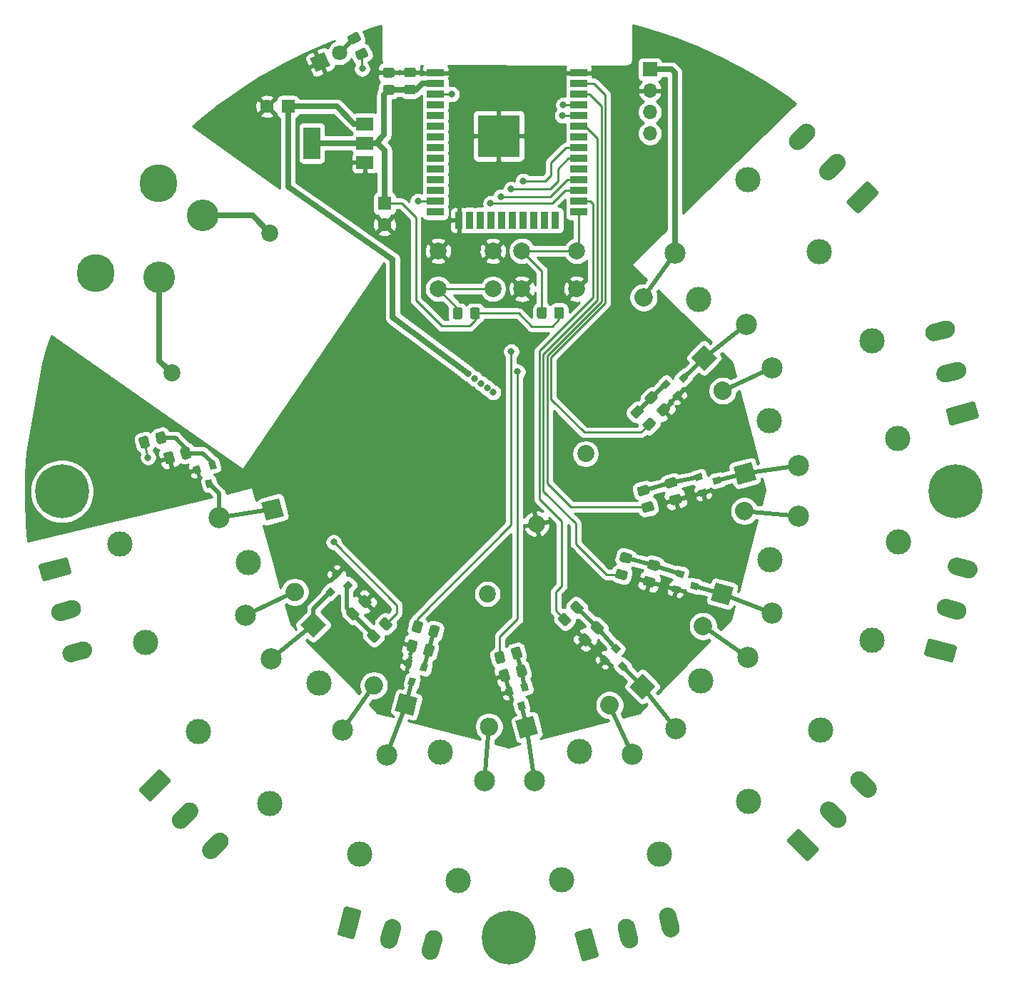
<source format=gbr>
%TF.GenerationSoftware,KiCad,Pcbnew,(5.1.6)-1*%
%TF.CreationDate,2020-11-10T08:59:03-03:00*%
%TF.ProjectId,8rel,3872656c-2e6b-4696-9361-645f70636258,rev?*%
%TF.SameCoordinates,Original*%
%TF.FileFunction,Copper,L1,Top*%
%TF.FilePolarity,Positive*%
%FSLAX46Y46*%
G04 Gerber Fmt 4.6, Leading zero omitted, Abs format (unit mm)*
G04 Created by KiCad (PCBNEW (5.1.6)-1) date 2020-11-10 08:59:03*
%MOMM*%
%LPD*%
G01*
G04 APERTURE LIST*
%TA.AperFunction,ComponentPad*%
%ADD10C,0.800000*%
%TD*%
%TA.AperFunction,ComponentPad*%
%ADD11C,6.400000*%
%TD*%
%TA.AperFunction,ComponentPad*%
%ADD12C,2.025000*%
%TD*%
%TA.AperFunction,ComponentPad*%
%ADD13C,4.500000*%
%TD*%
%TA.AperFunction,ComponentPad*%
%ADD14C,3.759000*%
%TD*%
%TA.AperFunction,ComponentPad*%
%ADD15O,1.700000X1.700000*%
%TD*%
%TA.AperFunction,ComponentPad*%
%ADD16R,1.700000X1.700000*%
%TD*%
%TA.AperFunction,ComponentPad*%
%ADD17C,1.600000*%
%TD*%
%TA.AperFunction,ComponentPad*%
%ADD18R,1.600000X1.600000*%
%TD*%
%TA.AperFunction,ComponentPad*%
%ADD19C,2.000000*%
%TD*%
%TA.AperFunction,ComponentPad*%
%ADD20C,0.100000*%
%TD*%
%TA.AperFunction,SMDPad,CuDef*%
%ADD21C,0.100000*%
%TD*%
%TA.AperFunction,ComponentPad*%
%ADD22C,2.500000*%
%TD*%
%TA.AperFunction,ComponentPad*%
%ADD23C,3.000000*%
%TD*%
%TA.AperFunction,SMDPad,CuDef*%
%ADD24R,2.000000X1.500000*%
%TD*%
%TA.AperFunction,SMDPad,CuDef*%
%ADD25R,2.000000X3.800000*%
%TD*%
%TA.AperFunction,SMDPad,CuDef*%
%ADD26R,2.000000X0.900000*%
%TD*%
%TA.AperFunction,SMDPad,CuDef*%
%ADD27R,0.900000X2.000000*%
%TD*%
%TA.AperFunction,SMDPad,CuDef*%
%ADD28R,5.000000X5.000000*%
%TD*%
%TA.AperFunction,ComponentPad*%
%ADD29C,1.800000*%
%TD*%
%TA.AperFunction,ViaPad*%
%ADD30C,0.800000*%
%TD*%
%TA.AperFunction,Conductor*%
%ADD31C,0.250000*%
%TD*%
%TA.AperFunction,Conductor*%
%ADD32C,0.700000*%
%TD*%
%TA.AperFunction,Conductor*%
%ADD33C,0.500000*%
%TD*%
%TA.AperFunction,Conductor*%
%ADD34C,0.254000*%
%TD*%
G04 APERTURE END LIST*
D10*
%TO.P,REF\u002A\u002A,1*%
%TO.N,N/C*%
X101697056Y-151302944D03*
X100000000Y-150600000D03*
X98302944Y-151302944D03*
X97600000Y-153000000D03*
X98302944Y-154697056D03*
X100000000Y-155400000D03*
X101697056Y-154697056D03*
X102400000Y-153000000D03*
D11*
X100000000Y-153000000D03*
%TD*%
D10*
%TO.P,REF\u002A\u002A,1*%
%TO.N,N/C*%
X154697056Y-98302944D03*
X153000000Y-97600000D03*
X151302944Y-98302944D03*
X150600000Y-100000000D03*
X151302944Y-101697056D03*
X153000000Y-102400000D03*
X154697056Y-101697056D03*
X155400000Y-100000000D03*
D11*
X153000000Y-100000000D03*
%TD*%
D10*
%TO.P,REF\u002A\u002A,1*%
%TO.N,N/C*%
X48697056Y-98302944D03*
X47000000Y-97600000D03*
X45302944Y-98302944D03*
X44600000Y-100000000D03*
X45302944Y-101697056D03*
X47000000Y-102400000D03*
X48697056Y-101697056D03*
X49400000Y-100000000D03*
D11*
X47000000Y-100000000D03*
%TD*%
D12*
%TO.P,PS1,5*%
%TO.N,+5V*%
X109122574Y-95532551D03*
%TO.P,PS1,4*%
%TO.N,GND*%
X103295038Y-103855135D03*
%TO.P,PS1,3*%
%TO.N,Net-(PS1-Pad3)*%
X97467501Y-112177720D03*
%TO.P,PS1,2*%
%TO.N,Net-(J11-Pad1)*%
X60015870Y-85953806D03*
%TO.P,PS1,1*%
%TO.N,Net-(J11-Pad2)*%
X71670943Y-69308636D03*
%TD*%
D13*
%TO.P,J11,4*%
%TO.N,Net-(J11-Pad4)*%
X58474679Y-63395148D03*
%TO.P,J11,3*%
%TO.N,Net-(J11-Pad3)*%
X51018185Y-74044125D03*
D14*
%TO.P,J11,2*%
%TO.N,Net-(J11-Pad2)*%
X63713131Y-67246268D03*
%TO.P,J11,1*%
%TO.N,Net-(J11-Pad1)*%
X58550943Y-74618636D03*
%TD*%
D15*
%TO.P,J10,4*%
%TO.N,Net-(J10-Pad4)*%
X116750943Y-57498636D03*
%TO.P,J10,3*%
%TO.N,Net-(J10-Pad3)*%
X116750943Y-54958636D03*
%TO.P,J10,2*%
%TO.N,GND*%
X116750943Y-52418636D03*
D16*
%TO.P,J10,1*%
%TO.N,+5V*%
X116750943Y-49878636D03*
%TD*%
%TO.P,C6,2*%
%TO.N,GND*%
%TA.AperFunction,SMDPad,CuDef*%
G36*
G01*
X88730944Y-50813636D02*
X87830942Y-50813636D01*
G75*
G02*
X87580943Y-50563637I0J249999D01*
G01*
X87580943Y-49913635D01*
G75*
G02*
X87830942Y-49663636I249999J0D01*
G01*
X88730944Y-49663636D01*
G75*
G02*
X88980943Y-49913635I0J-249999D01*
G01*
X88980943Y-50563637D01*
G75*
G02*
X88730944Y-50813636I-249999J0D01*
G01*
G37*
%TD.AperFunction*%
%TO.P,C6,1*%
%TO.N,+3V3*%
%TA.AperFunction,SMDPad,CuDef*%
G36*
G01*
X88730944Y-52863636D02*
X87830942Y-52863636D01*
G75*
G02*
X87580943Y-52613637I0J249999D01*
G01*
X87580943Y-51963635D01*
G75*
G02*
X87830942Y-51713636I249999J0D01*
G01*
X88730944Y-51713636D01*
G75*
G02*
X88980943Y-51963635I0J-249999D01*
G01*
X88980943Y-52613637D01*
G75*
G02*
X88730944Y-52863636I-249999J0D01*
G01*
G37*
%TD.AperFunction*%
%TD*%
D17*
%TO.P,C5,2*%
%TO.N,GND*%
X85270943Y-68318636D03*
D18*
%TO.P,C5,1*%
%TO.N,+3V3*%
X85270943Y-65818636D03*
%TD*%
%TO.P,C4,2*%
%TO.N,GND*%
%TA.AperFunction,SMDPad,CuDef*%
G36*
G01*
X86220944Y-50843636D02*
X85320942Y-50843636D01*
G75*
G02*
X85070943Y-50593637I0J249999D01*
G01*
X85070943Y-49943635D01*
G75*
G02*
X85320942Y-49693636I249999J0D01*
G01*
X86220944Y-49693636D01*
G75*
G02*
X86470943Y-49943635I0J-249999D01*
G01*
X86470943Y-50593637D01*
G75*
G02*
X86220944Y-50843636I-249999J0D01*
G01*
G37*
%TD.AperFunction*%
%TO.P,C4,1*%
%TO.N,+3V3*%
%TA.AperFunction,SMDPad,CuDef*%
G36*
G01*
X86220944Y-52893636D02*
X85320942Y-52893636D01*
G75*
G02*
X85070943Y-52643637I0J249999D01*
G01*
X85070943Y-51993635D01*
G75*
G02*
X85320942Y-51743636I249999J0D01*
G01*
X86220944Y-51743636D01*
G75*
G02*
X86470943Y-51993635I0J-249999D01*
G01*
X86470943Y-52643637D01*
G75*
G02*
X86220944Y-52893636I-249999J0D01*
G01*
G37*
%TD.AperFunction*%
%TD*%
D17*
%TO.P,C3,2*%
%TO.N,GND*%
X71310943Y-54298636D03*
D18*
%TO.P,C3,1*%
%TO.N,+5V*%
X73810943Y-54298636D03*
%TD*%
D19*
%TO.P,SW2,1*%
%TO.N,/BOOT*%
X108070943Y-71448636D03*
%TO.P,SW2,2*%
%TO.N,GND*%
X108070943Y-75948636D03*
%TO.P,SW2,1*%
%TO.N,/BOOT*%
X101570943Y-71448636D03*
%TO.P,SW2,2*%
%TO.N,GND*%
X101570943Y-75948636D03*
%TD*%
%TO.P,SW1,1*%
%TO.N,GND*%
X98120943Y-71448636D03*
%TO.P,SW1,2*%
%TO.N,/EN*%
X98120943Y-75948636D03*
%TO.P,SW1,1*%
%TO.N,GND*%
X91620943Y-71448636D03*
%TO.P,SW1,2*%
%TO.N,/EN*%
X91620943Y-75948636D03*
%TD*%
%TO.P,R19,1*%
%TO.N,GND*%
%TA.AperFunction,SMDPad,CuDef*%
G36*
G01*
X119075728Y-90407024D02*
X118439331Y-91043421D01*
G75*
G02*
X118085779Y-91043421I-176776J176776D01*
G01*
X117626158Y-90583800D01*
G75*
G02*
X117626158Y-90230248I176776J176776D01*
G01*
X118262555Y-89593851D01*
G75*
G02*
X118616107Y-89593851I176776J-176776D01*
G01*
X119075728Y-90053472D01*
G75*
G02*
X119075728Y-90407024I-176776J-176776D01*
G01*
G37*
%TD.AperFunction*%
%TO.P,R19,2*%
%TO.N,Net-(Q8-Pad1)*%
%TA.AperFunction,SMDPad,CuDef*%
G36*
G01*
X117626160Y-88957456D02*
X116989763Y-89593853D01*
G75*
G02*
X116636211Y-89593853I-176776J176776D01*
G01*
X116176590Y-89134232D01*
G75*
G02*
X116176590Y-88780680I176776J176776D01*
G01*
X116812987Y-88144283D01*
G75*
G02*
X117166539Y-88144283I176776J-176776D01*
G01*
X117626160Y-88603904D01*
G75*
G02*
X117626160Y-88957456I-176776J-176776D01*
G01*
G37*
%TD.AperFunction*%
%TD*%
%TO.P,R17,1*%
%TO.N,GND*%
%TA.AperFunction,SMDPad,CuDef*%
G36*
G01*
X120381259Y-101410260D02*
X119511924Y-101643197D01*
G75*
G02*
X119205739Y-101466422I-64705J241480D01*
G01*
X119037506Y-100838568D01*
G75*
G02*
X119214281Y-100532383I241480J64705D01*
G01*
X120083616Y-100299445D01*
G75*
G02*
X120389801Y-100476220I64705J-241480D01*
G01*
X120558034Y-101104074D01*
G75*
G02*
X120381259Y-101410259I-241480J-64705D01*
G01*
G37*
%TD.AperFunction*%
%TO.P,R17,2*%
%TO.N,Net-(Q7-Pad1)*%
%TA.AperFunction,SMDPad,CuDef*%
G36*
G01*
X119850679Y-99430112D02*
X118981344Y-99663049D01*
G75*
G02*
X118675159Y-99486274I-64705J241480D01*
G01*
X118506926Y-98858420D01*
G75*
G02*
X118683701Y-98552235I241480J64705D01*
G01*
X119553036Y-98319297D01*
G75*
G02*
X119859221Y-98496072I64705J-241480D01*
G01*
X120027454Y-99123926D01*
G75*
G02*
X119850679Y-99430111I-241480J-64705D01*
G01*
G37*
%TD.AperFunction*%
%TD*%
%TO.P,R15,1*%
%TO.N,GND*%
%TA.AperFunction,SMDPad,CuDef*%
G36*
G01*
X116945557Y-111411950D02*
X116076221Y-111179012D01*
G75*
G02*
X115899446Y-110872827I64705J241480D01*
G01*
X116067679Y-110244973D01*
G75*
G02*
X116373864Y-110068198I241480J-64705D01*
G01*
X117243199Y-110301136D01*
G75*
G02*
X117419974Y-110607321I-64705J-241480D01*
G01*
X117251741Y-111235175D01*
G75*
G02*
X116945556Y-111411950I-241480J64705D01*
G01*
G37*
%TD.AperFunction*%
%TO.P,R15,2*%
%TO.N,Net-(Q6-Pad1)*%
%TA.AperFunction,SMDPad,CuDef*%
G36*
G01*
X117476137Y-109431802D02*
X116606801Y-109198864D01*
G75*
G02*
X116430026Y-108892679I64705J241480D01*
G01*
X116598259Y-108264825D01*
G75*
G02*
X116904444Y-108088050I241480J-64705D01*
G01*
X117773779Y-108320988D01*
G75*
G02*
X117950554Y-108627173I-64705J-241480D01*
G01*
X117782321Y-109255027D01*
G75*
G02*
X117476136Y-109431802I-241480J64705D01*
G01*
G37*
%TD.AperFunction*%
%TD*%
%TO.P,R13,1*%
%TO.N,GND*%
%TA.AperFunction,SMDPad,CuDef*%
G36*
G01*
X108969308Y-118355817D02*
X108332911Y-117719420D01*
G75*
G02*
X108332911Y-117365868I176776J176776D01*
G01*
X108792532Y-116906247D01*
G75*
G02*
X109146084Y-116906247I176776J-176776D01*
G01*
X109782481Y-117542644D01*
G75*
G02*
X109782481Y-117896196I-176776J-176776D01*
G01*
X109322860Y-118355817D01*
G75*
G02*
X108969308Y-118355817I-176776J176776D01*
G01*
G37*
%TD.AperFunction*%
%TO.P,R13,2*%
%TO.N,Net-(Q5-Pad1)*%
%TA.AperFunction,SMDPad,CuDef*%
G36*
G01*
X110418876Y-116906249D02*
X109782479Y-116269852D01*
G75*
G02*
X109782479Y-115916300I176776J176776D01*
G01*
X110242100Y-115456679D01*
G75*
G02*
X110595652Y-115456679I176776J-176776D01*
G01*
X111232049Y-116093076D01*
G75*
G02*
X111232049Y-116446628I-176776J-176776D01*
G01*
X110772428Y-116906249D01*
G75*
G02*
X110418876Y-116906249I-176776J176776D01*
G01*
G37*
%TD.AperFunction*%
%TD*%
%TO.P,R11,1*%
%TO.N,Net-(Q4-Pad1)*%
%TA.AperFunction,SMDPad,CuDef*%
G36*
G01*
X101939882Y-120745147D02*
X102172819Y-121614482D01*
G75*
G02*
X101996044Y-121920667I-241480J-64705D01*
G01*
X101368190Y-122088900D01*
G75*
G02*
X101062005Y-121912125I-64705J241480D01*
G01*
X100829067Y-121042790D01*
G75*
G02*
X101005842Y-120736605I241480J64705D01*
G01*
X101633696Y-120568372D01*
G75*
G02*
X101939881Y-120745147I64705J-241480D01*
G01*
G37*
%TD.AperFunction*%
%TO.P,R11,2*%
%TO.N,GND*%
%TA.AperFunction,SMDPad,CuDef*%
G36*
G01*
X99959734Y-121275727D02*
X100192671Y-122145062D01*
G75*
G02*
X100015896Y-122451247I-241480J-64705D01*
G01*
X99388042Y-122619480D01*
G75*
G02*
X99081857Y-122442705I-64705J241480D01*
G01*
X98848919Y-121573370D01*
G75*
G02*
X99025694Y-121267185I241480J64705D01*
G01*
X99653548Y-121098952D01*
G75*
G02*
X99959733Y-121275727I64705J-241480D01*
G01*
G37*
%TD.AperFunction*%
%TD*%
%TO.P,R9,1*%
%TO.N,Net-(Q3-Pad1)*%
%TA.AperFunction,SMDPad,CuDef*%
G36*
G01*
X91192819Y-118582789D02*
X90959881Y-119452125D01*
G75*
G02*
X90653696Y-119628900I-241480J64705D01*
G01*
X90025842Y-119460667D01*
G75*
G02*
X89849067Y-119154482I64705J241480D01*
G01*
X90082005Y-118285147D01*
G75*
G02*
X90388190Y-118108372I241480J-64705D01*
G01*
X91016044Y-118276605D01*
G75*
G02*
X91192819Y-118582790I-64705J-241480D01*
G01*
G37*
%TD.AperFunction*%
%TO.P,R9,2*%
%TO.N,GND*%
%TA.AperFunction,SMDPad,CuDef*%
G36*
G01*
X89212671Y-118052209D02*
X88979733Y-118921545D01*
G75*
G02*
X88673548Y-119098320I-241480J64705D01*
G01*
X88045694Y-118930087D01*
G75*
G02*
X87868919Y-118623902I64705J241480D01*
G01*
X88101857Y-117754567D01*
G75*
G02*
X88408042Y-117577792I241480J-64705D01*
G01*
X89035896Y-117746025D01*
G75*
G02*
X89212671Y-118052210I-64705J-241480D01*
G01*
G37*
%TD.AperFunction*%
%TD*%
%TO.P,R7,1*%
%TO.N,Net-(Q2-Pad1)*%
%TA.AperFunction,SMDPad,CuDef*%
G36*
G01*
X81402987Y-115262989D02*
X80766590Y-114626592D01*
G75*
G02*
X80766590Y-114273040I176776J176776D01*
G01*
X81226211Y-113813419D01*
G75*
G02*
X81579763Y-113813419I176776J-176776D01*
G01*
X82216160Y-114449816D01*
G75*
G02*
X82216160Y-114803368I-176776J-176776D01*
G01*
X81756539Y-115262989D01*
G75*
G02*
X81402987Y-115262989I-176776J176776D01*
G01*
G37*
%TD.AperFunction*%
%TO.P,R7,2*%
%TO.N,GND*%
%TA.AperFunction,SMDPad,CuDef*%
G36*
G01*
X82852555Y-113813421D02*
X82216158Y-113177024D01*
G75*
G02*
X82216158Y-112823472I176776J176776D01*
G01*
X82675779Y-112363851D01*
G75*
G02*
X83029331Y-112363851I176776J-176776D01*
G01*
X83665728Y-113000248D01*
G75*
G02*
X83665728Y-113353800I-176776J-176776D01*
G01*
X83206107Y-113813421D01*
G75*
G02*
X82852555Y-113813421I-176776J176776D01*
G01*
G37*
%TD.AperFunction*%
%TD*%
%TO.P,R18,1*%
%TO.N,Net-(Q8-Pad1)*%
%TA.AperFunction,SMDPad,CuDef*%
G36*
G01*
X114496590Y-90470680D02*
X115132987Y-89834283D01*
G75*
G02*
X115486539Y-89834283I176776J-176776D01*
G01*
X115946160Y-90293904D01*
G75*
G02*
X115946160Y-90647456I-176776J-176776D01*
G01*
X115309763Y-91283853D01*
G75*
G02*
X114956211Y-91283853I-176776J176776D01*
G01*
X114496590Y-90824232D01*
G75*
G02*
X114496590Y-90470680I176776J176776D01*
G01*
G37*
%TD.AperFunction*%
%TO.P,R18,2*%
%TO.N,OUT8*%
%TA.AperFunction,SMDPad,CuDef*%
G36*
G01*
X115946158Y-91920248D02*
X116582555Y-91283851D01*
G75*
G02*
X116936107Y-91283851I176776J-176776D01*
G01*
X117395728Y-91743472D01*
G75*
G02*
X117395728Y-92097024I-176776J-176776D01*
G01*
X116759331Y-92733421D01*
G75*
G02*
X116405779Y-92733421I-176776J176776D01*
G01*
X115946158Y-92273800D01*
G75*
G02*
X115946158Y-91920248I176776J176776D01*
G01*
G37*
%TD.AperFunction*%
%TD*%
%TO.P,R16,1*%
%TO.N,Net-(Q7-Pad1)*%
%TA.AperFunction,SMDPad,CuDef*%
G36*
G01*
X115388317Y-99444462D02*
X116257652Y-99211525D01*
G75*
G02*
X116563837Y-99388300I64705J-241480D01*
G01*
X116732070Y-100016154D01*
G75*
G02*
X116555295Y-100322339I-241480J-64705D01*
G01*
X115685960Y-100555277D01*
G75*
G02*
X115379775Y-100378502I-64705J241480D01*
G01*
X115211542Y-99750648D01*
G75*
G02*
X115388317Y-99444463I241480J64705D01*
G01*
G37*
%TD.AperFunction*%
%TO.P,R16,2*%
%TO.N,OUT7*%
%TA.AperFunction,SMDPad,CuDef*%
G36*
G01*
X115918897Y-101424610D02*
X116788232Y-101191673D01*
G75*
G02*
X117094417Y-101368448I64705J-241480D01*
G01*
X117262650Y-101996302D01*
G75*
G02*
X117085875Y-102302487I-241480J-64705D01*
G01*
X116216540Y-102535425D01*
G75*
G02*
X115910355Y-102358650I-64705J241480D01*
G01*
X115742122Y-101730796D01*
G75*
G02*
X115918897Y-101424611I241480J64705D01*
G01*
G37*
%TD.AperFunction*%
%TD*%
%TO.P,R14,1*%
%TO.N,Net-(Q6-Pad1)*%
%TA.AperFunction,SMDPad,CuDef*%
G36*
G01*
X113604443Y-107213049D02*
X114473779Y-107445987D01*
G75*
G02*
X114650554Y-107752172I-64705J-241480D01*
G01*
X114482321Y-108380026D01*
G75*
G02*
X114176136Y-108556801I-241480J64705D01*
G01*
X113306801Y-108323863D01*
G75*
G02*
X113130026Y-108017678I64705J241480D01*
G01*
X113298259Y-107389824D01*
G75*
G02*
X113604444Y-107213049I241480J-64705D01*
G01*
G37*
%TD.AperFunction*%
%TO.P,R14,2*%
%TO.N,OUT6*%
%TA.AperFunction,SMDPad,CuDef*%
G36*
G01*
X113073863Y-109193197D02*
X113943199Y-109426135D01*
G75*
G02*
X114119974Y-109732320I-64705J-241480D01*
G01*
X113951741Y-110360174D01*
G75*
G02*
X113645556Y-110536949I-241480J64705D01*
G01*
X112776221Y-110304011D01*
G75*
G02*
X112599446Y-109997826I64705J241480D01*
G01*
X112767679Y-109369972D01*
G75*
G02*
X113073864Y-109193197I241480J-64705D01*
G01*
G37*
%TD.AperFunction*%
%TD*%
%TO.P,R12,1*%
%TO.N,Net-(Q5-Pad1)*%
%TA.AperFunction,SMDPad,CuDef*%
G36*
G01*
X108175268Y-113048906D02*
X108811665Y-113685303D01*
G75*
G02*
X108811665Y-114038855I-176776J-176776D01*
G01*
X108352044Y-114498476D01*
G75*
G02*
X107998492Y-114498476I-176776J176776D01*
G01*
X107362095Y-113862079D01*
G75*
G02*
X107362095Y-113508527I176776J176776D01*
G01*
X107821716Y-113048906D01*
G75*
G02*
X108175268Y-113048906I176776J-176776D01*
G01*
G37*
%TD.AperFunction*%
%TO.P,R12,2*%
%TO.N,OUT5*%
%TA.AperFunction,SMDPad,CuDef*%
G36*
G01*
X106725700Y-114498474D02*
X107362097Y-115134871D01*
G75*
G02*
X107362097Y-115488423I-176776J-176776D01*
G01*
X106902476Y-115948044D01*
G75*
G02*
X106548924Y-115948044I-176776J176776D01*
G01*
X105912527Y-115311647D01*
G75*
G02*
X105912527Y-114958095I176776J176776D01*
G01*
X106372148Y-114498474D01*
G75*
G02*
X106725700Y-114498474I176776J-176776D01*
G01*
G37*
%TD.AperFunction*%
%TD*%
%TO.P,R10,1*%
%TO.N,OUT4*%
%TA.AperFunction,SMDPad,CuDef*%
G36*
G01*
X98511856Y-120312705D02*
X98278919Y-119443370D01*
G75*
G02*
X98455694Y-119137185I241480J64705D01*
G01*
X99083548Y-118968952D01*
G75*
G02*
X99389733Y-119145727I64705J-241480D01*
G01*
X99622671Y-120015062D01*
G75*
G02*
X99445896Y-120321247I-241480J-64705D01*
G01*
X98818042Y-120489480D01*
G75*
G02*
X98511857Y-120312705I-64705J241480D01*
G01*
G37*
%TD.AperFunction*%
%TO.P,R10,2*%
%TO.N,Net-(Q4-Pad1)*%
%TA.AperFunction,SMDPad,CuDef*%
G36*
G01*
X100492004Y-119782125D02*
X100259067Y-118912790D01*
G75*
G02*
X100435842Y-118606605I241480J64705D01*
G01*
X101063696Y-118438372D01*
G75*
G02*
X101369881Y-118615147I64705J-241480D01*
G01*
X101602819Y-119484482D01*
G75*
G02*
X101426044Y-119790667I-241480J-64705D01*
G01*
X100798190Y-119958900D01*
G75*
G02*
X100492005Y-119782125I-64705J241480D01*
G01*
G37*
%TD.AperFunction*%
%TD*%
%TO.P,R8,1*%
%TO.N,OUT3*%
%TA.AperFunction,SMDPad,CuDef*%
G36*
G01*
X88488919Y-116363903D02*
X88721857Y-115494567D01*
G75*
G02*
X89028042Y-115317792I241480J-64705D01*
G01*
X89655896Y-115486025D01*
G75*
G02*
X89832671Y-115792210I-64705J-241480D01*
G01*
X89599733Y-116661545D01*
G75*
G02*
X89293548Y-116838320I-241480J64705D01*
G01*
X88665694Y-116670087D01*
G75*
G02*
X88488919Y-116363902I64705J241480D01*
G01*
G37*
%TD.AperFunction*%
%TO.P,R8,2*%
%TO.N,Net-(Q3-Pad1)*%
%TA.AperFunction,SMDPad,CuDef*%
G36*
G01*
X90469067Y-116894483D02*
X90702005Y-116025147D01*
G75*
G02*
X91008190Y-115848372I241480J-64705D01*
G01*
X91636044Y-116016605D01*
G75*
G02*
X91812819Y-116322790I-64705J-241480D01*
G01*
X91579881Y-117192125D01*
G75*
G02*
X91273696Y-117368900I-241480J64705D01*
G01*
X90645842Y-117200667D01*
G75*
G02*
X90469067Y-116894482I64705J241480D01*
G01*
G37*
%TD.AperFunction*%
%TD*%
%TO.P,R6,1*%
%TO.N,OUT2*%
%TA.AperFunction,SMDPad,CuDef*%
G36*
G01*
X85499331Y-115013851D02*
X86135728Y-115650248D01*
G75*
G02*
X86135728Y-116003800I-176776J-176776D01*
G01*
X85676107Y-116463421D01*
G75*
G02*
X85322555Y-116463421I-176776J176776D01*
G01*
X84686158Y-115827024D01*
G75*
G02*
X84686158Y-115473472I176776J176776D01*
G01*
X85145779Y-115013851D01*
G75*
G02*
X85499331Y-115013851I176776J-176776D01*
G01*
G37*
%TD.AperFunction*%
%TO.P,R6,2*%
%TO.N,Net-(Q2-Pad1)*%
%TA.AperFunction,SMDPad,CuDef*%
G36*
G01*
X84049763Y-116463419D02*
X84686160Y-117099816D01*
G75*
G02*
X84686160Y-117453368I-176776J-176776D01*
G01*
X84226539Y-117912989D01*
G75*
G02*
X83872987Y-117912989I-176776J176776D01*
G01*
X83236590Y-117276592D01*
G75*
G02*
X83236590Y-116923040I176776J176776D01*
G01*
X83696211Y-116463419D01*
G75*
G02*
X84049763Y-116463419I176776J-176776D01*
G01*
G37*
%TD.AperFunction*%
%TD*%
%TO.P,D5,2*%
%TO.N,+5V*%
%TA.AperFunction,ComponentPad*%
G36*
G01*
X122263481Y-116778320D02*
X122263481Y-116778320D01*
G75*
G02*
X122263481Y-115222686I777817J777817D01*
G01*
X122263481Y-115222686D01*
G75*
G02*
X123819115Y-115222686I777817J-777817D01*
G01*
X123819115Y-115222686D01*
G75*
G02*
X123819115Y-116778320I-777817J-777817D01*
G01*
X123819115Y-116778320D01*
G75*
G02*
X122263481Y-116778320I-777817J777817D01*
G01*
G37*
%TD.AperFunction*%
%TA.AperFunction,ComponentPad*%
D20*
%TO.P,D5,1*%
%TO.N,Net-(D5-Pad1)*%
G36*
X115857093Y-124740343D02*
G01*
X114301458Y-123184708D01*
X115857093Y-121629073D01*
X117412728Y-123184708D01*
X115857093Y-124740343D01*
G37*
%TD.AperFunction*%
%TD*%
%TO.P,R5,2*%
%TO.N,Net-(Q1-Pad1)*%
%TA.AperFunction,SMDPad,CuDef*%
G36*
G01*
X61252078Y-96046835D02*
X61019141Y-95177500D01*
G75*
G02*
X61195916Y-94871315I241480J64705D01*
G01*
X61823770Y-94703082D01*
G75*
G02*
X62129955Y-94879857I64705J-241480D01*
G01*
X62362893Y-95749192D01*
G75*
G02*
X62186118Y-96055377I-241480J-64705D01*
G01*
X61558264Y-96223610D01*
G75*
G02*
X61252079Y-96046835I-64705J241480D01*
G01*
G37*
%TD.AperFunction*%
%TO.P,R5,1*%
%TO.N,GND*%
%TA.AperFunction,SMDPad,CuDef*%
G36*
G01*
X59271930Y-96577415D02*
X59038993Y-95708080D01*
G75*
G02*
X59215768Y-95401895I241480J64705D01*
G01*
X59843622Y-95233662D01*
G75*
G02*
X60149807Y-95410437I64705J-241480D01*
G01*
X60382745Y-96279772D01*
G75*
G02*
X60205970Y-96585957I-241480J-64705D01*
G01*
X59578116Y-96754190D01*
G75*
G02*
X59271931Y-96577415I-64705J241480D01*
G01*
G37*
%TD.AperFunction*%
%TD*%
%TA.AperFunction,SMDPad,CuDef*%
D21*
%TO.P,Q8,1*%
%TO.N,Net-(Q8-Pad1)*%
G36*
X118624815Y-87860142D02*
G01*
X118059129Y-87294456D01*
X118695525Y-86658060D01*
X119261211Y-87223746D01*
X118624815Y-87860142D01*
G37*
%TD.AperFunction*%
%TA.AperFunction,SMDPad,CuDef*%
%TO.P,Q8,2*%
%TO.N,GND*%
G36*
X119968318Y-89203645D02*
G01*
X119402632Y-88637959D01*
X120039028Y-88001563D01*
X120604714Y-88567249D01*
X119968318Y-89203645D01*
G37*
%TD.AperFunction*%
%TA.AperFunction,SMDPad,CuDef*%
%TO.P,Q8,3*%
%TO.N,Net-(D8-Pad1)*%
G36*
X120710780Y-87117680D02*
G01*
X120145094Y-86551994D01*
X120781490Y-85915598D01*
X121347176Y-86481284D01*
X120710780Y-87117680D01*
G37*
%TD.AperFunction*%
%TD*%
%TA.AperFunction,SMDPad,CuDef*%
%TO.P,Q7,1*%
%TO.N,Net-(Q7-Pad1)*%
G36*
X122199491Y-98798983D02*
G01*
X121992436Y-98026242D01*
X122861769Y-97793305D01*
X123068824Y-98566046D01*
X122199491Y-98798983D01*
G37*
%TD.AperFunction*%
%TA.AperFunction,SMDPad,CuDef*%
%TO.P,Q7,2*%
%TO.N,GND*%
G36*
X122691247Y-100634242D02*
G01*
X122484192Y-99861501D01*
X123353525Y-99628564D01*
X123560580Y-100401305D01*
X122691247Y-100634242D01*
G37*
%TD.AperFunction*%
%TA.AperFunction,SMDPad,CuDef*%
%TO.P,Q7,3*%
%TO.N,Net-(D7-Pad1)*%
G36*
X124377221Y-99198974D02*
G01*
X124170166Y-98426233D01*
X125039499Y-98193296D01*
X125246554Y-98966037D01*
X124377221Y-99198974D01*
G37*
%TD.AperFunction*%
%TD*%
%TA.AperFunction,SMDPad,CuDef*%
%TO.P,Q6,1*%
%TO.N,Net-(Q6-Pad1)*%
G36*
X119825832Y-110059634D02*
G01*
X120032887Y-109286893D01*
X120902220Y-109519830D01*
X120695165Y-110292571D01*
X119825832Y-110059634D01*
G37*
%TD.AperFunction*%
%TA.AperFunction,SMDPad,CuDef*%
%TO.P,Q6,2*%
%TO.N,GND*%
G36*
X119334076Y-111894893D02*
G01*
X119541131Y-111122152D01*
X120410464Y-111355089D01*
X120203409Y-112127830D01*
X119334076Y-111894893D01*
G37*
%TD.AperFunction*%
%TA.AperFunction,SMDPad,CuDef*%
%TO.P,Q6,3*%
%TO.N,Net-(D6-Pad1)*%
G36*
X121511806Y-111494902D02*
G01*
X121718861Y-110722161D01*
X122588194Y-110955098D01*
X122381139Y-111727839D01*
X121511806Y-111494902D01*
G37*
%TD.AperFunction*%
%TD*%
%TA.AperFunction,SMDPad,CuDef*%
%TO.P,Q5,1*%
%TO.N,Net-(Q5-Pad1)*%
G36*
X112139857Y-118624815D02*
G01*
X112705543Y-118059129D01*
X113341939Y-118695525D01*
X112776253Y-119261211D01*
X112139857Y-118624815D01*
G37*
%TD.AperFunction*%
%TA.AperFunction,SMDPad,CuDef*%
%TO.P,Q5,2*%
%TO.N,GND*%
G36*
X110796354Y-119968318D02*
G01*
X111362040Y-119402632D01*
X111998436Y-120039028D01*
X111432750Y-120604714D01*
X110796354Y-119968318D01*
G37*
%TD.AperFunction*%
%TA.AperFunction,SMDPad,CuDef*%
%TO.P,Q5,3*%
%TO.N,Net-(D5-Pad1)*%
G36*
X112882319Y-120710780D02*
G01*
X113448005Y-120145094D01*
X114084401Y-120781490D01*
X113518715Y-121347176D01*
X112882319Y-120710780D01*
G37*
%TD.AperFunction*%
%TD*%
%TA.AperFunction,SMDPad,CuDef*%
%TO.P,Q4,1*%
%TO.N,Net-(Q4-Pad1)*%
G36*
X101398104Y-122927497D02*
G01*
X102170845Y-122720442D01*
X102403782Y-123589775D01*
X101631041Y-123796830D01*
X101398104Y-122927497D01*
G37*
%TD.AperFunction*%
%TA.AperFunction,SMDPad,CuDef*%
%TO.P,Q4,2*%
%TO.N,GND*%
G36*
X99562845Y-123419253D02*
G01*
X100335586Y-123212198D01*
X100568523Y-124081531D01*
X99795782Y-124288586D01*
X99562845Y-123419253D01*
G37*
%TD.AperFunction*%
%TA.AperFunction,SMDPad,CuDef*%
%TO.P,Q4,3*%
%TO.N,Net-(D4-Pad1)*%
G36*
X100998113Y-125105227D02*
G01*
X101770854Y-124898172D01*
X102003791Y-125767505D01*
X101231050Y-125974560D01*
X100998113Y-125105227D01*
G37*
%TD.AperFunction*%
%TD*%
%TA.AperFunction,SMDPad,CuDef*%
%TO.P,Q3,1*%
%TO.N,Net-(Q3-Pad1)*%
G36*
X89667490Y-120370394D02*
G01*
X90440231Y-120577449D01*
X90207294Y-121446782D01*
X89434553Y-121239727D01*
X89667490Y-120370394D01*
G37*
%TD.AperFunction*%
%TA.AperFunction,SMDPad,CuDef*%
%TO.P,Q3,2*%
%TO.N,GND*%
G36*
X87832231Y-119878638D02*
G01*
X88604972Y-120085693D01*
X88372035Y-120955026D01*
X87599294Y-120747971D01*
X87832231Y-119878638D01*
G37*
%TD.AperFunction*%
%TA.AperFunction,SMDPad,CuDef*%
%TO.P,Q3,3*%
%TO.N,Net-(D3-Pad1)*%
G36*
X88232222Y-122056368D02*
G01*
X89004963Y-122263423D01*
X88772026Y-123132756D01*
X87999285Y-122925701D01*
X88232222Y-122056368D01*
G37*
%TD.AperFunction*%
%TD*%
%TA.AperFunction,SMDPad,CuDef*%
%TO.P,Q2,1*%
%TO.N,Net-(Q2-Pad1)*%
G36*
X80965156Y-110572240D02*
G01*
X81530842Y-111137926D01*
X80894446Y-111774322D01*
X80328760Y-111208636D01*
X80965156Y-110572240D01*
G37*
%TD.AperFunction*%
%TA.AperFunction,SMDPad,CuDef*%
%TO.P,Q2,2*%
%TO.N,GND*%
G36*
X79621653Y-109228737D02*
G01*
X80187339Y-109794423D01*
X79550943Y-110430819D01*
X78985257Y-109865133D01*
X79621653Y-109228737D01*
G37*
%TD.AperFunction*%
%TA.AperFunction,SMDPad,CuDef*%
%TO.P,Q2,3*%
%TO.N,Net-(D2-Pad1)*%
G36*
X78879191Y-111314702D02*
G01*
X79444877Y-111880388D01*
X78808481Y-112516784D01*
X78242795Y-111951098D01*
X78879191Y-111314702D01*
G37*
%TD.AperFunction*%
%TD*%
%TA.AperFunction,ComponentPad*%
D20*
%TO.P,D8,1*%
%TO.N,Net-(D8-Pad1)*%
G36*
X124740343Y-84142907D02*
G01*
X123184708Y-85698542D01*
X121629073Y-84142907D01*
X123184708Y-82587272D01*
X124740343Y-84142907D01*
G37*
%TD.AperFunction*%
%TO.P,D8,2*%
%TO.N,+5V*%
%TA.AperFunction,ComponentPad*%
G36*
G01*
X116778320Y-77736519D02*
X116778320Y-77736519D01*
G75*
G02*
X115222686Y-77736519I-777817J777817D01*
G01*
X115222686Y-77736519D01*
G75*
G02*
X115222686Y-76180885I777817J777817D01*
G01*
X115222686Y-76180885D01*
G75*
G02*
X116778320Y-76180885I777817J-777817D01*
G01*
X116778320Y-76180885D01*
G75*
G02*
X116778320Y-77736519I-777817J-777817D01*
G01*
G37*
%TD.AperFunction*%
%TD*%
%TA.AperFunction,ComponentPad*%
%TO.P,D7,1*%
%TO.N,Net-(D7-Pad1)*%
G36*
X129354312Y-98637525D02*
G01*
X127229276Y-99206927D01*
X126659874Y-97081891D01*
X128784910Y-96512489D01*
X129354312Y-98637525D01*
G37*
%TD.AperFunction*%
%TO.P,D7,2*%
%TO.N,+5V*%
%TA.AperFunction,ComponentPad*%
G36*
G01*
X125662193Y-89108420D02*
X125662193Y-89108420D01*
G75*
G02*
X124314974Y-88330603I-284701J1062518D01*
G01*
X124314974Y-88330603D01*
G75*
G02*
X125092791Y-86983384I1062518J284701D01*
G01*
X125092791Y-86983384D01*
G75*
G02*
X126440010Y-87761201I284701J-1062518D01*
G01*
X126440010Y-87761201D01*
G75*
G02*
X125662193Y-89108420I-1062518J-284701D01*
G01*
G37*
%TD.AperFunction*%
%TD*%
%TA.AperFunction,ComponentPad*%
%TO.P,D6,1*%
%TO.N,Net-(D6-Pad1)*%
G36*
X126102817Y-113497219D02*
G01*
X123977781Y-112927817D01*
X124547183Y-110802781D01*
X126672219Y-111372183D01*
X126102817Y-113497219D01*
G37*
%TD.AperFunction*%
%TO.P,D6,2*%
%TO.N,+5V*%
%TA.AperFunction,ComponentPad*%
G36*
G01*
X127669900Y-103398712D02*
X127669900Y-103398712D01*
G75*
G02*
X126892083Y-102051493I284701J1062518D01*
G01*
X126892083Y-102051493D01*
G75*
G02*
X128239302Y-101273676I1062518J-284701D01*
G01*
X128239302Y-101273676D01*
G75*
G02*
X129017119Y-102620895I-284701J-1062518D01*
G01*
X129017119Y-102620895D01*
G75*
G02*
X127669900Y-103398712I-1062518J284701D01*
G01*
G37*
%TD.AperFunction*%
%TD*%
%TA.AperFunction,ComponentPad*%
%TO.P,D4,1*%
%TO.N,Net-(D4-Pad1)*%
G36*
X101362474Y-129354312D02*
G01*
X100793072Y-127229276D01*
X102918108Y-126659874D01*
X103487510Y-128784910D01*
X101362474Y-129354312D01*
G37*
%TD.AperFunction*%
%TO.P,D4,2*%
%TO.N,+5V*%
%TA.AperFunction,ComponentPad*%
G36*
G01*
X110891579Y-125662193D02*
X110891579Y-125662193D01*
G75*
G02*
X111669396Y-124314974I1062518J284701D01*
G01*
X111669396Y-124314974D01*
G75*
G02*
X113016615Y-125092791I284701J-1062518D01*
G01*
X113016615Y-125092791D01*
G75*
G02*
X112238798Y-126440010I-1062518J-284701D01*
G01*
X112238798Y-126440010D01*
G75*
G02*
X110891579Y-125662193I-284701J1062518D01*
G01*
G37*
%TD.AperFunction*%
%TD*%
%TA.AperFunction,ComponentPad*%
%TO.P,D3,1*%
%TO.N,Net-(D3-Pad1)*%
G36*
X86502780Y-126102817D02*
G01*
X87072182Y-123977781D01*
X89197218Y-124547183D01*
X88627816Y-126672219D01*
X86502780Y-126102817D01*
G37*
%TD.AperFunction*%
%TO.P,D3,2*%
%TO.N,+5V*%
%TA.AperFunction,ComponentPad*%
G36*
G01*
X96601287Y-127669900D02*
X96601287Y-127669900D01*
G75*
G02*
X97948506Y-126892083I1062518J-284701D01*
G01*
X97948506Y-126892083D01*
G75*
G02*
X98726323Y-128239302I-284701J-1062518D01*
G01*
X98726323Y-128239302D01*
G75*
G02*
X97379104Y-129017119I-1062518J284701D01*
G01*
X97379104Y-129017119D01*
G75*
G02*
X96601287Y-127669900I284701J1062518D01*
G01*
G37*
%TD.AperFunction*%
%TD*%
%TA.AperFunction,ComponentPad*%
%TO.P,D2,1*%
%TO.N,Net-(D2-Pad1)*%
G36*
X75259656Y-115857093D02*
G01*
X76815291Y-114301458D01*
X78370926Y-115857093D01*
X76815291Y-117412728D01*
X75259656Y-115857093D01*
G37*
%TD.AperFunction*%
%TO.P,D2,2*%
%TO.N,+5V*%
%TA.AperFunction,ComponentPad*%
G36*
G01*
X83221679Y-122263481D02*
X83221679Y-122263481D01*
G75*
G02*
X84777313Y-122263481I777817J-777817D01*
G01*
X84777313Y-122263481D01*
G75*
G02*
X84777313Y-123819115I-777817J-777817D01*
G01*
X84777313Y-123819115D01*
G75*
G02*
X83221679Y-123819115I-777817J777817D01*
G01*
X83221679Y-123819115D01*
G75*
G02*
X83221679Y-122263481I777817J777817D01*
G01*
G37*
%TD.AperFunction*%
%TD*%
%TO.P,D1,2*%
%TO.N,+5V*%
%TA.AperFunction,ComponentPad*%
G36*
G01*
X74337807Y-110891579D02*
X74337807Y-110891579D01*
G75*
G02*
X75685026Y-111669396I284701J-1062518D01*
G01*
X75685026Y-111669396D01*
G75*
G02*
X74907209Y-113016615I-1062518J-284701D01*
G01*
X74907209Y-113016615D01*
G75*
G02*
X73559990Y-112238798I-284701J1062518D01*
G01*
X73559990Y-112238798D01*
G75*
G02*
X74337807Y-110891579I1062518J284701D01*
G01*
G37*
%TD.AperFunction*%
%TA.AperFunction,ComponentPad*%
%TO.P,D1,1*%
%TO.N,Net-(D1-Pad1)*%
G36*
X70645688Y-101362474D02*
G01*
X72770724Y-100793072D01*
X73340126Y-102918108D01*
X71215090Y-103487510D01*
X70645688Y-101362474D01*
G37*
%TD.AperFunction*%
%TD*%
D22*
%TO.P,K7,2*%
%TO.N,Net-(D7-Pad1)*%
X134349548Y-96909761D03*
D23*
%TO.P,K7,3*%
%TO.N,Net-(J7-Pad1)*%
X146133843Y-93752169D03*
%TO.P,K7,4*%
%TO.N,Net-(J7-Pad3)*%
X143063369Y-82099822D03*
D22*
%TO.P,K7,5*%
%TO.N,+5V*%
X131243719Y-85318651D03*
D23*
%TO.P,K7,1*%
%TO.N,Net-(J7-Pad2)*%
X130900137Y-91570607D03*
%TD*%
D24*
%TO.P,U2,1*%
%TO.N,GND*%
X82930943Y-60948636D03*
%TO.P,U2,3*%
%TO.N,+5V*%
X82930943Y-56348636D03*
%TO.P,U2,2*%
%TO.N,+3V3*%
X82930943Y-58648636D03*
D25*
X76630943Y-58648636D03*
%TD*%
%TO.P,R4,2*%
%TO.N,Net-(Q1-Pad1)*%
%TA.AperFunction,SMDPad,CuDef*%
G36*
G01*
X58302078Y-94216835D02*
X58069141Y-93347500D01*
G75*
G02*
X58245916Y-93041315I241480J64705D01*
G01*
X58873770Y-92873082D01*
G75*
G02*
X59179955Y-93049857I64705J-241480D01*
G01*
X59412893Y-93919192D01*
G75*
G02*
X59236118Y-94225377I-241480J-64705D01*
G01*
X58608264Y-94393610D01*
G75*
G02*
X58302079Y-94216835I-64705J241480D01*
G01*
G37*
%TD.AperFunction*%
%TO.P,R4,1*%
%TO.N,OUT1*%
%TA.AperFunction,SMDPad,CuDef*%
G36*
G01*
X56321930Y-94747415D02*
X56088993Y-93878080D01*
G75*
G02*
X56265768Y-93571895I241480J64705D01*
G01*
X56893622Y-93403662D01*
G75*
G02*
X57199807Y-93580437I64705J-241480D01*
G01*
X57432745Y-94449772D01*
G75*
G02*
X57255970Y-94755957I-241480J-64705D01*
G01*
X56628116Y-94924190D01*
G75*
G02*
X56321931Y-94747415I-64705J241480D01*
G01*
G37*
%TD.AperFunction*%
%TD*%
D22*
%TO.P,K8,2*%
%TO.N,Net-(D8-Pad1)*%
X128202461Y-80149001D03*
D23*
%TO.P,K8,3*%
%TO.N,Net-(J8-Pad1)*%
X136829164Y-71522298D03*
%TO.P,K8,4*%
%TO.N,Net-(J8-Pad3)*%
X128343883Y-62966306D03*
D22*
%TO.P,K8,5*%
%TO.N,+5V*%
X119717180Y-71663719D03*
D23*
%TO.P,K8,1*%
%TO.N,Net-(J8-Pad2)*%
X122545607Y-77249863D03*
%TD*%
%TA.AperFunction,SMDPad,CuDef*%
D21*
%TO.P,Q1,3*%
%TO.N,Net-(D1-Pad1)*%
G36*
X63958113Y-98755227D02*
G01*
X64730854Y-98548172D01*
X64963791Y-99417505D01*
X64191050Y-99624560D01*
X63958113Y-98755227D01*
G37*
%TD.AperFunction*%
%TA.AperFunction,SMDPad,CuDef*%
%TO.P,Q1,2*%
%TO.N,GND*%
G36*
X62522845Y-97069253D02*
G01*
X63295586Y-96862198D01*
X63528523Y-97731531D01*
X62755782Y-97938586D01*
X62522845Y-97069253D01*
G37*
%TD.AperFunction*%
%TA.AperFunction,SMDPad,CuDef*%
%TO.P,Q1,1*%
%TO.N,Net-(Q1-Pad1)*%
G36*
X64358104Y-96577497D02*
G01*
X65130845Y-96370442D01*
X65363782Y-97239775D01*
X64591041Y-97446830D01*
X64358104Y-96577497D01*
G37*
%TD.AperFunction*%
%TD*%
D26*
%TO.P,U1,38*%
%TO.N,GND*%
X108306483Y-50287251D03*
%TO.P,U1,37*%
%TO.N,OUT8*%
X108306483Y-51557251D03*
%TO.P,U1,36*%
%TO.N,OUT7*%
X108306483Y-52827251D03*
%TO.P,U1,35*%
%TO.N,Net-(J10-Pad3)*%
X108306483Y-54097251D03*
%TO.P,U1,34*%
%TO.N,Net-(J10-Pad4)*%
X108306483Y-55367251D03*
%TO.P,U1,33*%
%TO.N,OUT6*%
X108306483Y-56637251D03*
%TO.P,U1,32*%
%TO.N,Net-(U1-Pad32)*%
X108306483Y-57907251D03*
%TO.P,U1,31*%
%TO.N,OUT4*%
X108306483Y-59177251D03*
%TO.P,U1,30*%
%TO.N,OUT3*%
X108306483Y-60447251D03*
%TO.P,U1,29*%
%TO.N,Net-(U1-Pad29)*%
X108306483Y-61717251D03*
%TO.P,U1,28*%
%TO.N,OUT2*%
X108306483Y-62987251D03*
%TO.P,U1,27*%
%TO.N,OUT1*%
X108306483Y-64257251D03*
%TO.P,U1,26*%
%TO.N,OUT5*%
X108306483Y-65527251D03*
%TO.P,U1,25*%
%TO.N,/BOOT*%
X108306483Y-66797251D03*
D27*
%TO.P,U1,24*%
%TO.N,Net-(U1-Pad24)*%
X105521483Y-67797251D03*
%TO.P,U1,23*%
%TO.N,Net-(U1-Pad23)*%
X104251483Y-67797251D03*
%TO.P,U1,22*%
%TO.N,Net-(U1-Pad22)*%
X102981483Y-67797251D03*
%TO.P,U1,21*%
%TO.N,Net-(U1-Pad21)*%
X101711483Y-67797251D03*
%TO.P,U1,20*%
%TO.N,Net-(U1-Pad20)*%
X100441483Y-67797251D03*
%TO.P,U1,19*%
%TO.N,Net-(U1-Pad19)*%
X99171483Y-67797251D03*
%TO.P,U1,18*%
%TO.N,Net-(U1-Pad18)*%
X97901483Y-67797251D03*
%TO.P,U1,17*%
%TO.N,Net-(U1-Pad17)*%
X96631483Y-67797251D03*
%TO.P,U1,16*%
%TO.N,Net-(U1-Pad16)*%
X95361483Y-67797251D03*
%TO.P,U1,15*%
%TO.N,GND*%
X94091483Y-67797251D03*
D26*
%TO.P,U1,14*%
%TO.N,Net-(U1-Pad14)*%
X91306483Y-66797251D03*
%TO.P,U1,13*%
%TO.N,Net-(R3-Pad2)*%
X91306483Y-65527251D03*
%TO.P,U1,12*%
%TO.N,Net-(U1-Pad12)*%
X91306483Y-64257251D03*
%TO.P,U1,11*%
%TO.N,Net-(U1-Pad11)*%
X91306483Y-62987251D03*
%TO.P,U1,10*%
%TO.N,Net-(U1-Pad10)*%
X91306483Y-61717251D03*
%TO.P,U1,9*%
%TO.N,Net-(U1-Pad9)*%
X91306483Y-60447251D03*
%TO.P,U1,8*%
%TO.N,Net-(U1-Pad8)*%
X91306483Y-59177251D03*
%TO.P,U1,7*%
%TO.N,Net-(U1-Pad7)*%
X91306483Y-57907251D03*
%TO.P,U1,6*%
%TO.N,Net-(U1-Pad6)*%
X91306483Y-56637251D03*
%TO.P,U1,5*%
%TO.N,Net-(U1-Pad5)*%
X91306483Y-55367251D03*
%TO.P,U1,4*%
%TO.N,Net-(U1-Pad4)*%
X91306483Y-54097251D03*
%TO.P,U1,3*%
%TO.N,/EN*%
X91306483Y-52827251D03*
%TO.P,U1,2*%
%TO.N,+3V3*%
X91306483Y-51557251D03*
%TO.P,U1,1*%
%TO.N,GND*%
X91306483Y-50287251D03*
D28*
%TO.P,U1,39*%
X98806483Y-57787251D03*
%TD*%
%TO.P,J8,1*%
%TO.N,Net-(J8-Pad1)*%
%TA.AperFunction,ComponentPad*%
G36*
G01*
X143822864Y-64721843D02*
X141630832Y-66913875D01*
G75*
G02*
X141277280Y-66913875I-176776J176776D01*
G01*
X140160050Y-65796645D01*
G75*
G02*
X140160050Y-65443093I176776J176776D01*
G01*
X142352082Y-63251061D01*
G75*
G02*
X142705634Y-63251061I176776J-176776D01*
G01*
X143822864Y-64368291D01*
G75*
G02*
X143822864Y-64721843I-176776J-176776D01*
G01*
G37*
%TD.AperFunction*%
%TO.P,J8,2*%
%TO.N,Net-(J8-Pad2)*%
%TA.AperFunction,ComponentPad*%
G36*
G01*
X139672147Y-61688356D02*
X138597345Y-62763158D01*
G75*
G02*
X137126563Y-62763158I-735391J735391D01*
G01*
X137126563Y-62763158D01*
G75*
G02*
X137126563Y-61292376I735391J735391D01*
G01*
X138201365Y-60217574D01*
G75*
G02*
X139672147Y-60217574I735391J-735391D01*
G01*
X139672147Y-60217574D01*
G75*
G02*
X139672147Y-61688356I-735391J-735391D01*
G01*
G37*
%TD.AperFunction*%
%TO.P,J8,3*%
%TO.N,Net-(J8-Pad3)*%
%TA.AperFunction,ComponentPad*%
G36*
G01*
X136080044Y-58096253D02*
X135005242Y-59171055D01*
G75*
G02*
X133534460Y-59171055I-735391J735391D01*
G01*
X133534460Y-59171055D01*
G75*
G02*
X133534460Y-57700273I735391J735391D01*
G01*
X134609262Y-56625471D01*
G75*
G02*
X136080044Y-56625471I735391J-735391D01*
G01*
X136080044Y-56625471D01*
G75*
G02*
X136080044Y-58096253I-735391J-735391D01*
G01*
G37*
%TD.AperFunction*%
%TD*%
%TO.P,J7,1*%
%TO.N,Net-(J7-Pad1)*%
%TA.AperFunction,ComponentPad*%
G36*
G01*
X155590793Y-91359651D02*
X152596421Y-92161990D01*
G75*
G02*
X152290236Y-91985215I-64705J241480D01*
G01*
X151881302Y-90459050D01*
G75*
G02*
X152058077Y-90152865I241480J64705D01*
G01*
X155052449Y-89350526D01*
G75*
G02*
X155358634Y-89527301I64705J-241480D01*
G01*
X155767568Y-91053466D01*
G75*
G02*
X155590793Y-91359651I-241480J-64705D01*
G01*
G37*
%TD.AperFunction*%
%TO.P,J7,2*%
%TO.N,Net-(J7-Pad2)*%
%TA.AperFunction,ComponentPad*%
G36*
G01*
X153512909Y-86657215D02*
X152044702Y-87050620D01*
G75*
G02*
X150770967Y-86315229I-269172J1004563D01*
G01*
X150770967Y-86315229D01*
G75*
G02*
X151506358Y-85041494I1004563J269172D01*
G01*
X152974566Y-84648090D01*
G75*
G02*
X154248301Y-85383481I269172J-1004563D01*
G01*
X154248301Y-85383481D01*
G75*
G02*
X153512910Y-86657216I-1004563J-269172D01*
G01*
G37*
%TD.AperFunction*%
%TO.P,J7,3*%
%TO.N,Net-(J7-Pad3)*%
%TA.AperFunction,ComponentPad*%
G36*
G01*
X152198109Y-81750312D02*
X150729902Y-82143717D01*
G75*
G02*
X149456167Y-81408326I-269172J1004563D01*
G01*
X149456167Y-81408326D01*
G75*
G02*
X150191558Y-80134591I1004563J269172D01*
G01*
X151659766Y-79741187D01*
G75*
G02*
X152933501Y-80476578I269172J-1004563D01*
G01*
X152933501Y-80476578D01*
G75*
G02*
X152198110Y-81750313I-1004563J-269172D01*
G01*
G37*
%TD.AperFunction*%
%TD*%
%TO.P,J6,1*%
%TO.N,Net-(J6-Pad1)*%
%TA.AperFunction,ComponentPad*%
G36*
G01*
X152463213Y-120312636D02*
X149468841Y-119510296D01*
G75*
G02*
X149292066Y-119204111I64705J241480D01*
G01*
X149701000Y-117677946D01*
G75*
G02*
X150007185Y-117501171I241480J-64705D01*
G01*
X153001557Y-118303510D01*
G75*
G02*
X153178332Y-118609695I-64705J-241480D01*
G01*
X152769398Y-120135860D01*
G75*
G02*
X152463213Y-120312635I-241480J64705D01*
G01*
G37*
%TD.AperFunction*%
%TO.P,J6,2*%
%TO.N,Net-(J6-Pad2)*%
%TA.AperFunction,ComponentPad*%
G36*
G01*
X153014932Y-115201265D02*
X151546724Y-114807861D01*
G75*
G02*
X150811333Y-113534126I269172J1004563D01*
G01*
X150811333Y-113534126D01*
G75*
G02*
X152085068Y-112798735I1004563J-269172D01*
G01*
X153553276Y-113192139D01*
G75*
G02*
X154288667Y-114465874I-269172J-1004563D01*
G01*
X154288667Y-114465874D01*
G75*
G02*
X153014932Y-115201265I-1004563J269172D01*
G01*
G37*
%TD.AperFunction*%
%TO.P,J6,3*%
%TO.N,Net-(J6-Pad3)*%
%TA.AperFunction,ComponentPad*%
G36*
G01*
X154329732Y-110294362D02*
X152861524Y-109900958D01*
G75*
G02*
X152126133Y-108627223I269172J1004563D01*
G01*
X152126133Y-108627223D01*
G75*
G02*
X153399868Y-107891832I1004563J-269172D01*
G01*
X154868076Y-108285236D01*
G75*
G02*
X155603467Y-109558971I-269172J-1004563D01*
G01*
X155603467Y-109558971D01*
G75*
G02*
X154329732Y-110294362I-1004563J269172D01*
G01*
G37*
%TD.AperFunction*%
%TD*%
%TO.P,J5,1*%
%TO.N,Net-(J5-Pad1)*%
%TA.AperFunction,ComponentPad*%
G36*
G01*
X135278157Y-143822864D02*
X133086125Y-141630832D01*
G75*
G02*
X133086125Y-141277280I176776J176776D01*
G01*
X134203355Y-140160050D01*
G75*
G02*
X134556907Y-140160050I176776J-176776D01*
G01*
X136748939Y-142352082D01*
G75*
G02*
X136748939Y-142705634I-176776J-176776D01*
G01*
X135631709Y-143822864D01*
G75*
G02*
X135278157Y-143822864I-176776J176776D01*
G01*
G37*
%TD.AperFunction*%
%TO.P,J5,2*%
%TO.N,Net-(J5-Pad2)*%
%TA.AperFunction,ComponentPad*%
G36*
G01*
X138311644Y-139672147D02*
X137236842Y-138597345D01*
G75*
G02*
X137236842Y-137126563I735391J735391D01*
G01*
X137236842Y-137126563D01*
G75*
G02*
X138707624Y-137126563I735391J-735391D01*
G01*
X139782426Y-138201365D01*
G75*
G02*
X139782426Y-139672147I-735391J-735391D01*
G01*
X139782426Y-139672147D01*
G75*
G02*
X138311644Y-139672147I-735391J735391D01*
G01*
G37*
%TD.AperFunction*%
%TO.P,J5,3*%
%TO.N,Net-(J5-Pad3)*%
%TA.AperFunction,ComponentPad*%
G36*
G01*
X141903747Y-136080044D02*
X140828945Y-135005242D01*
G75*
G02*
X140828945Y-133534460I735391J735391D01*
G01*
X140828945Y-133534460D01*
G75*
G02*
X142299727Y-133534460I735391J-735391D01*
G01*
X143374529Y-134609262D01*
G75*
G02*
X143374529Y-136080044I-735391J-735391D01*
G01*
X143374529Y-136080044D01*
G75*
G02*
X141903747Y-136080044I-735391J735391D01*
G01*
G37*
%TD.AperFunction*%
%TD*%
%TO.P,J4,1*%
%TO.N,Net-(J4-Pad1)*%
%TA.AperFunction,ComponentPad*%
G36*
G01*
X108640348Y-155590793D02*
X107838009Y-152596421D01*
G75*
G02*
X108014784Y-152290236I241480J64705D01*
G01*
X109540949Y-151881302D01*
G75*
G02*
X109847134Y-152058077I64705J-241480D01*
G01*
X110649473Y-155052449D01*
G75*
G02*
X110472698Y-155358634I-241480J-64705D01*
G01*
X108946533Y-155767568D01*
G75*
G02*
X108640348Y-155590793I-64705J241480D01*
G01*
G37*
%TD.AperFunction*%
%TO.P,J4,2*%
%TO.N,Net-(J4-Pad2)*%
%TA.AperFunction,ComponentPad*%
G36*
G01*
X113342784Y-153512909D02*
X112949379Y-152044702D01*
G75*
G02*
X113684770Y-150770967I1004563J269172D01*
G01*
X113684770Y-150770967D01*
G75*
G02*
X114958505Y-151506358I269172J-1004563D01*
G01*
X115351909Y-152974566D01*
G75*
G02*
X114616518Y-154248301I-1004563J-269172D01*
G01*
X114616518Y-154248301D01*
G75*
G02*
X113342783Y-153512910I-269172J1004563D01*
G01*
G37*
%TD.AperFunction*%
%TO.P,J4,3*%
%TO.N,Net-(J4-Pad3)*%
%TA.AperFunction,ComponentPad*%
G36*
G01*
X118249687Y-152198109D02*
X117856282Y-150729902D01*
G75*
G02*
X118591673Y-149456167I1004563J269172D01*
G01*
X118591673Y-149456167D01*
G75*
G02*
X119865408Y-150191558I269172J-1004563D01*
G01*
X120258812Y-151659766D01*
G75*
G02*
X119523421Y-152933501I-1004563J-269172D01*
G01*
X119523421Y-152933501D01*
G75*
G02*
X118249686Y-152198110I-269172J1004563D01*
G01*
G37*
%TD.AperFunction*%
%TD*%
%TO.P,J3,1*%
%TO.N,Net-(J3-Pad1)*%
%TA.AperFunction,ComponentPad*%
G36*
G01*
X79687364Y-152463212D02*
X80489704Y-149468840D01*
G75*
G02*
X80795889Y-149292065I241480J-64705D01*
G01*
X82322054Y-149700999D01*
G75*
G02*
X82498829Y-150007184I-64705J-241480D01*
G01*
X81696490Y-153001556D01*
G75*
G02*
X81390305Y-153178331I-241480J64705D01*
G01*
X79864140Y-152769397D01*
G75*
G02*
X79687365Y-152463212I64705J241480D01*
G01*
G37*
%TD.AperFunction*%
%TO.P,J3,2*%
%TO.N,Net-(J3-Pad2)*%
%TA.AperFunction,ComponentPad*%
G36*
G01*
X84798735Y-153014931D02*
X85192139Y-151546723D01*
G75*
G02*
X86465874Y-150811332I1004563J-269172D01*
G01*
X86465874Y-150811332D01*
G75*
G02*
X87201265Y-152085067I-269172J-1004563D01*
G01*
X86807861Y-153553275D01*
G75*
G02*
X85534126Y-154288666I-1004563J269172D01*
G01*
X85534126Y-154288666D01*
G75*
G02*
X84798735Y-153014931I269172J1004563D01*
G01*
G37*
%TD.AperFunction*%
%TO.P,J3,3*%
%TO.N,Net-(J3-Pad3)*%
%TA.AperFunction,ComponentPad*%
G36*
G01*
X89705638Y-154329731D02*
X90099042Y-152861523D01*
G75*
G02*
X91372777Y-152126132I1004563J-269172D01*
G01*
X91372777Y-152126132D01*
G75*
G02*
X92108168Y-153399867I-269172J-1004563D01*
G01*
X91714764Y-154868075D01*
G75*
G02*
X90441029Y-155603466I-1004563J269172D01*
G01*
X90441029Y-155603466D01*
G75*
G02*
X89705638Y-154329731I269172J1004563D01*
G01*
G37*
%TD.AperFunction*%
%TD*%
%TO.P,J2,1*%
%TO.N,Net-(J2-Pad1)*%
%TA.AperFunction,ComponentPad*%
G36*
G01*
X56177135Y-135278157D02*
X58369167Y-133086125D01*
G75*
G02*
X58722719Y-133086125I176776J-176776D01*
G01*
X59839949Y-134203355D01*
G75*
G02*
X59839949Y-134556907I-176776J-176776D01*
G01*
X57647917Y-136748939D01*
G75*
G02*
X57294365Y-136748939I-176776J176776D01*
G01*
X56177135Y-135631709D01*
G75*
G02*
X56177135Y-135278157I176776J176776D01*
G01*
G37*
%TD.AperFunction*%
%TO.P,J2,2*%
%TO.N,Net-(J2-Pad2)*%
%TA.AperFunction,ComponentPad*%
G36*
G01*
X60327852Y-138311644D02*
X61402654Y-137236842D01*
G75*
G02*
X62873436Y-137236842I735391J-735391D01*
G01*
X62873436Y-137236842D01*
G75*
G02*
X62873436Y-138707624I-735391J-735391D01*
G01*
X61798634Y-139782426D01*
G75*
G02*
X60327852Y-139782426I-735391J735391D01*
G01*
X60327852Y-139782426D01*
G75*
G02*
X60327852Y-138311644I735391J735391D01*
G01*
G37*
%TD.AperFunction*%
%TO.P,J2,3*%
%TO.N,Net-(J2-Pad3)*%
%TA.AperFunction,ComponentPad*%
G36*
G01*
X63919955Y-141903747D02*
X64994757Y-140828945D01*
G75*
G02*
X66465539Y-140828945I735391J-735391D01*
G01*
X66465539Y-140828945D01*
G75*
G02*
X66465539Y-142299727I-735391J-735391D01*
G01*
X65390737Y-143374529D01*
G75*
G02*
X63919955Y-143374529I-735391J735391D01*
G01*
X63919955Y-143374529D01*
G75*
G02*
X63919955Y-141903747I735391J735391D01*
G01*
G37*
%TD.AperFunction*%
%TD*%
D22*
%TO.P,K6,2*%
%TO.N,Net-(D6-Pad1)*%
X131292700Y-114498548D03*
D23*
%TO.P,K6,3*%
%TO.N,Net-(J6-Pad1)*%
X143076995Y-117656141D03*
%TO.P,K6,4*%
%TO.N,Net-(J6-Pad3)*%
X146244061Y-106029675D03*
D22*
%TO.P,K6,5*%
%TO.N,+5V*%
X134398529Y-102907438D03*
D23*
%TO.P,K6,1*%
%TO.N,Net-(J6-Pad2)*%
X130975000Y-108150000D03*
%TD*%
D22*
%TO.P,K5,2*%
%TO.N,Net-(D5-Pad1)*%
X119850999Y-128202461D03*
D23*
%TO.P,K5,3*%
%TO.N,Net-(J5-Pad1)*%
X128477702Y-136829164D03*
%TO.P,K5,4*%
%TO.N,Net-(J5-Pad3)*%
X137033694Y-128343883D03*
D22*
%TO.P,K5,5*%
%TO.N,+5V*%
X128336281Y-119717180D03*
D23*
%TO.P,K5,1*%
%TO.N,Net-(J5-Pad2)*%
X122750137Y-122545607D03*
%TD*%
D22*
%TO.P,K4,2*%
%TO.N,Net-(D4-Pad1)*%
X103090239Y-134349548D03*
D23*
%TO.P,K4,3*%
%TO.N,Net-(J4-Pad1)*%
X106247831Y-146133843D03*
%TO.P,K4,4*%
%TO.N,Net-(J4-Pad3)*%
X117900178Y-143063369D03*
D22*
%TO.P,K4,5*%
%TO.N,+5V*%
X114681349Y-131243719D03*
D23*
%TO.P,K4,1*%
%TO.N,Net-(J4-Pad2)*%
X108429393Y-130900137D03*
%TD*%
D22*
%TO.P,K3,2*%
%TO.N,Net-(D3-Pad1)*%
X85501452Y-131292700D03*
D23*
%TO.P,K3,3*%
%TO.N,Net-(J3-Pad1)*%
X82343859Y-143076995D03*
%TO.P,K3,4*%
%TO.N,Net-(J3-Pad3)*%
X93970325Y-146244061D03*
D22*
%TO.P,K3,5*%
%TO.N,+5V*%
X97092562Y-134398529D03*
D23*
%TO.P,K3,1*%
%TO.N,Net-(J3-Pad2)*%
X91850000Y-130975000D03*
%TD*%
D22*
%TO.P,K2,2*%
%TO.N,Net-(D2-Pad1)*%
X71797539Y-119850999D03*
D23*
%TO.P,K2,3*%
%TO.N,Net-(J2-Pad1)*%
X63170836Y-128477702D03*
%TO.P,K2,4*%
%TO.N,Net-(J2-Pad3)*%
X71656117Y-137033694D03*
D22*
%TO.P,K2,5*%
%TO.N,+5V*%
X80282820Y-128336281D03*
D23*
%TO.P,K2,1*%
%TO.N,Net-(J2-Pad2)*%
X77454393Y-122750137D03*
%TD*%
%TO.P,K1,1*%
%TO.N,Net-(J1-Pad2)*%
X69099863Y-108429393D03*
D22*
%TO.P,K1,5*%
%TO.N,+5V*%
X68756281Y-114681349D03*
D23*
%TO.P,K1,4*%
%TO.N,Net-(J1-Pad3)*%
X56936631Y-117900178D03*
%TO.P,K1,3*%
%TO.N,Net-(J1-Pad1)*%
X53866157Y-106247831D03*
D22*
%TO.P,K1,2*%
%TO.N,Net-(D1-Pad1)*%
X65650452Y-103090239D03*
%TD*%
%TO.P,J1,3*%
%TO.N,Net-(J1-Pad3)*%
%TA.AperFunction,ComponentPad*%
G36*
G01*
X47801890Y-118249687D02*
X49270097Y-117856282D01*
G75*
G02*
X50543832Y-118591673I269172J-1004563D01*
G01*
X50543832Y-118591673D01*
G75*
G02*
X49808441Y-119865408I-1004563J-269172D01*
G01*
X48340233Y-120258812D01*
G75*
G02*
X47066498Y-119523421I-269172J1004563D01*
G01*
X47066498Y-119523421D01*
G75*
G02*
X47801889Y-118249686I1004563J269172D01*
G01*
G37*
%TD.AperFunction*%
%TO.P,J1,2*%
%TO.N,Net-(J1-Pad2)*%
%TA.AperFunction,ComponentPad*%
G36*
G01*
X46487090Y-113342784D02*
X47955297Y-112949379D01*
G75*
G02*
X49229032Y-113684770I269172J-1004563D01*
G01*
X49229032Y-113684770D01*
G75*
G02*
X48493641Y-114958505I-1004563J-269172D01*
G01*
X47025433Y-115351909D01*
G75*
G02*
X45751698Y-114616518I-269172J1004563D01*
G01*
X45751698Y-114616518D01*
G75*
G02*
X46487089Y-113342783I1004563J269172D01*
G01*
G37*
%TD.AperFunction*%
%TO.P,J1,1*%
%TO.N,Net-(J1-Pad1)*%
%TA.AperFunction,ComponentPad*%
G36*
G01*
X44409206Y-108640348D02*
X47403578Y-107838009D01*
G75*
G02*
X47709763Y-108014784I64705J-241480D01*
G01*
X48118697Y-109540949D01*
G75*
G02*
X47941922Y-109847134I-241480J-64705D01*
G01*
X44947550Y-110649473D01*
G75*
G02*
X44641365Y-110472698I-64705J241480D01*
G01*
X44232431Y-108946533D01*
G75*
G02*
X44409206Y-108640348I241480J64705D01*
G01*
G37*
%TD.AperFunction*%
%TD*%
D29*
%TO.P,D0,2*%
%TO.N,Net-(D0-Pad2)*%
X79926146Y-47943917D03*
%TA.AperFunction,ComponentPad*%
D20*
%TO.P,D0,1*%
%TO.N,GND*%
G36*
X77188803Y-50213400D02*
G01*
X76428091Y-48582046D01*
X78059445Y-47821334D01*
X78820157Y-49452688D01*
X77188803Y-50213400D01*
G37*
%TD.AperFunction*%
%TD*%
%TO.P,R3,2*%
%TO.N,Net-(R3-Pad2)*%
%TA.AperFunction,SMDPad,CuDef*%
G36*
G01*
X81893282Y-47736653D02*
X82708961Y-47356295D01*
G75*
G02*
X83041191Y-47477217I105654J-226576D01*
G01*
X83315894Y-48066319D01*
G75*
G02*
X83194972Y-48398549I-226576J-105654D01*
G01*
X82379293Y-48778907D01*
G75*
G02*
X82047063Y-48657985I-105654J226576D01*
G01*
X81772360Y-48068883D01*
G75*
G02*
X81893282Y-47736653I226576J105654D01*
G01*
G37*
%TD.AperFunction*%
%TO.P,R3,1*%
%TO.N,Net-(D0-Pad2)*%
%TA.AperFunction,SMDPad,CuDef*%
G36*
G01*
X81026914Y-45878723D02*
X81842593Y-45498365D01*
G75*
G02*
X82174823Y-45619287I105654J-226576D01*
G01*
X82449526Y-46208389D01*
G75*
G02*
X82328604Y-46540619I-226576J-105654D01*
G01*
X81512925Y-46920977D01*
G75*
G02*
X81180695Y-46800055I-105654J226576D01*
G01*
X80905992Y-46210953D01*
G75*
G02*
X81026914Y-45878723I226576J105654D01*
G01*
G37*
%TD.AperFunction*%
%TD*%
%TO.P,R2,2*%
%TO.N,+3V3*%
%TA.AperFunction,SMDPad,CuDef*%
G36*
G01*
X105395943Y-79258637D02*
X105395943Y-78358635D01*
G75*
G02*
X105645942Y-78108636I249999J0D01*
G01*
X106295944Y-78108636D01*
G75*
G02*
X106545943Y-78358635I0J-249999D01*
G01*
X106545943Y-79258637D01*
G75*
G02*
X106295944Y-79508636I-249999J0D01*
G01*
X105645942Y-79508636D01*
G75*
G02*
X105395943Y-79258637I0J249999D01*
G01*
G37*
%TD.AperFunction*%
%TO.P,R2,1*%
%TO.N,/BOOT*%
%TA.AperFunction,SMDPad,CuDef*%
G36*
G01*
X103345943Y-79258637D02*
X103345943Y-78358635D01*
G75*
G02*
X103595942Y-78108636I249999J0D01*
G01*
X104245944Y-78108636D01*
G75*
G02*
X104495943Y-78358635I0J-249999D01*
G01*
X104495943Y-79258637D01*
G75*
G02*
X104245944Y-79508636I-249999J0D01*
G01*
X103595942Y-79508636D01*
G75*
G02*
X103345943Y-79258637I0J249999D01*
G01*
G37*
%TD.AperFunction*%
%TD*%
%TO.P,R1,2*%
%TO.N,+3V3*%
%TA.AperFunction,SMDPad,CuDef*%
G36*
G01*
X95420943Y-79298637D02*
X95420943Y-78398635D01*
G75*
G02*
X95670942Y-78148636I249999J0D01*
G01*
X96320944Y-78148636D01*
G75*
G02*
X96570943Y-78398635I0J-249999D01*
G01*
X96570943Y-79298637D01*
G75*
G02*
X96320944Y-79548636I-249999J0D01*
G01*
X95670942Y-79548636D01*
G75*
G02*
X95420943Y-79298637I0J249999D01*
G01*
G37*
%TD.AperFunction*%
%TO.P,R1,1*%
%TO.N,/EN*%
%TA.AperFunction,SMDPad,CuDef*%
G36*
G01*
X93370943Y-79298637D02*
X93370943Y-78398635D01*
G75*
G02*
X93620942Y-78148636I249999J0D01*
G01*
X94270944Y-78148636D01*
G75*
G02*
X94520943Y-78398635I0J-249999D01*
G01*
X94520943Y-79298637D01*
G75*
G02*
X94270944Y-79548636I-249999J0D01*
G01*
X93620942Y-79548636D01*
G75*
G02*
X93370943Y-79298637I0J249999D01*
G01*
G37*
%TD.AperFunction*%
%TD*%
D30*
%TO.N,Net-(R3-Pad2)*%
X82620943Y-49818636D03*
X89230943Y-65528636D03*
%TO.N,GND*%
X91382794Y-126837011D03*
X91590707Y-125858864D03*
X93339090Y-127252833D03*
X92568853Y-126066775D03*
X93547002Y-126274687D03*
X92360944Y-127044924D03*
X78957460Y-118596083D03*
X79600248Y-117830039D03*
X80489549Y-119881658D03*
X80366292Y-118472826D03*
X81132337Y-119115614D03*
X79723505Y-119238871D03*
X88560943Y-60818636D03*
X87560943Y-59818636D03*
X88560943Y-58818636D03*
X87560943Y-57818636D03*
X88560943Y-57818636D03*
X87560943Y-56818636D03*
X87560943Y-58818636D03*
X88560943Y-59818636D03*
X88560943Y-56818636D03*
X87560943Y-60818636D03*
X114669549Y-115861658D03*
X113903505Y-115218871D03*
X114546292Y-114452826D03*
X113780248Y-113810039D03*
X115312337Y-115095614D03*
X113137460Y-114576083D03*
X107719323Y-86577937D03*
X115769681Y-96213311D03*
X109270943Y-103688636D03*
X108362111Y-85811893D03*
X109004899Y-85045848D03*
X109647686Y-84279804D03*
X110290474Y-83513760D03*
X108485368Y-87220725D03*
X109128155Y-86454680D03*
X109770943Y-85688636D03*
X110413731Y-84922592D03*
X111056518Y-84156547D03*
X109251412Y-87863512D03*
X109894200Y-87097468D03*
X110536987Y-86331424D03*
X111179775Y-85565379D03*
X111822563Y-84799335D03*
X116735607Y-95954492D03*
X117701534Y-95695673D03*
X118667460Y-95436854D03*
X119633385Y-95178035D03*
X116028501Y-97179237D03*
X116994426Y-96920418D03*
X117960352Y-96661599D03*
X118926279Y-96402780D03*
X119892205Y-96143961D03*
X110270943Y-103688636D03*
X111270943Y-103688636D03*
X112270943Y-103688636D03*
X113270943Y-103688636D03*
X109270943Y-104688636D03*
X110270943Y-104688636D03*
X111270943Y-104688636D03*
X112270943Y-104688636D03*
X113270943Y-104688636D03*
X109270943Y-105688636D03*
X110270943Y-105688636D03*
X111270943Y-105688636D03*
X112270943Y-105688636D03*
X113270943Y-105688636D03*
X94758096Y-95440332D03*
X92791791Y-96505060D03*
X93282942Y-99290516D03*
X91644637Y-98143364D03*
X93365367Y-95685908D03*
X94430095Y-97652212D03*
X93856519Y-98471364D03*
X93610943Y-97078636D03*
X93938944Y-94866756D03*
X93037367Y-97897788D03*
X92218215Y-97324212D03*
X94184519Y-96259484D03*
X92463790Y-98716940D03*
X95003671Y-96833060D03*
X95577249Y-96013908D03*
X122460943Y-57008636D03*
X124460943Y-57008636D03*
X124460943Y-58008636D03*
X125460943Y-58008636D03*
X124460943Y-59008636D03*
X126460943Y-57008636D03*
X123460943Y-58008636D03*
X123460943Y-59008636D03*
X123460943Y-57008636D03*
X122460943Y-58008636D03*
X125460943Y-59008636D03*
X125460943Y-57008636D03*
X122460943Y-59008636D03*
X126460943Y-59008636D03*
X126460943Y-58008636D03*
%TO.N,OUT4*%
X101720943Y-63148636D03*
X101050943Y-85788636D03*
%TO.N,OUT3*%
X100295943Y-64073636D03*
X100295943Y-83393636D03*
%TO.N,OUT2*%
X99045943Y-64998636D03*
X79240943Y-106028636D03*
%TO.N,OUT1*%
X97845943Y-65798636D03*
X57200943Y-95968636D03*
%TO.N,+5V*%
X98142133Y-88237446D03*
X97461902Y-87727677D03*
X96713076Y-87166503D03*
X95964250Y-86605329D03*
X95175410Y-86014169D03*
%TO.N,Net-(J10-Pad3)*%
X106480943Y-54098636D03*
%TO.N,/EN*%
X93220943Y-52828636D03*
%TO.N,Net-(J10-Pad4)*%
X106360943Y-55368636D03*
%TD*%
D31*
%TO.N,Net-(R3-Pad2)*%
X91306483Y-65527251D02*
X89959558Y-65527251D01*
X82544127Y-48067601D02*
X82544127Y-49741820D01*
X82544127Y-49741820D02*
X82620943Y-49818636D01*
X89958173Y-65528636D02*
X89959558Y-65527251D01*
X89230943Y-65528636D02*
X89958173Y-65528636D01*
D32*
%TO.N,+3V3*%
X91306483Y-51557251D02*
X89752328Y-51557251D01*
X89020943Y-52288636D02*
X88280943Y-52288636D01*
X89752328Y-51557251D02*
X89020943Y-52288636D01*
X88280943Y-52288636D02*
X85800943Y-52288636D01*
X84230943Y-58648636D02*
X85190943Y-57688636D01*
X85190943Y-52898636D02*
X85770943Y-52318636D01*
X85190943Y-57688636D02*
X85190943Y-52898636D01*
X82930943Y-58648636D02*
X84400943Y-58648636D01*
X85270943Y-59518636D02*
X85270943Y-65818636D01*
X84400943Y-58648636D02*
X85270943Y-59518636D01*
X82930943Y-58648636D02*
X76630943Y-58648636D01*
D31*
X105970943Y-79608636D02*
X105970943Y-78808636D01*
X105150943Y-80428636D02*
X105970943Y-79608636D01*
X102750943Y-80428636D02*
X105150943Y-80428636D01*
X95995943Y-78848636D02*
X101170943Y-78848636D01*
X101170943Y-78848636D02*
X102750943Y-80428636D01*
X95995943Y-78848636D02*
X95995943Y-79693636D01*
X95995943Y-79693636D02*
X95310943Y-80378636D01*
X95310943Y-80378636D02*
X92060943Y-80378636D01*
X92060943Y-80378636D02*
X88960943Y-77278636D01*
X88960943Y-77278636D02*
X88960943Y-67478636D01*
X87300943Y-65818636D02*
X85270943Y-65818636D01*
X88960943Y-67478636D02*
X87300943Y-65818636D01*
%TO.N,OUT7*%
X104545963Y-99023656D02*
X107385856Y-101863549D01*
X109556483Y-52827251D02*
X110994853Y-54265621D01*
X107385856Y-101863549D02*
X116502386Y-101863549D01*
X108306483Y-52827251D02*
X109556483Y-52827251D01*
X104545963Y-83926841D02*
X104545963Y-99023656D01*
X110994853Y-54265621D02*
X110994853Y-77477951D01*
X110994853Y-77477951D02*
X104545963Y-83926841D01*
%TO.N,OUT6*%
X109071485Y-56637251D02*
X110526648Y-58092414D01*
X110526648Y-77292931D02*
X104095953Y-83723626D01*
X108306483Y-56637251D02*
X109071485Y-56637251D01*
X110526648Y-58092414D02*
X110526648Y-77292931D01*
X104095953Y-99953646D02*
X107930943Y-103788636D01*
X104095953Y-83723626D02*
X104095953Y-99953646D01*
X107930943Y-103788636D02*
X107930943Y-106218636D01*
X111577380Y-109865073D02*
X113359710Y-109865073D01*
X107930943Y-106218636D02*
X111577380Y-109865073D01*
%TO.N,OUT5*%
X105570943Y-111948636D02*
X105570943Y-114156890D01*
X106290943Y-111228636D02*
X105570943Y-111948636D01*
X106290943Y-103558636D02*
X106290943Y-111228636D01*
X109699558Y-65527251D02*
X110033443Y-65861136D01*
X105570943Y-114156890D02*
X106637312Y-115223259D01*
X108306483Y-65527251D02*
X109699558Y-65527251D01*
X110033443Y-76952546D02*
X103645943Y-83340046D01*
X110033443Y-65861136D02*
X110033443Y-76952546D01*
X103645943Y-100913636D02*
X106290943Y-103558636D01*
X103645943Y-83340046D02*
X103645943Y-100913636D01*
%TO.N,OUT4*%
X108306483Y-59177251D02*
X106792328Y-59177251D01*
X106792328Y-59177251D02*
X105020943Y-60948636D01*
X105020943Y-60948636D02*
X105020943Y-62448636D01*
X105020943Y-62448636D02*
X104320943Y-63148636D01*
X104320943Y-63148636D02*
X101720943Y-63148636D01*
X98950795Y-117268784D02*
X98950795Y-119729216D01*
X101050943Y-85788636D02*
X101050943Y-115168636D01*
X101050943Y-115168636D02*
X98950795Y-117268784D01*
%TO.N,OUT3*%
X107056483Y-60447251D02*
X105820943Y-61682791D01*
X108306483Y-60447251D02*
X107056483Y-60447251D01*
X105820943Y-61682791D02*
X105820943Y-63148636D01*
X105820943Y-63148636D02*
X104895943Y-64073636D01*
X104895943Y-64073636D02*
X100295943Y-64073636D01*
X89160795Y-115108784D02*
X100295943Y-103973636D01*
X89160795Y-116078056D02*
X89160795Y-115108784D01*
X100295943Y-83393636D02*
X100295943Y-103973636D01*
%TO.N,OUT2*%
X108306483Y-62987251D02*
X106932328Y-62987251D01*
X106932328Y-62987251D02*
X104920943Y-64998636D01*
X104920943Y-64998636D02*
X99045943Y-64998636D01*
X86710943Y-114438636D02*
X85410943Y-115738636D01*
X86730943Y-114438636D02*
X86710943Y-114438636D01*
X86730943Y-114438636D02*
X86730943Y-113518636D01*
X86730943Y-113518636D02*
X79240943Y-106028636D01*
%TO.N,OUT1*%
X108306483Y-64257251D02*
X107587328Y-64257251D01*
X108306483Y-64257251D02*
X106687328Y-64257251D01*
X106687328Y-64257251D02*
X105145943Y-65798636D01*
X105145943Y-65798636D02*
X97845943Y-65798636D01*
X57200943Y-95968636D02*
X56760869Y-94163926D01*
%TO.N,OUT8*%
X115680943Y-92998636D02*
X116670943Y-92008636D01*
X108970943Y-92998636D02*
X115680943Y-92998636D01*
X110112328Y-51557251D02*
X111444863Y-52889786D01*
X111444863Y-52889786D02*
X111444862Y-77664352D01*
X108306483Y-51557251D02*
X110112328Y-51557251D01*
X105045943Y-84063271D02*
X105045943Y-89073636D01*
X105045943Y-89073636D02*
X108970943Y-92998636D01*
X111444862Y-77664352D02*
X105045943Y-84063271D01*
D33*
%TO.N,Net-(D2-Pad1)*%
X76815291Y-115857093D02*
X71797538Y-119850999D01*
X76815291Y-113944288D02*
X78843836Y-111915743D01*
X76815291Y-115857093D02*
X76815291Y-113944288D01*
%TO.N,Net-(D3-Pad1)*%
X87849999Y-125325000D02*
X85501452Y-131292700D01*
X88502124Y-122594562D02*
X87849999Y-125325000D01*
%TO.N,Net-(D4-Pad1)*%
X102140291Y-128007093D02*
X103090239Y-134349547D01*
X101500952Y-125436366D02*
X102140291Y-128007093D01*
%TO.N,Net-(D5-Pad1)*%
X113483360Y-120746135D02*
X115857093Y-123184708D01*
X115857093Y-123184708D02*
X119850999Y-128202461D01*
%TO.N,Net-(D6-Pad1)*%
X122050000Y-111225000D02*
X125325000Y-112150000D01*
X125325000Y-112150000D02*
X131292700Y-114498548D01*
%TO.N,Net-(D7-Pad1)*%
X124708360Y-98696135D02*
X128007093Y-97859708D01*
X128007093Y-97859708D02*
X134349547Y-96909761D01*
%TO.N,Net-(D8-Pad1)*%
X120746135Y-86516639D02*
X123184708Y-84142907D01*
X123184708Y-84142907D02*
X128202462Y-80149000D01*
%TO.N,Net-(Q1-Pad1)*%
X58741017Y-93633346D02*
X60445653Y-93633346D01*
X61691017Y-94878710D02*
X61691017Y-95463346D01*
X60445653Y-93633346D02*
X61691017Y-94878710D01*
X61691017Y-95463346D02*
X63725653Y-95463346D01*
X64860943Y-96598636D02*
X64860943Y-96908636D01*
X63725653Y-95463346D02*
X64860943Y-96598636D01*
%TO.N,Net-(Q2-Pad1)*%
X83961375Y-117008204D02*
X81491375Y-114538204D01*
X83961375Y-117188204D02*
X83961375Y-117008204D01*
X81491375Y-114538204D02*
X80790943Y-113837772D01*
X80790943Y-111312139D02*
X80929801Y-111173281D01*
X80790943Y-113837772D02*
X80790943Y-111312139D01*
%TO.N,Net-(D0-Pad2)*%
X81660392Y-46209671D02*
X79926146Y-47943917D01*
X81677759Y-46209671D02*
X81660392Y-46209671D01*
D32*
%TO.N,+5V*%
X73810943Y-54298636D02*
X79610943Y-54298636D01*
X81660943Y-56348636D02*
X82930943Y-56348636D01*
X79610943Y-54298636D02*
X81660943Y-56348636D01*
X86240943Y-79318636D02*
X95175410Y-86014169D01*
X86234737Y-72464842D02*
X86240943Y-79318636D01*
X73810943Y-54298636D02*
X73810943Y-63810920D01*
X73810943Y-63810920D02*
X86234737Y-72464842D01*
D33*
X68756281Y-114681349D02*
X74622508Y-111954097D01*
X80282820Y-128336281D02*
X83999496Y-123041298D01*
X97092562Y-134398529D02*
X97663805Y-127954601D01*
X114681349Y-131243719D02*
X111954097Y-125377492D01*
X128336281Y-119717180D02*
X123041298Y-116000503D01*
X134398529Y-102907438D02*
X127954601Y-102336194D01*
X131243719Y-85318651D02*
X125377492Y-88045902D01*
X119717180Y-71663719D02*
X116000503Y-76958702D01*
D32*
X116750943Y-49878636D02*
X119290943Y-49878636D01*
X119717180Y-50304873D02*
X119717180Y-71663719D01*
X119290943Y-49878636D02*
X119717180Y-50304873D01*
D33*
%TO.N,Net-(D1-Pad1)*%
X71992907Y-102140291D02*
X65650453Y-103090239D01*
X65650452Y-100275866D02*
X64460952Y-99086366D01*
X65650452Y-103090239D02*
X65650452Y-100275866D01*
%TO.N,Net-(Q3-Pad1)*%
X91140943Y-116608636D02*
X90520943Y-118868636D01*
X90520943Y-118868636D02*
X89937392Y-120908588D01*
%TO.N,Net-(Q4-Pad1)*%
X100930943Y-119198636D02*
X101500943Y-121328636D01*
X101500943Y-121328636D02*
X101900943Y-123258636D01*
%TO.N,Net-(Q5-Pad1)*%
X108086881Y-113773690D02*
X110507264Y-116181463D01*
X110507264Y-116181463D02*
X112740897Y-118660170D01*
%TO.N,Net-(Q6-Pad1)*%
X113901210Y-107878620D02*
X117190289Y-108759927D01*
X113890289Y-107884926D02*
X113901210Y-107878620D01*
X117190289Y-108759927D02*
X120364026Y-109789732D01*
%TO.N,Net-(Q7-Pad1)*%
X115971807Y-99883401D02*
X119267191Y-98991173D01*
X119267191Y-98991173D02*
X122530630Y-98296143D01*
%TO.N,Net-(Q8-Pad1)*%
X118511342Y-87259101D02*
X116901375Y-88869068D01*
X118660170Y-87259101D02*
X118511342Y-87259101D01*
X116901375Y-88879068D02*
X115221375Y-90559068D01*
X116901375Y-88869068D02*
X116901375Y-88879068D01*
D31*
%TO.N,Net-(J10-Pad3)*%
X108305098Y-54098636D02*
X108306483Y-54097251D01*
X106480943Y-54098636D02*
X108305098Y-54098636D01*
%TO.N,/EN*%
X98120943Y-75948636D02*
X91620943Y-75948636D01*
X91307868Y-52828636D02*
X91306483Y-52827251D01*
X93220943Y-52828636D02*
X91307868Y-52828636D01*
X93945943Y-78273636D02*
X91620943Y-75948636D01*
X93945943Y-78848636D02*
X93945943Y-78273636D01*
%TO.N,/BOOT*%
X101570943Y-71448636D02*
X108070943Y-71448636D01*
X108306483Y-71213096D02*
X108070943Y-71448636D01*
X108306483Y-66797251D02*
X108306483Y-71213096D01*
X103920943Y-73798636D02*
X103920943Y-78808636D01*
X101570943Y-71448636D02*
X103920943Y-73798636D01*
%TO.N,Net-(J10-Pad4)*%
X108305098Y-55368636D02*
X108306483Y-55367251D01*
X106360943Y-55368636D02*
X108305098Y-55368636D01*
D32*
%TO.N,Net-(J11-Pad2)*%
X69608575Y-67246268D02*
X71670943Y-69308636D01*
X63713131Y-67246268D02*
X69608575Y-67246268D01*
%TO.N,Net-(J11-Pad1)*%
X58550943Y-84488879D02*
X60015870Y-85953806D01*
X58550943Y-74618636D02*
X58550943Y-84488879D01*
%TD*%
D34*
%TO.N,GND*%
G36*
X100290944Y-114853833D02*
G01*
X98439798Y-116704980D01*
X98410794Y-116728783D01*
X98366131Y-116783206D01*
X98315821Y-116844508D01*
X98271962Y-116926562D01*
X98245249Y-116976538D01*
X98201792Y-117119799D01*
X98190795Y-117231452D01*
X98190795Y-117231462D01*
X98187119Y-117268784D01*
X98190795Y-117306107D01*
X98190796Y-118558399D01*
X98127615Y-118582178D01*
X97979775Y-118674111D01*
X97852712Y-118793119D01*
X97751307Y-118934630D01*
X97679458Y-119093204D01*
X97639926Y-119262749D01*
X97634229Y-119436748D01*
X97662588Y-119608515D01*
X97895526Y-120477850D01*
X97956850Y-120640784D01*
X98048783Y-120788623D01*
X98167791Y-120915687D01*
X98255974Y-120978878D01*
X98231628Y-121012853D01*
X98180005Y-121126787D01*
X98151601Y-121248603D01*
X98147508Y-121373621D01*
X98167884Y-121497034D01*
X98278067Y-121896374D01*
X98472495Y-122008627D01*
X99365252Y-121769413D01*
X99360076Y-121750095D01*
X99605422Y-121684354D01*
X99610598Y-121703673D01*
X99629916Y-121698497D01*
X99695657Y-121943843D01*
X99676338Y-121949019D01*
X99947903Y-122962516D01*
X99993035Y-122988573D01*
X100155487Y-123594849D01*
X100174805Y-123589673D01*
X100240546Y-123835019D01*
X100221227Y-123840195D01*
X100428088Y-124612211D01*
X100531710Y-124672037D01*
X100518385Y-124684517D01*
X100445526Y-124786191D01*
X100393903Y-124900125D01*
X100365500Y-125021942D01*
X100361407Y-125146959D01*
X100381783Y-125270372D01*
X100614720Y-126139705D01*
X100658781Y-126256772D01*
X100724833Y-126362993D01*
X100810340Y-126454288D01*
X100849049Y-126482026D01*
X100865760Y-126549219D01*
X100627927Y-126612946D01*
X100510860Y-126657007D01*
X100404638Y-126723060D01*
X100313344Y-126808566D01*
X100240485Y-126910240D01*
X100188862Y-127024175D01*
X100160459Y-127145991D01*
X100156366Y-127271008D01*
X100176742Y-127394421D01*
X100746144Y-129519457D01*
X100790205Y-129636524D01*
X100856258Y-129742746D01*
X100941764Y-129834040D01*
X101043438Y-129906899D01*
X101157373Y-129958522D01*
X101279189Y-129986925D01*
X101342779Y-129989007D01*
X99970954Y-130347372D01*
X98377094Y-129930737D01*
X98413320Y-129522092D01*
X98485636Y-129492138D01*
X98769803Y-129302264D01*
X99011468Y-129060599D01*
X99201342Y-128776432D01*
X99332130Y-128460682D01*
X99398805Y-128125484D01*
X99398805Y-127783718D01*
X99332130Y-127448520D01*
X99201342Y-127132770D01*
X99011468Y-126848603D01*
X98769803Y-126606938D01*
X98485636Y-126417064D01*
X98169886Y-126286276D01*
X97834688Y-126219601D01*
X97492922Y-126219601D01*
X97157724Y-126286276D01*
X96841974Y-126417064D01*
X96557807Y-126606938D01*
X96316142Y-126848603D01*
X96126268Y-127132770D01*
X95995480Y-127448520D01*
X95928805Y-127783718D01*
X95928805Y-128125484D01*
X95995480Y-128460682D01*
X96126268Y-128776432D01*
X96316142Y-129060599D01*
X96557807Y-129302264D01*
X96650384Y-129364122D01*
X96640398Y-129476764D01*
X88050799Y-127231442D01*
X88069757Y-127183268D01*
X88462671Y-127288549D01*
X88586084Y-127308925D01*
X88711101Y-127304832D01*
X88832917Y-127276429D01*
X88946852Y-127224806D01*
X89048526Y-127151947D01*
X89134032Y-127060653D01*
X89200085Y-126954431D01*
X89244146Y-126837364D01*
X89813548Y-124712328D01*
X89833924Y-124588915D01*
X89829831Y-124463898D01*
X89801428Y-124342082D01*
X89779771Y-124294283D01*
X99139908Y-124294283D01*
X99179452Y-124453731D01*
X99223513Y-124570799D01*
X99289565Y-124677020D01*
X99375073Y-124768314D01*
X99476746Y-124841173D01*
X99590680Y-124892795D01*
X99712497Y-124921200D01*
X99837514Y-124925293D01*
X99960927Y-124904916D01*
X100070489Y-124872379D01*
X100182743Y-124677951D01*
X99975881Y-123905935D01*
X99252162Y-124099855D01*
X99139908Y-124294283D01*
X89779771Y-124294283D01*
X89749805Y-124228147D01*
X89676946Y-124126473D01*
X89585652Y-124040967D01*
X89479430Y-123974914D01*
X89362363Y-123930853D01*
X89109071Y-123862983D01*
X89163977Y-123633093D01*
X89192736Y-123612484D01*
X89278243Y-123521190D01*
X89344295Y-123414968D01*
X89388356Y-123297901D01*
X89615979Y-122448400D01*
X98425982Y-122448400D01*
X98530231Y-122849330D01*
X98574291Y-122966397D01*
X98640344Y-123072619D01*
X98725851Y-123163913D01*
X98827525Y-123236772D01*
X98941337Y-123288339D01*
X98930231Y-123335968D01*
X98926139Y-123460985D01*
X98946515Y-123584398D01*
X98991993Y-123742256D01*
X99186421Y-123854510D01*
X99910141Y-123660589D01*
X99703280Y-122888573D01*
X99658148Y-122862516D01*
X99430992Y-122014759D01*
X98538235Y-122253972D01*
X98425982Y-122448400D01*
X89615979Y-122448400D01*
X89621293Y-122428568D01*
X89641669Y-122305155D01*
X89637576Y-122180138D01*
X89609173Y-122058321D01*
X89557549Y-121944387D01*
X89547684Y-121930621D01*
X90042149Y-122063112D01*
X90165562Y-122083488D01*
X90290579Y-122079395D01*
X90412396Y-122050992D01*
X90526330Y-121999369D01*
X90628004Y-121926510D01*
X90713511Y-121835216D01*
X90779563Y-121728994D01*
X90823624Y-121611927D01*
X91056561Y-120742594D01*
X91076937Y-120619181D01*
X91072844Y-120494164D01*
X91044441Y-120372347D01*
X91024118Y-120327495D01*
X91059716Y-120203054D01*
X91162436Y-120156512D01*
X91303947Y-120055107D01*
X91422955Y-119928044D01*
X91514888Y-119780204D01*
X91576212Y-119617270D01*
X91809150Y-118747935D01*
X91837509Y-118576168D01*
X91831812Y-118402169D01*
X91792280Y-118232624D01*
X91720431Y-118074050D01*
X91674290Y-118009659D01*
X91694385Y-117936407D01*
X91782436Y-117896512D01*
X91923947Y-117795107D01*
X92042955Y-117668044D01*
X92134888Y-117520204D01*
X92196212Y-117357270D01*
X92429150Y-116487935D01*
X92457509Y-116316168D01*
X92451812Y-116142169D01*
X92412280Y-115972624D01*
X92340431Y-115814050D01*
X92239026Y-115672539D01*
X92111962Y-115553531D01*
X91964123Y-115461598D01*
X91801189Y-115400274D01*
X91173335Y-115232041D01*
X91001568Y-115203682D01*
X90827569Y-115209379D01*
X90658024Y-115248911D01*
X90499450Y-115320760D01*
X90407148Y-115386903D01*
X90360283Y-115283470D01*
X90258878Y-115141959D01*
X90229725Y-115114655D01*
X93328925Y-112015455D01*
X95820001Y-112015455D01*
X95820001Y-112339985D01*
X95883313Y-112658278D01*
X96007505Y-112958104D01*
X96187804Y-113227940D01*
X96417281Y-113457417D01*
X96687117Y-113637716D01*
X96986943Y-113761908D01*
X97305236Y-113825220D01*
X97629766Y-113825220D01*
X97948059Y-113761908D01*
X98247885Y-113637716D01*
X98517721Y-113457417D01*
X98747198Y-113227940D01*
X98927497Y-112958104D01*
X99051689Y-112658278D01*
X99115001Y-112339985D01*
X99115001Y-112015455D01*
X99051689Y-111697162D01*
X98927497Y-111397336D01*
X98747198Y-111127500D01*
X98517721Y-110898023D01*
X98247885Y-110717724D01*
X97948059Y-110593532D01*
X97629766Y-110530220D01*
X97305236Y-110530220D01*
X96986943Y-110593532D01*
X96687117Y-110717724D01*
X96417281Y-110898023D01*
X96187804Y-111127500D01*
X96007505Y-111397336D01*
X95883313Y-111697162D01*
X95820001Y-112015455D01*
X93328925Y-112015455D01*
X100290944Y-105053437D01*
X100290944Y-114853833D01*
G37*
X100290944Y-114853833D02*
X98439798Y-116704980D01*
X98410794Y-116728783D01*
X98366131Y-116783206D01*
X98315821Y-116844508D01*
X98271962Y-116926562D01*
X98245249Y-116976538D01*
X98201792Y-117119799D01*
X98190795Y-117231452D01*
X98190795Y-117231462D01*
X98187119Y-117268784D01*
X98190795Y-117306107D01*
X98190796Y-118558399D01*
X98127615Y-118582178D01*
X97979775Y-118674111D01*
X97852712Y-118793119D01*
X97751307Y-118934630D01*
X97679458Y-119093204D01*
X97639926Y-119262749D01*
X97634229Y-119436748D01*
X97662588Y-119608515D01*
X97895526Y-120477850D01*
X97956850Y-120640784D01*
X98048783Y-120788623D01*
X98167791Y-120915687D01*
X98255974Y-120978878D01*
X98231628Y-121012853D01*
X98180005Y-121126787D01*
X98151601Y-121248603D01*
X98147508Y-121373621D01*
X98167884Y-121497034D01*
X98278067Y-121896374D01*
X98472495Y-122008627D01*
X99365252Y-121769413D01*
X99360076Y-121750095D01*
X99605422Y-121684354D01*
X99610598Y-121703673D01*
X99629916Y-121698497D01*
X99695657Y-121943843D01*
X99676338Y-121949019D01*
X99947903Y-122962516D01*
X99993035Y-122988573D01*
X100155487Y-123594849D01*
X100174805Y-123589673D01*
X100240546Y-123835019D01*
X100221227Y-123840195D01*
X100428088Y-124612211D01*
X100531710Y-124672037D01*
X100518385Y-124684517D01*
X100445526Y-124786191D01*
X100393903Y-124900125D01*
X100365500Y-125021942D01*
X100361407Y-125146959D01*
X100381783Y-125270372D01*
X100614720Y-126139705D01*
X100658781Y-126256772D01*
X100724833Y-126362993D01*
X100810340Y-126454288D01*
X100849049Y-126482026D01*
X100865760Y-126549219D01*
X100627927Y-126612946D01*
X100510860Y-126657007D01*
X100404638Y-126723060D01*
X100313344Y-126808566D01*
X100240485Y-126910240D01*
X100188862Y-127024175D01*
X100160459Y-127145991D01*
X100156366Y-127271008D01*
X100176742Y-127394421D01*
X100746144Y-129519457D01*
X100790205Y-129636524D01*
X100856258Y-129742746D01*
X100941764Y-129834040D01*
X101043438Y-129906899D01*
X101157373Y-129958522D01*
X101279189Y-129986925D01*
X101342779Y-129989007D01*
X99970954Y-130347372D01*
X98377094Y-129930737D01*
X98413320Y-129522092D01*
X98485636Y-129492138D01*
X98769803Y-129302264D01*
X99011468Y-129060599D01*
X99201342Y-128776432D01*
X99332130Y-128460682D01*
X99398805Y-128125484D01*
X99398805Y-127783718D01*
X99332130Y-127448520D01*
X99201342Y-127132770D01*
X99011468Y-126848603D01*
X98769803Y-126606938D01*
X98485636Y-126417064D01*
X98169886Y-126286276D01*
X97834688Y-126219601D01*
X97492922Y-126219601D01*
X97157724Y-126286276D01*
X96841974Y-126417064D01*
X96557807Y-126606938D01*
X96316142Y-126848603D01*
X96126268Y-127132770D01*
X95995480Y-127448520D01*
X95928805Y-127783718D01*
X95928805Y-128125484D01*
X95995480Y-128460682D01*
X96126268Y-128776432D01*
X96316142Y-129060599D01*
X96557807Y-129302264D01*
X96650384Y-129364122D01*
X96640398Y-129476764D01*
X88050799Y-127231442D01*
X88069757Y-127183268D01*
X88462671Y-127288549D01*
X88586084Y-127308925D01*
X88711101Y-127304832D01*
X88832917Y-127276429D01*
X88946852Y-127224806D01*
X89048526Y-127151947D01*
X89134032Y-127060653D01*
X89200085Y-126954431D01*
X89244146Y-126837364D01*
X89813548Y-124712328D01*
X89833924Y-124588915D01*
X89829831Y-124463898D01*
X89801428Y-124342082D01*
X89779771Y-124294283D01*
X99139908Y-124294283D01*
X99179452Y-124453731D01*
X99223513Y-124570799D01*
X99289565Y-124677020D01*
X99375073Y-124768314D01*
X99476746Y-124841173D01*
X99590680Y-124892795D01*
X99712497Y-124921200D01*
X99837514Y-124925293D01*
X99960927Y-124904916D01*
X100070489Y-124872379D01*
X100182743Y-124677951D01*
X99975881Y-123905935D01*
X99252162Y-124099855D01*
X99139908Y-124294283D01*
X89779771Y-124294283D01*
X89749805Y-124228147D01*
X89676946Y-124126473D01*
X89585652Y-124040967D01*
X89479430Y-123974914D01*
X89362363Y-123930853D01*
X89109071Y-123862983D01*
X89163977Y-123633093D01*
X89192736Y-123612484D01*
X89278243Y-123521190D01*
X89344295Y-123414968D01*
X89388356Y-123297901D01*
X89615979Y-122448400D01*
X98425982Y-122448400D01*
X98530231Y-122849330D01*
X98574291Y-122966397D01*
X98640344Y-123072619D01*
X98725851Y-123163913D01*
X98827525Y-123236772D01*
X98941337Y-123288339D01*
X98930231Y-123335968D01*
X98926139Y-123460985D01*
X98946515Y-123584398D01*
X98991993Y-123742256D01*
X99186421Y-123854510D01*
X99910141Y-123660589D01*
X99703280Y-122888573D01*
X99658148Y-122862516D01*
X99430992Y-122014759D01*
X98538235Y-122253972D01*
X98425982Y-122448400D01*
X89615979Y-122448400D01*
X89621293Y-122428568D01*
X89641669Y-122305155D01*
X89637576Y-122180138D01*
X89609173Y-122058321D01*
X89557549Y-121944387D01*
X89547684Y-121930621D01*
X90042149Y-122063112D01*
X90165562Y-122083488D01*
X90290579Y-122079395D01*
X90412396Y-122050992D01*
X90526330Y-121999369D01*
X90628004Y-121926510D01*
X90713511Y-121835216D01*
X90779563Y-121728994D01*
X90823624Y-121611927D01*
X91056561Y-120742594D01*
X91076937Y-120619181D01*
X91072844Y-120494164D01*
X91044441Y-120372347D01*
X91024118Y-120327495D01*
X91059716Y-120203054D01*
X91162436Y-120156512D01*
X91303947Y-120055107D01*
X91422955Y-119928044D01*
X91514888Y-119780204D01*
X91576212Y-119617270D01*
X91809150Y-118747935D01*
X91837509Y-118576168D01*
X91831812Y-118402169D01*
X91792280Y-118232624D01*
X91720431Y-118074050D01*
X91674290Y-118009659D01*
X91694385Y-117936407D01*
X91782436Y-117896512D01*
X91923947Y-117795107D01*
X92042955Y-117668044D01*
X92134888Y-117520204D01*
X92196212Y-117357270D01*
X92429150Y-116487935D01*
X92457509Y-116316168D01*
X92451812Y-116142169D01*
X92412280Y-115972624D01*
X92340431Y-115814050D01*
X92239026Y-115672539D01*
X92111962Y-115553531D01*
X91964123Y-115461598D01*
X91801189Y-115400274D01*
X91173335Y-115232041D01*
X91001568Y-115203682D01*
X90827569Y-115209379D01*
X90658024Y-115248911D01*
X90499450Y-115320760D01*
X90407148Y-115386903D01*
X90360283Y-115283470D01*
X90258878Y-115141959D01*
X90229725Y-115114655D01*
X93328925Y-112015455D01*
X95820001Y-112015455D01*
X95820001Y-112339985D01*
X95883313Y-112658278D01*
X96007505Y-112958104D01*
X96187804Y-113227940D01*
X96417281Y-113457417D01*
X96687117Y-113637716D01*
X96986943Y-113761908D01*
X97305236Y-113825220D01*
X97629766Y-113825220D01*
X97948059Y-113761908D01*
X98247885Y-113637716D01*
X98517721Y-113457417D01*
X98747198Y-113227940D01*
X98927497Y-112958104D01*
X99051689Y-112658278D01*
X99115001Y-112339985D01*
X99115001Y-112015455D01*
X99051689Y-111697162D01*
X98927497Y-111397336D01*
X98747198Y-111127500D01*
X98517721Y-110898023D01*
X98247885Y-110717724D01*
X97948059Y-110593532D01*
X97629766Y-110530220D01*
X97305236Y-110530220D01*
X96986943Y-110593532D01*
X96687117Y-110717724D01*
X96417281Y-110898023D01*
X96187804Y-111127500D01*
X96007505Y-111397336D01*
X95883313Y-111697162D01*
X95820001Y-112015455D01*
X93328925Y-112015455D01*
X100290944Y-105053437D01*
X100290944Y-114853833D01*
G36*
X80930232Y-57010926D02*
G01*
X80961073Y-57048506D01*
X81108922Y-57169842D01*
X81111059Y-57171596D01*
X81282176Y-57263060D01*
X81320802Y-57274777D01*
X81341441Y-57342816D01*
X81400406Y-57453130D01*
X81437752Y-57498636D01*
X81400406Y-57544142D01*
X81341441Y-57654456D01*
X81338656Y-57663636D01*
X78269015Y-57663636D01*
X78269015Y-56748636D01*
X78256755Y-56624154D01*
X78220445Y-56504456D01*
X78161480Y-56394142D01*
X78082128Y-56297451D01*
X77985437Y-56218099D01*
X77875123Y-56159134D01*
X77755425Y-56122824D01*
X77630943Y-56110564D01*
X75630943Y-56110564D01*
X75506461Y-56122824D01*
X75386763Y-56159134D01*
X75276449Y-56218099D01*
X75179758Y-56297451D01*
X75100406Y-56394142D01*
X75041441Y-56504456D01*
X75005131Y-56624154D01*
X74992871Y-56748636D01*
X74992871Y-60548636D01*
X75005131Y-60673118D01*
X75041441Y-60792816D01*
X75100406Y-60903130D01*
X75179758Y-60999821D01*
X75276449Y-61079173D01*
X75386763Y-61138138D01*
X75506461Y-61174448D01*
X75630943Y-61186708D01*
X77630943Y-61186708D01*
X77755425Y-61174448D01*
X77875123Y-61138138D01*
X77985437Y-61079173D01*
X78082128Y-60999821D01*
X78161480Y-60903130D01*
X78220445Y-60792816D01*
X78256755Y-60673118D01*
X78269015Y-60548636D01*
X78269015Y-59633636D01*
X81338656Y-59633636D01*
X81341441Y-59642816D01*
X81400406Y-59753130D01*
X81437752Y-59798636D01*
X81400406Y-59844142D01*
X81341441Y-59954456D01*
X81305131Y-60074154D01*
X81292871Y-60198636D01*
X81295943Y-60662886D01*
X81454693Y-60821636D01*
X82803943Y-60821636D01*
X82803943Y-60801636D01*
X83057943Y-60801636D01*
X83057943Y-60821636D01*
X83077943Y-60821636D01*
X83077943Y-61075636D01*
X83057943Y-61075636D01*
X83057943Y-62174886D01*
X83216693Y-62333636D01*
X83930943Y-62336708D01*
X84055425Y-62324448D01*
X84175123Y-62288138D01*
X84285437Y-62229173D01*
X84285943Y-62228757D01*
X84285944Y-64411182D01*
X84226763Y-64429134D01*
X84116449Y-64488099D01*
X84019758Y-64567451D01*
X83940406Y-64664142D01*
X83881441Y-64774456D01*
X83845131Y-64894154D01*
X83832871Y-65018636D01*
X83832871Y-66618636D01*
X83845131Y-66743118D01*
X83881441Y-66862816D01*
X83940406Y-66973130D01*
X84019758Y-67069821D01*
X84116449Y-67149173D01*
X84226763Y-67208138D01*
X84346461Y-67244448D01*
X84470943Y-67256708D01*
X84478158Y-67256708D01*
X84457846Y-67325934D01*
X85270943Y-68139031D01*
X86084040Y-67325934D01*
X86063728Y-67256708D01*
X86070943Y-67256708D01*
X86195425Y-67244448D01*
X86315123Y-67208138D01*
X86425437Y-67149173D01*
X86522128Y-67069821D01*
X86601480Y-66973130D01*
X86660445Y-66862816D01*
X86696755Y-66743118D01*
X86709015Y-66618636D01*
X86709015Y-66578636D01*
X86986142Y-66578636D01*
X88200944Y-67793439D01*
X88200943Y-77241314D01*
X88197267Y-77278636D01*
X88200943Y-77315958D01*
X88200943Y-77315968D01*
X88211940Y-77427621D01*
X88251286Y-77557329D01*
X88255397Y-77570882D01*
X88325969Y-77702912D01*
X88365814Y-77751462D01*
X88420942Y-77818637D01*
X88449946Y-77842440D01*
X91497144Y-80889639D01*
X91520942Y-80918637D01*
X91549940Y-80942435D01*
X91636666Y-81013610D01*
X91768696Y-81084182D01*
X91911957Y-81127639D01*
X92023610Y-81138636D01*
X92023619Y-81138636D01*
X92060942Y-81142312D01*
X92098265Y-81138636D01*
X95273621Y-81138636D01*
X95310943Y-81142312D01*
X95348265Y-81138636D01*
X95348276Y-81138636D01*
X95459929Y-81127639D01*
X95603190Y-81084182D01*
X95735219Y-81013610D01*
X95850944Y-80918637D01*
X95874746Y-80889634D01*
X96506945Y-80257435D01*
X96535944Y-80233637D01*
X96619707Y-80131572D01*
X96660794Y-80119108D01*
X96814330Y-80037041D01*
X96948905Y-79926598D01*
X97059348Y-79792023D01*
X97141415Y-79638487D01*
X97150470Y-79608636D01*
X100856142Y-79608636D01*
X102187148Y-80939644D01*
X102210942Y-80968637D01*
X102239935Y-80992431D01*
X102239939Y-80992435D01*
X102310628Y-81050447D01*
X102326667Y-81063610D01*
X102458696Y-81134182D01*
X102601957Y-81177639D01*
X102713610Y-81188636D01*
X102713619Y-81188636D01*
X102750942Y-81192312D01*
X102788265Y-81188636D01*
X104722552Y-81188636D01*
X103134946Y-82776242D01*
X103105942Y-82800045D01*
X103070573Y-82843143D01*
X103010969Y-82915770D01*
X102982324Y-82969361D01*
X102940397Y-83047800D01*
X102896940Y-83191061D01*
X102885943Y-83302714D01*
X102885943Y-83302724D01*
X102882267Y-83340046D01*
X102885943Y-83377368D01*
X102885944Y-100876303D01*
X102882267Y-100913636D01*
X102885944Y-100950969D01*
X102896941Y-101062622D01*
X102906725Y-101094877D01*
X102940397Y-101205882D01*
X103010969Y-101337912D01*
X103078886Y-101420668D01*
X103105943Y-101453637D01*
X103134941Y-101477435D01*
X104046501Y-102388995D01*
X103904462Y-102315918D01*
X103592467Y-102226601D01*
X103393212Y-102202577D01*
X103161143Y-102364414D01*
X103377744Y-103592821D01*
X103309179Y-103661386D01*
X103488787Y-103840994D01*
X103669661Y-103660120D01*
X104741652Y-103471099D01*
X104814357Y-103197674D01*
X104763469Y-103105964D01*
X105530943Y-103873438D01*
X105530944Y-110913833D01*
X105059945Y-111384833D01*
X105030942Y-111408635D01*
X104993608Y-111454127D01*
X104935969Y-111524360D01*
X104879612Y-111629796D01*
X104865397Y-111656390D01*
X104821940Y-111799651D01*
X104810943Y-111911304D01*
X104810943Y-111911314D01*
X104807267Y-111948636D01*
X104810943Y-111985959D01*
X104810944Y-114119558D01*
X104807267Y-114156890D01*
X104810944Y-114194223D01*
X104821941Y-114305876D01*
X104833601Y-114344314D01*
X104865397Y-114449136D01*
X104935969Y-114581166D01*
X104985472Y-114641485D01*
X105030943Y-114696891D01*
X105059941Y-114720689D01*
X105237514Y-114898262D01*
X105218296Y-114961617D01*
X105201232Y-115134871D01*
X105218296Y-115308125D01*
X105268832Y-115474721D01*
X105350899Y-115628257D01*
X105461342Y-115762832D01*
X106097739Y-116399229D01*
X106232314Y-116509672D01*
X106385850Y-116591739D01*
X106552446Y-116642275D01*
X106725700Y-116659339D01*
X106898954Y-116642275D01*
X107065550Y-116591739D01*
X107219086Y-116509672D01*
X107353661Y-116399229D01*
X107813282Y-115939608D01*
X107923725Y-115805033D01*
X108005792Y-115651497D01*
X108056328Y-115484901D01*
X108073392Y-115311647D01*
X108062262Y-115198641D01*
X108175268Y-115209771D01*
X108266582Y-115200777D01*
X109079427Y-116009387D01*
X109071184Y-116093076D01*
X109072015Y-116101515D01*
X108969308Y-116091399D01*
X108844826Y-116103659D01*
X108725128Y-116139969D01*
X108614814Y-116198933D01*
X108518123Y-116278286D01*
X108315764Y-116484989D01*
X108315764Y-116709495D01*
X109057696Y-117451427D01*
X109071839Y-117437285D01*
X109251444Y-117616890D01*
X109237301Y-117631032D01*
X109979233Y-118372964D01*
X110203739Y-118372964D01*
X110410442Y-118170605D01*
X110489795Y-118073914D01*
X110548759Y-117963600D01*
X110585069Y-117843902D01*
X110597329Y-117719420D01*
X110587213Y-117616713D01*
X110595652Y-117617544D01*
X110608870Y-117616242D01*
X111503355Y-118608870D01*
X111501785Y-118624815D01*
X111514045Y-118749297D01*
X111526030Y-118788806D01*
X111486521Y-118776821D01*
X111362040Y-118764560D01*
X111237558Y-118776821D01*
X111117860Y-118813130D01*
X111007546Y-118872094D01*
X110910855Y-118951447D01*
X110832240Y-119034406D01*
X110832240Y-119258913D01*
X111397395Y-119824068D01*
X111411538Y-119809926D01*
X111591143Y-119989531D01*
X111577000Y-120003673D01*
X112142155Y-120568828D01*
X112261806Y-120568828D01*
X112256507Y-120586298D01*
X112244247Y-120710780D01*
X112256507Y-120835262D01*
X112292817Y-120954960D01*
X112351782Y-121065274D01*
X112431134Y-121161965D01*
X113067530Y-121798361D01*
X113164221Y-121877713D01*
X113274535Y-121936678D01*
X113394233Y-121972988D01*
X113447663Y-121978250D01*
X114018804Y-122564992D01*
X113850273Y-122733523D01*
X113770921Y-122830214D01*
X113711956Y-122940528D01*
X113675646Y-123060226D01*
X113663386Y-123184708D01*
X113675646Y-123309190D01*
X113711956Y-123428888D01*
X113770921Y-123539202D01*
X113850273Y-123635893D01*
X115405908Y-125191528D01*
X115502599Y-125270880D01*
X115612913Y-125329845D01*
X115732611Y-125366155D01*
X115857093Y-125378415D01*
X115981575Y-125366155D01*
X116101273Y-125329845D01*
X116211587Y-125270880D01*
X116308278Y-125191528D01*
X116316649Y-125183157D01*
X116432933Y-125329250D01*
X115484905Y-126294626D01*
X113586950Y-126790433D01*
X113385786Y-126357736D01*
X113491634Y-126199323D01*
X113622422Y-125883573D01*
X113689097Y-125548375D01*
X113689097Y-125206609D01*
X113622422Y-124871411D01*
X113491634Y-124555661D01*
X113301760Y-124271494D01*
X113060095Y-124029829D01*
X112775928Y-123839955D01*
X112460178Y-123709167D01*
X112124980Y-123642492D01*
X111783214Y-123642492D01*
X111448016Y-123709167D01*
X111132266Y-123839955D01*
X110848099Y-124029829D01*
X110606434Y-124271494D01*
X110416560Y-124555661D01*
X110285772Y-124871411D01*
X110219097Y-125206609D01*
X110219097Y-125548375D01*
X110285772Y-125883573D01*
X110416560Y-126199323D01*
X110606434Y-126483490D01*
X110848099Y-126725155D01*
X111132266Y-126915029D01*
X111448016Y-127045817D01*
X111783214Y-127112492D01*
X111784745Y-127112492D01*
X111846405Y-127245120D01*
X103775734Y-129353440D01*
X103875944Y-129291126D01*
X103967238Y-129205620D01*
X104040097Y-129103946D01*
X104091720Y-128990011D01*
X104120123Y-128868195D01*
X104124216Y-128743178D01*
X104103840Y-128619765D01*
X103534438Y-126494729D01*
X103490377Y-126377662D01*
X103424324Y-126271440D01*
X103338818Y-126180146D01*
X103237144Y-126107287D01*
X103123209Y-126055664D01*
X103001393Y-126027261D01*
X102876376Y-126023168D01*
X102752963Y-126043544D01*
X102575726Y-126091034D01*
X102568148Y-126060564D01*
X102608001Y-125972607D01*
X102636404Y-125850790D01*
X102640497Y-125725773D01*
X102620121Y-125602360D01*
X102387184Y-124733027D01*
X102343123Y-124615960D01*
X102277071Y-124509739D01*
X102191564Y-124418444D01*
X102089890Y-124345586D01*
X102074463Y-124338596D01*
X102568927Y-124206105D01*
X102685994Y-124162044D01*
X102792216Y-124095992D01*
X102883510Y-124010485D01*
X102956369Y-123908811D01*
X103007992Y-123794877D01*
X103036395Y-123673060D01*
X103040488Y-123548043D01*
X103020112Y-123424630D01*
X102787175Y-122555297D01*
X102743114Y-122438230D01*
X102677062Y-122332009D01*
X102605539Y-122255644D01*
X102700431Y-122123222D01*
X102772280Y-121964648D01*
X102811812Y-121795103D01*
X102817509Y-121621104D01*
X102789150Y-121449337D01*
X102591870Y-120713078D01*
X110867595Y-120713078D01*
X110867595Y-120937584D01*
X110981565Y-121055899D01*
X111078256Y-121135252D01*
X111188571Y-121194216D01*
X111308269Y-121230525D01*
X111432750Y-121242786D01*
X111557232Y-121230525D01*
X111676930Y-121194216D01*
X111787244Y-121135252D01*
X111883935Y-121055899D01*
X111962550Y-120972940D01*
X111962550Y-120748433D01*
X111397395Y-120183278D01*
X110867595Y-120713078D01*
X102591870Y-120713078D01*
X102556212Y-120580002D01*
X102494888Y-120417068D01*
X102402955Y-120269229D01*
X102283947Y-120142165D01*
X102142436Y-120040760D01*
X102107658Y-120025002D01*
X102130431Y-119993222D01*
X102141714Y-119968318D01*
X110158282Y-119968318D01*
X110170543Y-120092799D01*
X110206852Y-120212497D01*
X110265816Y-120322812D01*
X110345169Y-120419503D01*
X110463484Y-120533473D01*
X110687990Y-120533473D01*
X111217790Y-120003673D01*
X110652635Y-119438518D01*
X110428128Y-119438518D01*
X110345169Y-119517133D01*
X110265816Y-119613824D01*
X110206852Y-119724138D01*
X110170543Y-119843836D01*
X110158282Y-119968318D01*
X102141714Y-119968318D01*
X102202280Y-119834648D01*
X102241812Y-119665103D01*
X102247509Y-119491104D01*
X102219150Y-119319337D01*
X101990012Y-118464181D01*
X108404153Y-118464181D01*
X108404153Y-118688687D01*
X108694899Y-118983778D01*
X108791591Y-119063131D01*
X108901905Y-119122095D01*
X109021603Y-119158405D01*
X109146084Y-119170665D01*
X109270566Y-119158405D01*
X109390264Y-119122095D01*
X109500578Y-119063131D01*
X109597269Y-118983778D01*
X109799628Y-118777075D01*
X109799628Y-118552569D01*
X109057696Y-117810637D01*
X108404153Y-118464181D01*
X101990012Y-118464181D01*
X101986212Y-118450002D01*
X101924888Y-118287068D01*
X101832955Y-118139229D01*
X101713947Y-118012165D01*
X101572436Y-117910760D01*
X101413862Y-117838911D01*
X101244317Y-117799379D01*
X101070318Y-117793682D01*
X100898551Y-117822041D01*
X100270697Y-117990274D01*
X100107763Y-118051598D01*
X99959923Y-118143531D01*
X99832860Y-118262539D01*
X99731455Y-118404050D01*
X99710795Y-118449648D01*
X99710795Y-117583585D01*
X99751736Y-117542644D01*
X107518063Y-117542644D01*
X107530323Y-117667125D01*
X107566633Y-117786823D01*
X107625597Y-117897137D01*
X107704950Y-117993829D01*
X108000041Y-118284575D01*
X108224547Y-118284575D01*
X108878091Y-117631032D01*
X108136159Y-116889100D01*
X107911653Y-116889100D01*
X107704950Y-117091459D01*
X107625597Y-117188150D01*
X107566633Y-117298464D01*
X107530323Y-117418162D01*
X107518063Y-117542644D01*
X99751736Y-117542644D01*
X101561946Y-115732435D01*
X101590944Y-115708637D01*
X101685917Y-115592912D01*
X101756489Y-115460883D01*
X101799946Y-115317622D01*
X101810943Y-115205969D01*
X101810943Y-115205961D01*
X101814619Y-115168636D01*
X101810943Y-115131311D01*
X101810943Y-104576077D01*
X101933177Y-104796368D01*
X102142970Y-105043969D01*
X102397037Y-105245883D01*
X102685614Y-105394352D01*
X102997609Y-105483669D01*
X103196864Y-105507693D01*
X103428933Y-105345856D01*
X103192021Y-104002259D01*
X101848424Y-104239171D01*
X101810943Y-104380128D01*
X101810943Y-103987862D01*
X101979436Y-103958152D01*
X103442162Y-103958152D01*
X103679074Y-105301749D01*
X103952499Y-105374454D01*
X104236271Y-105216996D01*
X104483872Y-105007203D01*
X104685786Y-104753136D01*
X104834255Y-104464559D01*
X104923572Y-104152564D01*
X104947596Y-103953309D01*
X104785759Y-103721240D01*
X103442162Y-103958152D01*
X101979436Y-103958152D01*
X103147914Y-103752118D01*
X102911002Y-102408521D01*
X102637577Y-102335816D01*
X102353805Y-102493274D01*
X102106204Y-102703067D01*
X101904290Y-102957134D01*
X101810943Y-103138571D01*
X101810943Y-86492347D01*
X101854880Y-86448410D01*
X101968148Y-86278892D01*
X102046169Y-86090534D01*
X102085943Y-85890575D01*
X102085943Y-85686697D01*
X102046169Y-85486738D01*
X101968148Y-85298380D01*
X101854880Y-85128862D01*
X101710717Y-84984699D01*
X101541199Y-84871431D01*
X101352841Y-84793410D01*
X101152882Y-84753636D01*
X101055943Y-84753636D01*
X101055943Y-84097347D01*
X101099880Y-84053410D01*
X101213148Y-83883892D01*
X101291169Y-83695534D01*
X101330943Y-83495575D01*
X101330943Y-83291697D01*
X101291169Y-83091738D01*
X101213148Y-82903380D01*
X101099880Y-82733862D01*
X100955717Y-82589699D01*
X100786199Y-82476431D01*
X100597841Y-82398410D01*
X100397882Y-82358636D01*
X100194004Y-82358636D01*
X99994045Y-82398410D01*
X99805687Y-82476431D01*
X99636169Y-82589699D01*
X99492006Y-82733862D01*
X99378738Y-82903380D01*
X99300717Y-83091738D01*
X99260943Y-83291697D01*
X99260943Y-83495575D01*
X99300717Y-83695534D01*
X99378738Y-83883892D01*
X99492006Y-84053410D01*
X99535943Y-84097347D01*
X99535944Y-103658833D01*
X88649793Y-114544985D01*
X88620795Y-114568783D01*
X88596997Y-114597781D01*
X88596996Y-114597782D01*
X88525821Y-114684508D01*
X88455249Y-114816538D01*
X88447675Y-114841507D01*
X88377791Y-114891585D01*
X88258783Y-115018648D01*
X88166850Y-115166488D01*
X88105526Y-115329422D01*
X87872588Y-116198757D01*
X87844229Y-116370524D01*
X87849926Y-116544523D01*
X87889458Y-116714068D01*
X87961307Y-116872642D01*
X87983577Y-116903720D01*
X87961459Y-116908878D01*
X87847525Y-116960500D01*
X87745851Y-117033359D01*
X87660344Y-117124653D01*
X87594291Y-117230875D01*
X87550231Y-117347942D01*
X87445982Y-117748872D01*
X87558235Y-117943300D01*
X88450992Y-118182513D01*
X88456168Y-118163194D01*
X88701514Y-118228935D01*
X88696338Y-118248253D01*
X88715657Y-118253429D01*
X88649916Y-118498775D01*
X88630598Y-118493599D01*
X88359032Y-119507096D01*
X88439863Y-119647099D01*
X88257676Y-120327029D01*
X88276995Y-120332205D01*
X88211254Y-120577551D01*
X88191936Y-120572375D01*
X87985074Y-121344391D01*
X88044900Y-121448012D01*
X88027120Y-121452158D01*
X87913186Y-121503781D01*
X87811512Y-121576640D01*
X87726005Y-121667934D01*
X87659953Y-121774156D01*
X87615892Y-121891223D01*
X87382955Y-122760556D01*
X87362579Y-122883969D01*
X87366672Y-123008986D01*
X87395075Y-123130803D01*
X87440314Y-123230645D01*
X87398743Y-123404702D01*
X87237327Y-123361451D01*
X87113914Y-123341075D01*
X86988897Y-123345168D01*
X86867081Y-123373571D01*
X86753146Y-123425194D01*
X86651472Y-123498053D01*
X86565966Y-123589347D01*
X86499913Y-123695569D01*
X86455852Y-123812636D01*
X85886450Y-125937672D01*
X85866074Y-126061085D01*
X85870167Y-126186102D01*
X85898570Y-126307918D01*
X85950193Y-126421853D01*
X86023052Y-126523527D01*
X86114346Y-126609033D01*
X86220568Y-126675086D01*
X86337635Y-126719147D01*
X86349069Y-126722211D01*
X86326090Y-126780603D01*
X84467082Y-126294658D01*
X83494394Y-125301314D01*
X83862915Y-124776298D01*
X84170379Y-124776298D01*
X84505577Y-124709623D01*
X84821327Y-124578835D01*
X85105494Y-124388961D01*
X85347159Y-124147296D01*
X85537033Y-123863129D01*
X85667821Y-123547379D01*
X85734496Y-123212181D01*
X85734496Y-122870415D01*
X85667821Y-122535217D01*
X85537033Y-122219467D01*
X85347159Y-121935300D01*
X85105494Y-121693635D01*
X84821327Y-121503761D01*
X84505577Y-121372973D01*
X84170379Y-121306298D01*
X83828613Y-121306298D01*
X83493415Y-121372973D01*
X83177665Y-121503761D01*
X82893498Y-121693635D01*
X82651833Y-121935300D01*
X82461959Y-122219467D01*
X82331171Y-122535217D01*
X82264496Y-122870415D01*
X82264496Y-123212181D01*
X82331171Y-123547379D01*
X82417209Y-123755093D01*
X82234796Y-124014968D01*
X78994869Y-120706239D01*
X86962588Y-120706239D01*
X86966680Y-120831256D01*
X86995085Y-120953073D01*
X87046708Y-121067007D01*
X87119566Y-121168681D01*
X87210860Y-121254188D01*
X87317082Y-121320241D01*
X87434149Y-121364301D01*
X87545301Y-121390904D01*
X87739729Y-121278651D01*
X87946590Y-120506635D01*
X87222870Y-120312714D01*
X87028442Y-120424968D01*
X86982964Y-120582826D01*
X86962588Y-120706239D01*
X78994869Y-120706239D01*
X77151428Y-118823651D01*
X87167508Y-118823651D01*
X87171601Y-118948669D01*
X87200005Y-119070485D01*
X87251628Y-119184419D01*
X87324486Y-119286093D01*
X87415780Y-119371600D01*
X87433905Y-119382871D01*
X87411522Y-119398910D01*
X87326014Y-119490204D01*
X87259962Y-119596425D01*
X87215901Y-119713493D01*
X87176357Y-119872941D01*
X87288611Y-120067369D01*
X88012330Y-120261289D01*
X88219192Y-119489273D01*
X88138361Y-119349271D01*
X88385252Y-118427859D01*
X87492495Y-118188645D01*
X87298067Y-118300898D01*
X87187884Y-118700238D01*
X87167508Y-118823651D01*
X77151428Y-118823651D01*
X75994153Y-117641801D01*
X76076472Y-117576279D01*
X76364106Y-117863913D01*
X76460797Y-117943265D01*
X76571111Y-118002230D01*
X76690809Y-118038540D01*
X76815291Y-118050800D01*
X76939773Y-118038540D01*
X77059471Y-118002230D01*
X77169785Y-117943265D01*
X77266476Y-117863913D01*
X78822111Y-116308278D01*
X78901463Y-116211587D01*
X78960428Y-116101273D01*
X78996738Y-115981575D01*
X79008998Y-115857093D01*
X78996738Y-115732611D01*
X78960428Y-115612913D01*
X78901463Y-115502599D01*
X78822111Y-115405908D01*
X77713680Y-114297477D01*
X78861526Y-113149632D01*
X78932963Y-113142596D01*
X79052661Y-113106286D01*
X79162975Y-113047321D01*
X79259666Y-112967969D01*
X79896062Y-112331573D01*
X79905944Y-112319532D01*
X79905943Y-113794303D01*
X79901662Y-113837772D01*
X79905943Y-113881241D01*
X79905943Y-113881248D01*
X79915375Y-113977011D01*
X79918748Y-114011262D01*
X79926050Y-114035333D01*
X79969354Y-114178084D01*
X80051532Y-114331830D01*
X80065267Y-114348566D01*
X80055295Y-114449816D01*
X80072359Y-114623070D01*
X80122895Y-114789666D01*
X80204962Y-114943202D01*
X80315405Y-115077777D01*
X80951802Y-115714174D01*
X81086377Y-115824617D01*
X81239913Y-115906684D01*
X81406509Y-115957220D01*
X81579763Y-115974284D01*
X81667259Y-115965666D01*
X82562327Y-116860735D01*
X82542359Y-116926562D01*
X82525295Y-117099816D01*
X82542359Y-117273070D01*
X82592895Y-117439666D01*
X82674962Y-117593202D01*
X82785405Y-117727777D01*
X83421802Y-118364174D01*
X83556377Y-118474617D01*
X83709913Y-118556684D01*
X83876509Y-118607220D01*
X84049763Y-118624284D01*
X84223017Y-118607220D01*
X84389613Y-118556684D01*
X84543149Y-118474617D01*
X84677724Y-118364174D01*
X85137345Y-117904553D01*
X85247788Y-117769978D01*
X85329855Y-117616442D01*
X85380391Y-117449846D01*
X85397455Y-117276592D01*
X85386325Y-117163586D01*
X85499331Y-117174716D01*
X85672585Y-117157652D01*
X85839181Y-117107116D01*
X85992717Y-117025049D01*
X86127292Y-116914606D01*
X86586913Y-116454985D01*
X86697356Y-116320410D01*
X86779423Y-116166874D01*
X86829959Y-116000278D01*
X86847023Y-115827024D01*
X86829959Y-115653770D01*
X86779423Y-115487174D01*
X86764718Y-115459663D01*
X87145663Y-115078718D01*
X87155219Y-115073610D01*
X87270944Y-114978637D01*
X87365917Y-114862912D01*
X87436489Y-114730883D01*
X87479946Y-114587622D01*
X87481595Y-114570877D01*
X87490943Y-114475969D01*
X87490943Y-114475968D01*
X87494620Y-114438636D01*
X87490943Y-114401303D01*
X87490943Y-113555969D01*
X87494620Y-113518636D01*
X87479946Y-113369650D01*
X87436489Y-113226389D01*
X87365917Y-113094360D01*
X87294742Y-113007633D01*
X87270944Y-112978635D01*
X87241946Y-112954837D01*
X80275943Y-105988835D01*
X80275943Y-105926697D01*
X80236169Y-105726738D01*
X80158148Y-105538380D01*
X80044880Y-105368862D01*
X79900717Y-105224699D01*
X79731199Y-105111431D01*
X79542841Y-105033410D01*
X79342882Y-104993636D01*
X79139004Y-104993636D01*
X78939045Y-105033410D01*
X78750687Y-105111431D01*
X78581169Y-105224699D01*
X78437006Y-105368862D01*
X78323738Y-105538380D01*
X78245717Y-105726738D01*
X78205943Y-105926697D01*
X78205943Y-106130575D01*
X78245717Y-106330534D01*
X78323738Y-106518892D01*
X78437006Y-106688410D01*
X78581169Y-106832573D01*
X78750687Y-106945841D01*
X78939045Y-107023862D01*
X79139004Y-107063636D01*
X79201142Y-107063636D01*
X85970944Y-113833439D01*
X85970943Y-114103834D01*
X85689916Y-114384861D01*
X85662405Y-114370156D01*
X85495809Y-114319620D01*
X85322555Y-114302556D01*
X85149301Y-114319620D01*
X84982705Y-114370156D01*
X84829169Y-114452223D01*
X84694594Y-114562666D01*
X84234973Y-115022287D01*
X84124530Y-115156862D01*
X84042463Y-115310398D01*
X83991927Y-115476994D01*
X83974863Y-115650248D01*
X83985993Y-115763254D01*
X83966038Y-115761289D01*
X82918837Y-114714088D01*
X82927455Y-114626592D01*
X82926624Y-114618153D01*
X83029331Y-114628269D01*
X83153813Y-114616009D01*
X83273511Y-114579699D01*
X83383825Y-114520735D01*
X83480516Y-114441382D01*
X83682875Y-114234679D01*
X83682875Y-114010173D01*
X82940943Y-113268241D01*
X82926801Y-113282384D01*
X82747196Y-113102779D01*
X82761338Y-113088636D01*
X83120548Y-113088636D01*
X83862480Y-113830568D01*
X84086986Y-113830568D01*
X84293689Y-113628209D01*
X84373042Y-113531518D01*
X84432006Y-113421204D01*
X84468316Y-113301506D01*
X84480576Y-113177024D01*
X84468316Y-113052543D01*
X84432006Y-112932845D01*
X84373042Y-112822531D01*
X84293689Y-112725839D01*
X83998598Y-112435093D01*
X83774092Y-112435093D01*
X83120548Y-113088636D01*
X82761338Y-113088636D01*
X82019406Y-112346704D01*
X81794900Y-112346704D01*
X81675943Y-112463161D01*
X81675943Y-111942593D01*
X82199011Y-111942593D01*
X82199011Y-112167099D01*
X82940943Y-112909031D01*
X83594486Y-112255487D01*
X83594486Y-112030981D01*
X83303740Y-111735890D01*
X83207048Y-111656537D01*
X83096734Y-111597573D01*
X82977036Y-111561263D01*
X82852555Y-111549003D01*
X82728073Y-111561263D01*
X82608375Y-111597573D01*
X82498061Y-111656537D01*
X82401370Y-111735890D01*
X82199011Y-111942593D01*
X81675943Y-111942593D01*
X81675943Y-111895195D01*
X81982027Y-111589111D01*
X82061379Y-111492420D01*
X82120344Y-111382106D01*
X82156654Y-111262408D01*
X82168914Y-111137926D01*
X82156654Y-111013444D01*
X82120344Y-110893746D01*
X82061379Y-110783432D01*
X81982027Y-110686741D01*
X81416341Y-110121055D01*
X81319650Y-110041703D01*
X81209336Y-109982738D01*
X81089638Y-109946428D01*
X80965156Y-109934168D01*
X80840674Y-109946428D01*
X80801165Y-109958413D01*
X80813150Y-109918904D01*
X80825411Y-109794423D01*
X80813150Y-109669941D01*
X80776841Y-109550243D01*
X80717877Y-109439929D01*
X80638524Y-109343238D01*
X80555565Y-109264623D01*
X80331058Y-109264623D01*
X79765903Y-109829778D01*
X79780046Y-109843921D01*
X79600441Y-110023526D01*
X79586298Y-110009383D01*
X79021143Y-110574538D01*
X79021143Y-110694189D01*
X79003673Y-110688890D01*
X78879191Y-110676630D01*
X78754709Y-110688890D01*
X78635011Y-110725200D01*
X78524697Y-110784165D01*
X78428006Y-110863517D01*
X77791610Y-111499913D01*
X77712258Y-111596604D01*
X77653293Y-111706918D01*
X77616983Y-111826616D01*
X77609947Y-111898053D01*
X76220242Y-113287759D01*
X76186475Y-113315471D01*
X76158762Y-113349239D01*
X76158759Y-113349242D01*
X76075881Y-113450229D01*
X75993703Y-113603975D01*
X75943096Y-113770798D01*
X75926010Y-113944288D01*
X75930292Y-113987767D01*
X75930292Y-114284087D01*
X74808471Y-115405908D01*
X74729119Y-115502599D01*
X74670154Y-115612913D01*
X74633844Y-115732611D01*
X74621584Y-115857093D01*
X74633844Y-115981575D01*
X74670154Y-116101273D01*
X74729119Y-116211587D01*
X74808471Y-116308278D01*
X74816842Y-116316649D01*
X74749242Y-116370455D01*
X74154471Y-115763053D01*
X73506913Y-113448712D01*
X73642264Y-113385786D01*
X73800677Y-113491634D01*
X74116427Y-113622422D01*
X74451625Y-113689097D01*
X74793391Y-113689097D01*
X75128589Y-113622422D01*
X75444339Y-113491634D01*
X75728506Y-113301760D01*
X75970171Y-113060095D01*
X76160045Y-112775928D01*
X76290833Y-112460178D01*
X76357508Y-112124980D01*
X76357508Y-111783214D01*
X76290833Y-111448016D01*
X76160045Y-111132266D01*
X75970171Y-110848099D01*
X75728506Y-110606434D01*
X75444339Y-110416560D01*
X75128589Y-110285772D01*
X74793391Y-110219097D01*
X74451625Y-110219097D01*
X74116427Y-110285772D01*
X73800677Y-110416560D01*
X73516510Y-110606434D01*
X73274845Y-110848099D01*
X73084971Y-111132266D01*
X72954183Y-111448016D01*
X72951246Y-111462784D01*
X72504220Y-109865133D01*
X78347185Y-109865133D01*
X78359446Y-109989615D01*
X78395755Y-110109313D01*
X78454719Y-110219627D01*
X78534072Y-110316318D01*
X78617031Y-110394933D01*
X78841538Y-110394933D01*
X79406693Y-109829778D01*
X78876893Y-109299978D01*
X78652387Y-109299978D01*
X78534072Y-109413948D01*
X78454719Y-109510639D01*
X78395755Y-109620954D01*
X78359446Y-109740652D01*
X78347185Y-109865133D01*
X72504220Y-109865133D01*
X72233017Y-108895867D01*
X79056498Y-108895867D01*
X79056498Y-109120373D01*
X79586298Y-109650173D01*
X80151453Y-109085018D01*
X80151453Y-108860511D01*
X80072838Y-108777552D01*
X79976147Y-108698199D01*
X79865833Y-108639235D01*
X79746135Y-108602926D01*
X79621653Y-108590665D01*
X79497172Y-108602926D01*
X79377474Y-108639235D01*
X79267159Y-108698199D01*
X79170468Y-108777552D01*
X79056498Y-108895867D01*
X72233017Y-108895867D01*
X70868920Y-104020653D01*
X70896054Y-104040097D01*
X71009989Y-104091720D01*
X71131805Y-104120123D01*
X71256822Y-104124216D01*
X71380235Y-104103840D01*
X73505271Y-103534438D01*
X73622338Y-103490377D01*
X73728560Y-103424324D01*
X73819854Y-103338818D01*
X73892713Y-103237144D01*
X73944336Y-103123209D01*
X73972739Y-103001393D01*
X73976832Y-102876376D01*
X73956456Y-102752963D01*
X73387054Y-100627927D01*
X73342993Y-100510860D01*
X73276940Y-100404638D01*
X73191434Y-100313344D01*
X73089760Y-100240485D01*
X72975825Y-100188862D01*
X72854009Y-100160459D01*
X72728992Y-100156366D01*
X72605579Y-100176742D01*
X70480543Y-100746144D01*
X70363476Y-100790205D01*
X70257254Y-100856258D01*
X70165960Y-100941764D01*
X70093101Y-101043438D01*
X70057731Y-101121502D01*
X69633246Y-99604415D01*
X69626278Y-99585469D01*
X69613690Y-99563990D01*
X69597153Y-99545379D01*
X69577303Y-99530352D01*
X69554902Y-99519487D01*
X69530813Y-99513200D01*
X69505960Y-99511734D01*
X69481298Y-99515144D01*
X66534482Y-100222544D01*
X66522647Y-100102376D01*
X66472041Y-99935553D01*
X66389863Y-99781807D01*
X66346191Y-99728593D01*
X66306984Y-99680819D01*
X66306982Y-99680817D01*
X66279269Y-99647049D01*
X66245501Y-99619336D01*
X65470898Y-98844734D01*
X65347184Y-98383027D01*
X65303123Y-98265960D01*
X65237071Y-98159739D01*
X65151564Y-98068444D01*
X65049890Y-97995586D01*
X65034463Y-97988596D01*
X65528927Y-97856105D01*
X65645994Y-97812044D01*
X65752216Y-97745992D01*
X65843510Y-97660485D01*
X65916369Y-97558811D01*
X65967992Y-97444877D01*
X65996395Y-97323060D01*
X66000488Y-97198043D01*
X65980112Y-97074630D01*
X65747175Y-96205297D01*
X65703114Y-96088230D01*
X65637062Y-95982009D01*
X65551555Y-95890714D01*
X65449881Y-95817856D01*
X65335947Y-95766232D01*
X65263143Y-95749257D01*
X64382187Y-94868302D01*
X64354470Y-94834529D01*
X64219712Y-94723935D01*
X64065966Y-94641757D01*
X63899143Y-94591151D01*
X63769130Y-94578346D01*
X63769122Y-94578346D01*
X63725653Y-94574065D01*
X63682184Y-94578346D01*
X62694961Y-94578346D01*
X62684962Y-94551778D01*
X62593029Y-94403939D01*
X62474021Y-94276875D01*
X62332510Y-94175470D01*
X62173936Y-94103621D01*
X62165552Y-94101666D01*
X61102187Y-93038302D01*
X61074470Y-93004529D01*
X60939712Y-92893935D01*
X60785966Y-92811757D01*
X60619143Y-92761151D01*
X60489130Y-92748346D01*
X60489122Y-92748346D01*
X60445653Y-92744065D01*
X60402184Y-92748346D01*
X59744961Y-92748346D01*
X59734962Y-92721778D01*
X59643029Y-92573939D01*
X59524021Y-92446875D01*
X59382510Y-92345470D01*
X59223936Y-92273621D01*
X59054391Y-92234089D01*
X58880392Y-92228392D01*
X58708625Y-92256751D01*
X58080771Y-92424984D01*
X57917837Y-92486308D01*
X57769997Y-92578241D01*
X57642934Y-92697249D01*
X57541529Y-92838760D01*
X57494664Y-92942193D01*
X57402362Y-92876050D01*
X57243788Y-92804201D01*
X57074243Y-92764669D01*
X56900244Y-92758972D01*
X56728477Y-92787331D01*
X56100623Y-92955564D01*
X55937689Y-93016888D01*
X55789849Y-93108821D01*
X55662786Y-93227829D01*
X55561381Y-93369340D01*
X55489532Y-93527914D01*
X55450000Y-93697459D01*
X55444303Y-93871458D01*
X55472662Y-94043225D01*
X55705600Y-94912560D01*
X55766924Y-95075494D01*
X55858857Y-95223333D01*
X55977865Y-95350397D01*
X56119376Y-95451802D01*
X56267035Y-95518705D01*
X56205717Y-95666738D01*
X56165943Y-95866697D01*
X56165943Y-96070575D01*
X56205717Y-96270534D01*
X56283738Y-96458892D01*
X56397006Y-96628410D01*
X56541169Y-96772573D01*
X56710687Y-96885841D01*
X56899045Y-96963862D01*
X57099004Y-97003636D01*
X57302882Y-97003636D01*
X57502841Y-96963862D01*
X57691199Y-96885841D01*
X57860717Y-96772573D01*
X58004880Y-96628410D01*
X58035148Y-96583110D01*
X58616056Y-96583110D01*
X58720305Y-96984040D01*
X58764365Y-97101107D01*
X58830418Y-97207329D01*
X58915925Y-97298623D01*
X59017599Y-97371482D01*
X59131533Y-97423104D01*
X59253350Y-97451509D01*
X59378367Y-97455601D01*
X59501780Y-97435225D01*
X59780379Y-97357395D01*
X59892632Y-97162966D01*
X59621066Y-96149469D01*
X58728309Y-96388682D01*
X58616056Y-96583110D01*
X58035148Y-96583110D01*
X58118148Y-96458892D01*
X58196169Y-96270534D01*
X58235943Y-96070575D01*
X58235943Y-95866697D01*
X58196169Y-95666738D01*
X58118148Y-95478380D01*
X58004880Y-95308862D01*
X57860717Y-95164699D01*
X57819385Y-95137082D01*
X57858952Y-95100023D01*
X57960357Y-94958512D01*
X58007222Y-94855079D01*
X58099524Y-94921222D01*
X58258098Y-94993071D01*
X58427643Y-95032603D01*
X58506006Y-95035169D01*
X58494560Y-95045889D01*
X58421702Y-95147563D01*
X58370079Y-95261497D01*
X58341675Y-95383313D01*
X58337582Y-95508331D01*
X58357958Y-95631744D01*
X58468141Y-96031084D01*
X58662569Y-96143337D01*
X59555326Y-95904123D01*
X59550150Y-95884805D01*
X59795496Y-95819064D01*
X59800672Y-95838383D01*
X59819990Y-95833207D01*
X59885731Y-96078553D01*
X59866412Y-96083729D01*
X60137977Y-97097226D01*
X60332406Y-97209479D01*
X60612595Y-97137583D01*
X60729662Y-97093523D01*
X60835884Y-97027470D01*
X60927178Y-96941963D01*
X61000036Y-96840289D01*
X61042630Y-96746282D01*
X61049524Y-96751222D01*
X61208098Y-96823071D01*
X61377643Y-96862603D01*
X61551642Y-96868300D01*
X61723409Y-96839941D01*
X61958098Y-96777056D01*
X61918636Y-96864151D01*
X61890231Y-96985968D01*
X61886139Y-97110985D01*
X61906515Y-97234398D01*
X61951993Y-97392256D01*
X62146421Y-97504510D01*
X62870141Y-97310589D01*
X62864965Y-97291271D01*
X63110311Y-97225530D01*
X63115487Y-97244849D01*
X63134805Y-97239673D01*
X63200546Y-97485019D01*
X63181227Y-97490195D01*
X63388088Y-98262211D01*
X63491710Y-98322037D01*
X63478385Y-98334517D01*
X63405526Y-98436191D01*
X63353903Y-98550125D01*
X63325500Y-98671942D01*
X63321407Y-98796959D01*
X63341783Y-98920372D01*
X63574720Y-99789705D01*
X63618781Y-99906772D01*
X63684833Y-100012993D01*
X63770340Y-100104288D01*
X63872014Y-100177146D01*
X63985948Y-100228770D01*
X64107765Y-100257173D01*
X64232782Y-100261266D01*
X64356195Y-100240890D01*
X64362270Y-100239262D01*
X64765453Y-100642446D01*
X64765453Y-100647209D01*
X42975441Y-105878023D01*
X42793254Y-103978337D01*
X42663443Y-100978920D01*
X42675800Y-99622285D01*
X43165000Y-99622285D01*
X43165000Y-100377715D01*
X43312377Y-101118628D01*
X43601467Y-101816554D01*
X44021161Y-102444670D01*
X44555330Y-102978839D01*
X45183446Y-103398533D01*
X45881372Y-103687623D01*
X46622285Y-103835000D01*
X47377715Y-103835000D01*
X48118628Y-103687623D01*
X48816554Y-103398533D01*
X49444670Y-102978839D01*
X49978839Y-102444670D01*
X50398533Y-101816554D01*
X50687623Y-101118628D01*
X50835000Y-100377715D01*
X50835000Y-99622285D01*
X50687623Y-98881372D01*
X50398533Y-98183446D01*
X50238730Y-97944283D01*
X62099908Y-97944283D01*
X62139452Y-98103731D01*
X62183513Y-98220799D01*
X62249565Y-98327020D01*
X62335073Y-98418314D01*
X62436746Y-98491173D01*
X62550680Y-98542795D01*
X62672497Y-98571200D01*
X62797514Y-98575293D01*
X62920927Y-98554916D01*
X63030489Y-98522379D01*
X63142743Y-98327951D01*
X62935881Y-97555935D01*
X62212162Y-97749855D01*
X62099908Y-97944283D01*
X50238730Y-97944283D01*
X49978839Y-97555330D01*
X49444670Y-97021161D01*
X48816554Y-96601467D01*
X48118628Y-96312377D01*
X47377715Y-96165000D01*
X46622285Y-96165000D01*
X45881372Y-96312377D01*
X45183446Y-96601467D01*
X44555330Y-97021161D01*
X44021161Y-97555330D01*
X43601467Y-98183446D01*
X43312377Y-98881372D01*
X43165000Y-99622285D01*
X42675800Y-99622285D01*
X42690789Y-97976815D01*
X42856424Y-95285555D01*
X44707865Y-84866864D01*
X45167191Y-83213038D01*
X45735547Y-81516556D01*
X68333027Y-97362618D01*
X68356221Y-97375498D01*
X68379975Y-97382953D01*
X68404727Y-97385630D01*
X68429526Y-97383427D01*
X68453418Y-97376429D01*
X68475486Y-97364903D01*
X68494882Y-97349294D01*
X68510859Y-97330201D01*
X85140859Y-72950201D01*
X85151697Y-72930885D01*
X85157178Y-72914663D01*
X85250203Y-72979460D01*
X85255876Y-79243957D01*
X85252625Y-79265144D01*
X85255963Y-79340795D01*
X85255988Y-79367908D01*
X85258096Y-79389109D01*
X85261179Y-79458983D01*
X85267675Y-79485474D01*
X85270372Y-79512609D01*
X85290732Y-79579510D01*
X85307386Y-79647429D01*
X85318922Y-79672137D01*
X85326863Y-79698231D01*
X85359887Y-79759881D01*
X85389468Y-79823239D01*
X85405603Y-79845223D01*
X85418482Y-79869265D01*
X85462900Y-79923288D01*
X85504272Y-79979657D01*
X85524385Y-79998069D01*
X85541708Y-80019139D01*
X85595816Y-80063462D01*
X85611529Y-80077847D01*
X85633221Y-80094103D01*
X85691805Y-80142093D01*
X85710720Y-80152181D01*
X94329517Y-86611151D01*
X94371473Y-86673943D01*
X94515636Y-86818106D01*
X94685154Y-86931374D01*
X94873512Y-87009395D01*
X95023720Y-87039273D01*
X95047045Y-87095585D01*
X95160313Y-87265103D01*
X95304476Y-87409266D01*
X95473994Y-87522534D01*
X95662352Y-87600555D01*
X95782489Y-87624451D01*
X95795871Y-87656759D01*
X95909139Y-87826277D01*
X96053302Y-87970440D01*
X96222820Y-88083708D01*
X96411178Y-88161729D01*
X96531315Y-88185625D01*
X96544697Y-88217933D01*
X96657965Y-88387451D01*
X96802128Y-88531614D01*
X96971646Y-88644882D01*
X97160004Y-88722903D01*
X97231181Y-88737061D01*
X97338196Y-88897220D01*
X97482359Y-89041383D01*
X97651877Y-89154651D01*
X97840235Y-89232672D01*
X98040194Y-89272446D01*
X98244072Y-89272446D01*
X98444031Y-89232672D01*
X98632389Y-89154651D01*
X98801907Y-89041383D01*
X98946070Y-88897220D01*
X99059338Y-88727702D01*
X99137359Y-88539344D01*
X99177133Y-88339385D01*
X99177133Y-88135507D01*
X99137359Y-87935548D01*
X99059338Y-87747190D01*
X98946070Y-87577672D01*
X98801907Y-87433509D01*
X98632389Y-87320241D01*
X98444031Y-87242220D01*
X98372854Y-87228062D01*
X98265839Y-87067903D01*
X98121676Y-86923740D01*
X97952158Y-86810472D01*
X97763800Y-86732451D01*
X97643663Y-86708555D01*
X97630281Y-86676247D01*
X97517013Y-86506729D01*
X97372850Y-86362566D01*
X97203332Y-86249298D01*
X97014974Y-86171277D01*
X96894837Y-86147381D01*
X96881455Y-86115073D01*
X96768187Y-85945555D01*
X96624024Y-85801392D01*
X96454506Y-85688124D01*
X96266148Y-85610103D01*
X96115940Y-85580225D01*
X96092615Y-85523913D01*
X95979347Y-85354395D01*
X95835184Y-85210232D01*
X95665666Y-85096964D01*
X95505436Y-85030594D01*
X87225497Y-78825568D01*
X87219789Y-72522346D01*
X87224316Y-72484007D01*
X87219701Y-72425568D01*
X87219692Y-72415571D01*
X87215895Y-72377378D01*
X87209041Y-72290581D01*
X87206304Y-72280885D01*
X87205308Y-72270870D01*
X87179978Y-72187640D01*
X87156323Y-72103852D01*
X87151748Y-72094879D01*
X87148817Y-72085248D01*
X87107739Y-72008563D01*
X87068190Y-71930996D01*
X87061950Y-71923085D01*
X87057198Y-71914214D01*
X87001953Y-71847022D01*
X86948027Y-71778655D01*
X86940365Y-71772115D01*
X86933972Y-71764339D01*
X86866677Y-71709213D01*
X86837428Y-71684246D01*
X86829209Y-71678521D01*
X86783875Y-71641385D01*
X86749821Y-71623222D01*
X83430821Y-69311338D01*
X84457846Y-69311338D01*
X84529429Y-69555307D01*
X84784939Y-69676207D01*
X85059127Y-69744936D01*
X85341455Y-69758853D01*
X85621073Y-69717423D01*
X85887235Y-69622239D01*
X86012457Y-69555307D01*
X86084040Y-69311338D01*
X85270943Y-68498241D01*
X84457846Y-69311338D01*
X83430821Y-69311338D01*
X82106900Y-68389148D01*
X83830726Y-68389148D01*
X83872156Y-68668766D01*
X83967340Y-68934928D01*
X84034272Y-69060150D01*
X84278241Y-69131733D01*
X85091338Y-68318636D01*
X85450548Y-68318636D01*
X86263645Y-69131733D01*
X86507614Y-69060150D01*
X86628514Y-68804640D01*
X86697243Y-68530452D01*
X86711160Y-68248124D01*
X86669730Y-67968506D01*
X86574546Y-67702344D01*
X86507614Y-67577122D01*
X86263645Y-67505539D01*
X85450548Y-68318636D01*
X85091338Y-68318636D01*
X84278241Y-67505539D01*
X84034272Y-67577122D01*
X83913372Y-67832632D01*
X83844643Y-68106820D01*
X83830726Y-68389148D01*
X82106900Y-68389148D01*
X74795943Y-63296627D01*
X74795943Y-61698636D01*
X81292871Y-61698636D01*
X81305131Y-61823118D01*
X81341441Y-61942816D01*
X81400406Y-62053130D01*
X81479758Y-62149821D01*
X81576449Y-62229173D01*
X81686763Y-62288138D01*
X81806461Y-62324448D01*
X81930943Y-62336708D01*
X82645193Y-62333636D01*
X82803943Y-62174886D01*
X82803943Y-61075636D01*
X81454693Y-61075636D01*
X81295943Y-61234386D01*
X81292871Y-61698636D01*
X74795943Y-61698636D01*
X74795943Y-55706090D01*
X74855123Y-55688138D01*
X74965437Y-55629173D01*
X75062128Y-55549821D01*
X75141480Y-55453130D01*
X75200445Y-55342816D01*
X75218397Y-55283636D01*
X79202943Y-55283636D01*
X80930232Y-57010926D01*
G37*
X80930232Y-57010926D02*
X80961073Y-57048506D01*
X81108922Y-57169842D01*
X81111059Y-57171596D01*
X81282176Y-57263060D01*
X81320802Y-57274777D01*
X81341441Y-57342816D01*
X81400406Y-57453130D01*
X81437752Y-57498636D01*
X81400406Y-57544142D01*
X81341441Y-57654456D01*
X81338656Y-57663636D01*
X78269015Y-57663636D01*
X78269015Y-56748636D01*
X78256755Y-56624154D01*
X78220445Y-56504456D01*
X78161480Y-56394142D01*
X78082128Y-56297451D01*
X77985437Y-56218099D01*
X77875123Y-56159134D01*
X77755425Y-56122824D01*
X77630943Y-56110564D01*
X75630943Y-56110564D01*
X75506461Y-56122824D01*
X75386763Y-56159134D01*
X75276449Y-56218099D01*
X75179758Y-56297451D01*
X75100406Y-56394142D01*
X75041441Y-56504456D01*
X75005131Y-56624154D01*
X74992871Y-56748636D01*
X74992871Y-60548636D01*
X75005131Y-60673118D01*
X75041441Y-60792816D01*
X75100406Y-60903130D01*
X75179758Y-60999821D01*
X75276449Y-61079173D01*
X75386763Y-61138138D01*
X75506461Y-61174448D01*
X75630943Y-61186708D01*
X77630943Y-61186708D01*
X77755425Y-61174448D01*
X77875123Y-61138138D01*
X77985437Y-61079173D01*
X78082128Y-60999821D01*
X78161480Y-60903130D01*
X78220445Y-60792816D01*
X78256755Y-60673118D01*
X78269015Y-60548636D01*
X78269015Y-59633636D01*
X81338656Y-59633636D01*
X81341441Y-59642816D01*
X81400406Y-59753130D01*
X81437752Y-59798636D01*
X81400406Y-59844142D01*
X81341441Y-59954456D01*
X81305131Y-60074154D01*
X81292871Y-60198636D01*
X81295943Y-60662886D01*
X81454693Y-60821636D01*
X82803943Y-60821636D01*
X82803943Y-60801636D01*
X83057943Y-60801636D01*
X83057943Y-60821636D01*
X83077943Y-60821636D01*
X83077943Y-61075636D01*
X83057943Y-61075636D01*
X83057943Y-62174886D01*
X83216693Y-62333636D01*
X83930943Y-62336708D01*
X84055425Y-62324448D01*
X84175123Y-62288138D01*
X84285437Y-62229173D01*
X84285943Y-62228757D01*
X84285944Y-64411182D01*
X84226763Y-64429134D01*
X84116449Y-64488099D01*
X84019758Y-64567451D01*
X83940406Y-64664142D01*
X83881441Y-64774456D01*
X83845131Y-64894154D01*
X83832871Y-65018636D01*
X83832871Y-66618636D01*
X83845131Y-66743118D01*
X83881441Y-66862816D01*
X83940406Y-66973130D01*
X84019758Y-67069821D01*
X84116449Y-67149173D01*
X84226763Y-67208138D01*
X84346461Y-67244448D01*
X84470943Y-67256708D01*
X84478158Y-67256708D01*
X84457846Y-67325934D01*
X85270943Y-68139031D01*
X86084040Y-67325934D01*
X86063728Y-67256708D01*
X86070943Y-67256708D01*
X86195425Y-67244448D01*
X86315123Y-67208138D01*
X86425437Y-67149173D01*
X86522128Y-67069821D01*
X86601480Y-66973130D01*
X86660445Y-66862816D01*
X86696755Y-66743118D01*
X86709015Y-66618636D01*
X86709015Y-66578636D01*
X86986142Y-66578636D01*
X88200944Y-67793439D01*
X88200943Y-77241314D01*
X88197267Y-77278636D01*
X88200943Y-77315958D01*
X88200943Y-77315968D01*
X88211940Y-77427621D01*
X88251286Y-77557329D01*
X88255397Y-77570882D01*
X88325969Y-77702912D01*
X88365814Y-77751462D01*
X88420942Y-77818637D01*
X88449946Y-77842440D01*
X91497144Y-80889639D01*
X91520942Y-80918637D01*
X91549940Y-80942435D01*
X91636666Y-81013610D01*
X91768696Y-81084182D01*
X91911957Y-81127639D01*
X92023610Y-81138636D01*
X92023619Y-81138636D01*
X92060942Y-81142312D01*
X92098265Y-81138636D01*
X95273621Y-81138636D01*
X95310943Y-81142312D01*
X95348265Y-81138636D01*
X95348276Y-81138636D01*
X95459929Y-81127639D01*
X95603190Y-81084182D01*
X95735219Y-81013610D01*
X95850944Y-80918637D01*
X95874746Y-80889634D01*
X96506945Y-80257435D01*
X96535944Y-80233637D01*
X96619707Y-80131572D01*
X96660794Y-80119108D01*
X96814330Y-80037041D01*
X96948905Y-79926598D01*
X97059348Y-79792023D01*
X97141415Y-79638487D01*
X97150470Y-79608636D01*
X100856142Y-79608636D01*
X102187148Y-80939644D01*
X102210942Y-80968637D01*
X102239935Y-80992431D01*
X102239939Y-80992435D01*
X102310628Y-81050447D01*
X102326667Y-81063610D01*
X102458696Y-81134182D01*
X102601957Y-81177639D01*
X102713610Y-81188636D01*
X102713619Y-81188636D01*
X102750942Y-81192312D01*
X102788265Y-81188636D01*
X104722552Y-81188636D01*
X103134946Y-82776242D01*
X103105942Y-82800045D01*
X103070573Y-82843143D01*
X103010969Y-82915770D01*
X102982324Y-82969361D01*
X102940397Y-83047800D01*
X102896940Y-83191061D01*
X102885943Y-83302714D01*
X102885943Y-83302724D01*
X102882267Y-83340046D01*
X102885943Y-83377368D01*
X102885944Y-100876303D01*
X102882267Y-100913636D01*
X102885944Y-100950969D01*
X102896941Y-101062622D01*
X102906725Y-101094877D01*
X102940397Y-101205882D01*
X103010969Y-101337912D01*
X103078886Y-101420668D01*
X103105943Y-101453637D01*
X103134941Y-101477435D01*
X104046501Y-102388995D01*
X103904462Y-102315918D01*
X103592467Y-102226601D01*
X103393212Y-102202577D01*
X103161143Y-102364414D01*
X103377744Y-103592821D01*
X103309179Y-103661386D01*
X103488787Y-103840994D01*
X103669661Y-103660120D01*
X104741652Y-103471099D01*
X104814357Y-103197674D01*
X104763469Y-103105964D01*
X105530943Y-103873438D01*
X105530944Y-110913833D01*
X105059945Y-111384833D01*
X105030942Y-111408635D01*
X104993608Y-111454127D01*
X104935969Y-111524360D01*
X104879612Y-111629796D01*
X104865397Y-111656390D01*
X104821940Y-111799651D01*
X104810943Y-111911304D01*
X104810943Y-111911314D01*
X104807267Y-111948636D01*
X104810943Y-111985959D01*
X104810944Y-114119558D01*
X104807267Y-114156890D01*
X104810944Y-114194223D01*
X104821941Y-114305876D01*
X104833601Y-114344314D01*
X104865397Y-114449136D01*
X104935969Y-114581166D01*
X104985472Y-114641485D01*
X105030943Y-114696891D01*
X105059941Y-114720689D01*
X105237514Y-114898262D01*
X105218296Y-114961617D01*
X105201232Y-115134871D01*
X105218296Y-115308125D01*
X105268832Y-115474721D01*
X105350899Y-115628257D01*
X105461342Y-115762832D01*
X106097739Y-116399229D01*
X106232314Y-116509672D01*
X106385850Y-116591739D01*
X106552446Y-116642275D01*
X106725700Y-116659339D01*
X106898954Y-116642275D01*
X107065550Y-116591739D01*
X107219086Y-116509672D01*
X107353661Y-116399229D01*
X107813282Y-115939608D01*
X107923725Y-115805033D01*
X108005792Y-115651497D01*
X108056328Y-115484901D01*
X108073392Y-115311647D01*
X108062262Y-115198641D01*
X108175268Y-115209771D01*
X108266582Y-115200777D01*
X109079427Y-116009387D01*
X109071184Y-116093076D01*
X109072015Y-116101515D01*
X108969308Y-116091399D01*
X108844826Y-116103659D01*
X108725128Y-116139969D01*
X108614814Y-116198933D01*
X108518123Y-116278286D01*
X108315764Y-116484989D01*
X108315764Y-116709495D01*
X109057696Y-117451427D01*
X109071839Y-117437285D01*
X109251444Y-117616890D01*
X109237301Y-117631032D01*
X109979233Y-118372964D01*
X110203739Y-118372964D01*
X110410442Y-118170605D01*
X110489795Y-118073914D01*
X110548759Y-117963600D01*
X110585069Y-117843902D01*
X110597329Y-117719420D01*
X110587213Y-117616713D01*
X110595652Y-117617544D01*
X110608870Y-117616242D01*
X111503355Y-118608870D01*
X111501785Y-118624815D01*
X111514045Y-118749297D01*
X111526030Y-118788806D01*
X111486521Y-118776821D01*
X111362040Y-118764560D01*
X111237558Y-118776821D01*
X111117860Y-118813130D01*
X111007546Y-118872094D01*
X110910855Y-118951447D01*
X110832240Y-119034406D01*
X110832240Y-119258913D01*
X111397395Y-119824068D01*
X111411538Y-119809926D01*
X111591143Y-119989531D01*
X111577000Y-120003673D01*
X112142155Y-120568828D01*
X112261806Y-120568828D01*
X112256507Y-120586298D01*
X112244247Y-120710780D01*
X112256507Y-120835262D01*
X112292817Y-120954960D01*
X112351782Y-121065274D01*
X112431134Y-121161965D01*
X113067530Y-121798361D01*
X113164221Y-121877713D01*
X113274535Y-121936678D01*
X113394233Y-121972988D01*
X113447663Y-121978250D01*
X114018804Y-122564992D01*
X113850273Y-122733523D01*
X113770921Y-122830214D01*
X113711956Y-122940528D01*
X113675646Y-123060226D01*
X113663386Y-123184708D01*
X113675646Y-123309190D01*
X113711956Y-123428888D01*
X113770921Y-123539202D01*
X113850273Y-123635893D01*
X115405908Y-125191528D01*
X115502599Y-125270880D01*
X115612913Y-125329845D01*
X115732611Y-125366155D01*
X115857093Y-125378415D01*
X115981575Y-125366155D01*
X116101273Y-125329845D01*
X116211587Y-125270880D01*
X116308278Y-125191528D01*
X116316649Y-125183157D01*
X116432933Y-125329250D01*
X115484905Y-126294626D01*
X113586950Y-126790433D01*
X113385786Y-126357736D01*
X113491634Y-126199323D01*
X113622422Y-125883573D01*
X113689097Y-125548375D01*
X113689097Y-125206609D01*
X113622422Y-124871411D01*
X113491634Y-124555661D01*
X113301760Y-124271494D01*
X113060095Y-124029829D01*
X112775928Y-123839955D01*
X112460178Y-123709167D01*
X112124980Y-123642492D01*
X111783214Y-123642492D01*
X111448016Y-123709167D01*
X111132266Y-123839955D01*
X110848099Y-124029829D01*
X110606434Y-124271494D01*
X110416560Y-124555661D01*
X110285772Y-124871411D01*
X110219097Y-125206609D01*
X110219097Y-125548375D01*
X110285772Y-125883573D01*
X110416560Y-126199323D01*
X110606434Y-126483490D01*
X110848099Y-126725155D01*
X111132266Y-126915029D01*
X111448016Y-127045817D01*
X111783214Y-127112492D01*
X111784745Y-127112492D01*
X111846405Y-127245120D01*
X103775734Y-129353440D01*
X103875944Y-129291126D01*
X103967238Y-129205620D01*
X104040097Y-129103946D01*
X104091720Y-128990011D01*
X104120123Y-128868195D01*
X104124216Y-128743178D01*
X104103840Y-128619765D01*
X103534438Y-126494729D01*
X103490377Y-126377662D01*
X103424324Y-126271440D01*
X103338818Y-126180146D01*
X103237144Y-126107287D01*
X103123209Y-126055664D01*
X103001393Y-126027261D01*
X102876376Y-126023168D01*
X102752963Y-126043544D01*
X102575726Y-126091034D01*
X102568148Y-126060564D01*
X102608001Y-125972607D01*
X102636404Y-125850790D01*
X102640497Y-125725773D01*
X102620121Y-125602360D01*
X102387184Y-124733027D01*
X102343123Y-124615960D01*
X102277071Y-124509739D01*
X102191564Y-124418444D01*
X102089890Y-124345586D01*
X102074463Y-124338596D01*
X102568927Y-124206105D01*
X102685994Y-124162044D01*
X102792216Y-124095992D01*
X102883510Y-124010485D01*
X102956369Y-123908811D01*
X103007992Y-123794877D01*
X103036395Y-123673060D01*
X103040488Y-123548043D01*
X103020112Y-123424630D01*
X102787175Y-122555297D01*
X102743114Y-122438230D01*
X102677062Y-122332009D01*
X102605539Y-122255644D01*
X102700431Y-122123222D01*
X102772280Y-121964648D01*
X102811812Y-121795103D01*
X102817509Y-121621104D01*
X102789150Y-121449337D01*
X102591870Y-120713078D01*
X110867595Y-120713078D01*
X110867595Y-120937584D01*
X110981565Y-121055899D01*
X111078256Y-121135252D01*
X111188571Y-121194216D01*
X111308269Y-121230525D01*
X111432750Y-121242786D01*
X111557232Y-121230525D01*
X111676930Y-121194216D01*
X111787244Y-121135252D01*
X111883935Y-121055899D01*
X111962550Y-120972940D01*
X111962550Y-120748433D01*
X111397395Y-120183278D01*
X110867595Y-120713078D01*
X102591870Y-120713078D01*
X102556212Y-120580002D01*
X102494888Y-120417068D01*
X102402955Y-120269229D01*
X102283947Y-120142165D01*
X102142436Y-120040760D01*
X102107658Y-120025002D01*
X102130431Y-119993222D01*
X102141714Y-119968318D01*
X110158282Y-119968318D01*
X110170543Y-120092799D01*
X110206852Y-120212497D01*
X110265816Y-120322812D01*
X110345169Y-120419503D01*
X110463484Y-120533473D01*
X110687990Y-120533473D01*
X111217790Y-120003673D01*
X110652635Y-119438518D01*
X110428128Y-119438518D01*
X110345169Y-119517133D01*
X110265816Y-119613824D01*
X110206852Y-119724138D01*
X110170543Y-119843836D01*
X110158282Y-119968318D01*
X102141714Y-119968318D01*
X102202280Y-119834648D01*
X102241812Y-119665103D01*
X102247509Y-119491104D01*
X102219150Y-119319337D01*
X101990012Y-118464181D01*
X108404153Y-118464181D01*
X108404153Y-118688687D01*
X108694899Y-118983778D01*
X108791591Y-119063131D01*
X108901905Y-119122095D01*
X109021603Y-119158405D01*
X109146084Y-119170665D01*
X109270566Y-119158405D01*
X109390264Y-119122095D01*
X109500578Y-119063131D01*
X109597269Y-118983778D01*
X109799628Y-118777075D01*
X109799628Y-118552569D01*
X109057696Y-117810637D01*
X108404153Y-118464181D01*
X101990012Y-118464181D01*
X101986212Y-118450002D01*
X101924888Y-118287068D01*
X101832955Y-118139229D01*
X101713947Y-118012165D01*
X101572436Y-117910760D01*
X101413862Y-117838911D01*
X101244317Y-117799379D01*
X101070318Y-117793682D01*
X100898551Y-117822041D01*
X100270697Y-117990274D01*
X100107763Y-118051598D01*
X99959923Y-118143531D01*
X99832860Y-118262539D01*
X99731455Y-118404050D01*
X99710795Y-118449648D01*
X99710795Y-117583585D01*
X99751736Y-117542644D01*
X107518063Y-117542644D01*
X107530323Y-117667125D01*
X107566633Y-117786823D01*
X107625597Y-117897137D01*
X107704950Y-117993829D01*
X108000041Y-118284575D01*
X108224547Y-118284575D01*
X108878091Y-117631032D01*
X108136159Y-116889100D01*
X107911653Y-116889100D01*
X107704950Y-117091459D01*
X107625597Y-117188150D01*
X107566633Y-117298464D01*
X107530323Y-117418162D01*
X107518063Y-117542644D01*
X99751736Y-117542644D01*
X101561946Y-115732435D01*
X101590944Y-115708637D01*
X101685917Y-115592912D01*
X101756489Y-115460883D01*
X101799946Y-115317622D01*
X101810943Y-115205969D01*
X101810943Y-115205961D01*
X101814619Y-115168636D01*
X101810943Y-115131311D01*
X101810943Y-104576077D01*
X101933177Y-104796368D01*
X102142970Y-105043969D01*
X102397037Y-105245883D01*
X102685614Y-105394352D01*
X102997609Y-105483669D01*
X103196864Y-105507693D01*
X103428933Y-105345856D01*
X103192021Y-104002259D01*
X101848424Y-104239171D01*
X101810943Y-104380128D01*
X101810943Y-103987862D01*
X101979436Y-103958152D01*
X103442162Y-103958152D01*
X103679074Y-105301749D01*
X103952499Y-105374454D01*
X104236271Y-105216996D01*
X104483872Y-105007203D01*
X104685786Y-104753136D01*
X104834255Y-104464559D01*
X104923572Y-104152564D01*
X104947596Y-103953309D01*
X104785759Y-103721240D01*
X103442162Y-103958152D01*
X101979436Y-103958152D01*
X103147914Y-103752118D01*
X102911002Y-102408521D01*
X102637577Y-102335816D01*
X102353805Y-102493274D01*
X102106204Y-102703067D01*
X101904290Y-102957134D01*
X101810943Y-103138571D01*
X101810943Y-86492347D01*
X101854880Y-86448410D01*
X101968148Y-86278892D01*
X102046169Y-86090534D01*
X102085943Y-85890575D01*
X102085943Y-85686697D01*
X102046169Y-85486738D01*
X101968148Y-85298380D01*
X101854880Y-85128862D01*
X101710717Y-84984699D01*
X101541199Y-84871431D01*
X101352841Y-84793410D01*
X101152882Y-84753636D01*
X101055943Y-84753636D01*
X101055943Y-84097347D01*
X101099880Y-84053410D01*
X101213148Y-83883892D01*
X101291169Y-83695534D01*
X101330943Y-83495575D01*
X101330943Y-83291697D01*
X101291169Y-83091738D01*
X101213148Y-82903380D01*
X101099880Y-82733862D01*
X100955717Y-82589699D01*
X100786199Y-82476431D01*
X100597841Y-82398410D01*
X100397882Y-82358636D01*
X100194004Y-82358636D01*
X99994045Y-82398410D01*
X99805687Y-82476431D01*
X99636169Y-82589699D01*
X99492006Y-82733862D01*
X99378738Y-82903380D01*
X99300717Y-83091738D01*
X99260943Y-83291697D01*
X99260943Y-83495575D01*
X99300717Y-83695534D01*
X99378738Y-83883892D01*
X99492006Y-84053410D01*
X99535943Y-84097347D01*
X99535944Y-103658833D01*
X88649793Y-114544985D01*
X88620795Y-114568783D01*
X88596997Y-114597781D01*
X88596996Y-114597782D01*
X88525821Y-114684508D01*
X88455249Y-114816538D01*
X88447675Y-114841507D01*
X88377791Y-114891585D01*
X88258783Y-115018648D01*
X88166850Y-115166488D01*
X88105526Y-115329422D01*
X87872588Y-116198757D01*
X87844229Y-116370524D01*
X87849926Y-116544523D01*
X87889458Y-116714068D01*
X87961307Y-116872642D01*
X87983577Y-116903720D01*
X87961459Y-116908878D01*
X87847525Y-116960500D01*
X87745851Y-117033359D01*
X87660344Y-117124653D01*
X87594291Y-117230875D01*
X87550231Y-117347942D01*
X87445982Y-117748872D01*
X87558235Y-117943300D01*
X88450992Y-118182513D01*
X88456168Y-118163194D01*
X88701514Y-118228935D01*
X88696338Y-118248253D01*
X88715657Y-118253429D01*
X88649916Y-118498775D01*
X88630598Y-118493599D01*
X88359032Y-119507096D01*
X88439863Y-119647099D01*
X88257676Y-120327029D01*
X88276995Y-120332205D01*
X88211254Y-120577551D01*
X88191936Y-120572375D01*
X87985074Y-121344391D01*
X88044900Y-121448012D01*
X88027120Y-121452158D01*
X87913186Y-121503781D01*
X87811512Y-121576640D01*
X87726005Y-121667934D01*
X87659953Y-121774156D01*
X87615892Y-121891223D01*
X87382955Y-122760556D01*
X87362579Y-122883969D01*
X87366672Y-123008986D01*
X87395075Y-123130803D01*
X87440314Y-123230645D01*
X87398743Y-123404702D01*
X87237327Y-123361451D01*
X87113914Y-123341075D01*
X86988897Y-123345168D01*
X86867081Y-123373571D01*
X86753146Y-123425194D01*
X86651472Y-123498053D01*
X86565966Y-123589347D01*
X86499913Y-123695569D01*
X86455852Y-123812636D01*
X85886450Y-125937672D01*
X85866074Y-126061085D01*
X85870167Y-126186102D01*
X85898570Y-126307918D01*
X85950193Y-126421853D01*
X86023052Y-126523527D01*
X86114346Y-126609033D01*
X86220568Y-126675086D01*
X86337635Y-126719147D01*
X86349069Y-126722211D01*
X86326090Y-126780603D01*
X84467082Y-126294658D01*
X83494394Y-125301314D01*
X83862915Y-124776298D01*
X84170379Y-124776298D01*
X84505577Y-124709623D01*
X84821327Y-124578835D01*
X85105494Y-124388961D01*
X85347159Y-124147296D01*
X85537033Y-123863129D01*
X85667821Y-123547379D01*
X85734496Y-123212181D01*
X85734496Y-122870415D01*
X85667821Y-122535217D01*
X85537033Y-122219467D01*
X85347159Y-121935300D01*
X85105494Y-121693635D01*
X84821327Y-121503761D01*
X84505577Y-121372973D01*
X84170379Y-121306298D01*
X83828613Y-121306298D01*
X83493415Y-121372973D01*
X83177665Y-121503761D01*
X82893498Y-121693635D01*
X82651833Y-121935300D01*
X82461959Y-122219467D01*
X82331171Y-122535217D01*
X82264496Y-122870415D01*
X82264496Y-123212181D01*
X82331171Y-123547379D01*
X82417209Y-123755093D01*
X82234796Y-124014968D01*
X78994869Y-120706239D01*
X86962588Y-120706239D01*
X86966680Y-120831256D01*
X86995085Y-120953073D01*
X87046708Y-121067007D01*
X87119566Y-121168681D01*
X87210860Y-121254188D01*
X87317082Y-121320241D01*
X87434149Y-121364301D01*
X87545301Y-121390904D01*
X87739729Y-121278651D01*
X87946590Y-120506635D01*
X87222870Y-120312714D01*
X87028442Y-120424968D01*
X86982964Y-120582826D01*
X86962588Y-120706239D01*
X78994869Y-120706239D01*
X77151428Y-118823651D01*
X87167508Y-118823651D01*
X87171601Y-118948669D01*
X87200005Y-119070485D01*
X87251628Y-119184419D01*
X87324486Y-119286093D01*
X87415780Y-119371600D01*
X87433905Y-119382871D01*
X87411522Y-119398910D01*
X87326014Y-119490204D01*
X87259962Y-119596425D01*
X87215901Y-119713493D01*
X87176357Y-119872941D01*
X87288611Y-120067369D01*
X88012330Y-120261289D01*
X88219192Y-119489273D01*
X88138361Y-119349271D01*
X88385252Y-118427859D01*
X87492495Y-118188645D01*
X87298067Y-118300898D01*
X87187884Y-118700238D01*
X87167508Y-118823651D01*
X77151428Y-118823651D01*
X75994153Y-117641801D01*
X76076472Y-117576279D01*
X76364106Y-117863913D01*
X76460797Y-117943265D01*
X76571111Y-118002230D01*
X76690809Y-118038540D01*
X76815291Y-118050800D01*
X76939773Y-118038540D01*
X77059471Y-118002230D01*
X77169785Y-117943265D01*
X77266476Y-117863913D01*
X78822111Y-116308278D01*
X78901463Y-116211587D01*
X78960428Y-116101273D01*
X78996738Y-115981575D01*
X79008998Y-115857093D01*
X78996738Y-115732611D01*
X78960428Y-115612913D01*
X78901463Y-115502599D01*
X78822111Y-115405908D01*
X77713680Y-114297477D01*
X78861526Y-113149632D01*
X78932963Y-113142596D01*
X79052661Y-113106286D01*
X79162975Y-113047321D01*
X79259666Y-112967969D01*
X79896062Y-112331573D01*
X79905944Y-112319532D01*
X79905943Y-113794303D01*
X79901662Y-113837772D01*
X79905943Y-113881241D01*
X79905943Y-113881248D01*
X79915375Y-113977011D01*
X79918748Y-114011262D01*
X79926050Y-114035333D01*
X79969354Y-114178084D01*
X80051532Y-114331830D01*
X80065267Y-114348566D01*
X80055295Y-114449816D01*
X80072359Y-114623070D01*
X80122895Y-114789666D01*
X80204962Y-114943202D01*
X80315405Y-115077777D01*
X80951802Y-115714174D01*
X81086377Y-115824617D01*
X81239913Y-115906684D01*
X81406509Y-115957220D01*
X81579763Y-115974284D01*
X81667259Y-115965666D01*
X82562327Y-116860735D01*
X82542359Y-116926562D01*
X82525295Y-117099816D01*
X82542359Y-117273070D01*
X82592895Y-117439666D01*
X82674962Y-117593202D01*
X82785405Y-117727777D01*
X83421802Y-118364174D01*
X83556377Y-118474617D01*
X83709913Y-118556684D01*
X83876509Y-118607220D01*
X84049763Y-118624284D01*
X84223017Y-118607220D01*
X84389613Y-118556684D01*
X84543149Y-118474617D01*
X84677724Y-118364174D01*
X85137345Y-117904553D01*
X85247788Y-117769978D01*
X85329855Y-117616442D01*
X85380391Y-117449846D01*
X85397455Y-117276592D01*
X85386325Y-117163586D01*
X85499331Y-117174716D01*
X85672585Y-117157652D01*
X85839181Y-117107116D01*
X85992717Y-117025049D01*
X86127292Y-116914606D01*
X86586913Y-116454985D01*
X86697356Y-116320410D01*
X86779423Y-116166874D01*
X86829959Y-116000278D01*
X86847023Y-115827024D01*
X86829959Y-115653770D01*
X86779423Y-115487174D01*
X86764718Y-115459663D01*
X87145663Y-115078718D01*
X87155219Y-115073610D01*
X87270944Y-114978637D01*
X87365917Y-114862912D01*
X87436489Y-114730883D01*
X87479946Y-114587622D01*
X87481595Y-114570877D01*
X87490943Y-114475969D01*
X87490943Y-114475968D01*
X87494620Y-114438636D01*
X87490943Y-114401303D01*
X87490943Y-113555969D01*
X87494620Y-113518636D01*
X87479946Y-113369650D01*
X87436489Y-113226389D01*
X87365917Y-113094360D01*
X87294742Y-113007633D01*
X87270944Y-112978635D01*
X87241946Y-112954837D01*
X80275943Y-105988835D01*
X80275943Y-105926697D01*
X80236169Y-105726738D01*
X80158148Y-105538380D01*
X80044880Y-105368862D01*
X79900717Y-105224699D01*
X79731199Y-105111431D01*
X79542841Y-105033410D01*
X79342882Y-104993636D01*
X79139004Y-104993636D01*
X78939045Y-105033410D01*
X78750687Y-105111431D01*
X78581169Y-105224699D01*
X78437006Y-105368862D01*
X78323738Y-105538380D01*
X78245717Y-105726738D01*
X78205943Y-105926697D01*
X78205943Y-106130575D01*
X78245717Y-106330534D01*
X78323738Y-106518892D01*
X78437006Y-106688410D01*
X78581169Y-106832573D01*
X78750687Y-106945841D01*
X78939045Y-107023862D01*
X79139004Y-107063636D01*
X79201142Y-107063636D01*
X85970944Y-113833439D01*
X85970943Y-114103834D01*
X85689916Y-114384861D01*
X85662405Y-114370156D01*
X85495809Y-114319620D01*
X85322555Y-114302556D01*
X85149301Y-114319620D01*
X84982705Y-114370156D01*
X84829169Y-114452223D01*
X84694594Y-114562666D01*
X84234973Y-115022287D01*
X84124530Y-115156862D01*
X84042463Y-115310398D01*
X83991927Y-115476994D01*
X83974863Y-115650248D01*
X83985993Y-115763254D01*
X83966038Y-115761289D01*
X82918837Y-114714088D01*
X82927455Y-114626592D01*
X82926624Y-114618153D01*
X83029331Y-114628269D01*
X83153813Y-114616009D01*
X83273511Y-114579699D01*
X83383825Y-114520735D01*
X83480516Y-114441382D01*
X83682875Y-114234679D01*
X83682875Y-114010173D01*
X82940943Y-113268241D01*
X82926801Y-113282384D01*
X82747196Y-113102779D01*
X82761338Y-113088636D01*
X83120548Y-113088636D01*
X83862480Y-113830568D01*
X84086986Y-113830568D01*
X84293689Y-113628209D01*
X84373042Y-113531518D01*
X84432006Y-113421204D01*
X84468316Y-113301506D01*
X84480576Y-113177024D01*
X84468316Y-113052543D01*
X84432006Y-112932845D01*
X84373042Y-112822531D01*
X84293689Y-112725839D01*
X83998598Y-112435093D01*
X83774092Y-112435093D01*
X83120548Y-113088636D01*
X82761338Y-113088636D01*
X82019406Y-112346704D01*
X81794900Y-112346704D01*
X81675943Y-112463161D01*
X81675943Y-111942593D01*
X82199011Y-111942593D01*
X82199011Y-112167099D01*
X82940943Y-112909031D01*
X83594486Y-112255487D01*
X83594486Y-112030981D01*
X83303740Y-111735890D01*
X83207048Y-111656537D01*
X83096734Y-111597573D01*
X82977036Y-111561263D01*
X82852555Y-111549003D01*
X82728073Y-111561263D01*
X82608375Y-111597573D01*
X82498061Y-111656537D01*
X82401370Y-111735890D01*
X82199011Y-111942593D01*
X81675943Y-111942593D01*
X81675943Y-111895195D01*
X81982027Y-111589111D01*
X82061379Y-111492420D01*
X82120344Y-111382106D01*
X82156654Y-111262408D01*
X82168914Y-111137926D01*
X82156654Y-111013444D01*
X82120344Y-110893746D01*
X82061379Y-110783432D01*
X81982027Y-110686741D01*
X81416341Y-110121055D01*
X81319650Y-110041703D01*
X81209336Y-109982738D01*
X81089638Y-109946428D01*
X80965156Y-109934168D01*
X80840674Y-109946428D01*
X80801165Y-109958413D01*
X80813150Y-109918904D01*
X80825411Y-109794423D01*
X80813150Y-109669941D01*
X80776841Y-109550243D01*
X80717877Y-109439929D01*
X80638524Y-109343238D01*
X80555565Y-109264623D01*
X80331058Y-109264623D01*
X79765903Y-109829778D01*
X79780046Y-109843921D01*
X79600441Y-110023526D01*
X79586298Y-110009383D01*
X79021143Y-110574538D01*
X79021143Y-110694189D01*
X79003673Y-110688890D01*
X78879191Y-110676630D01*
X78754709Y-110688890D01*
X78635011Y-110725200D01*
X78524697Y-110784165D01*
X78428006Y-110863517D01*
X77791610Y-111499913D01*
X77712258Y-111596604D01*
X77653293Y-111706918D01*
X77616983Y-111826616D01*
X77609947Y-111898053D01*
X76220242Y-113287759D01*
X76186475Y-113315471D01*
X76158762Y-113349239D01*
X76158759Y-113349242D01*
X76075881Y-113450229D01*
X75993703Y-113603975D01*
X75943096Y-113770798D01*
X75926010Y-113944288D01*
X75930292Y-113987767D01*
X75930292Y-114284087D01*
X74808471Y-115405908D01*
X74729119Y-115502599D01*
X74670154Y-115612913D01*
X74633844Y-115732611D01*
X74621584Y-115857093D01*
X74633844Y-115981575D01*
X74670154Y-116101273D01*
X74729119Y-116211587D01*
X74808471Y-116308278D01*
X74816842Y-116316649D01*
X74749242Y-116370455D01*
X74154471Y-115763053D01*
X73506913Y-113448712D01*
X73642264Y-113385786D01*
X73800677Y-113491634D01*
X74116427Y-113622422D01*
X74451625Y-113689097D01*
X74793391Y-113689097D01*
X75128589Y-113622422D01*
X75444339Y-113491634D01*
X75728506Y-113301760D01*
X75970171Y-113060095D01*
X76160045Y-112775928D01*
X76290833Y-112460178D01*
X76357508Y-112124980D01*
X76357508Y-111783214D01*
X76290833Y-111448016D01*
X76160045Y-111132266D01*
X75970171Y-110848099D01*
X75728506Y-110606434D01*
X75444339Y-110416560D01*
X75128589Y-110285772D01*
X74793391Y-110219097D01*
X74451625Y-110219097D01*
X74116427Y-110285772D01*
X73800677Y-110416560D01*
X73516510Y-110606434D01*
X73274845Y-110848099D01*
X73084971Y-111132266D01*
X72954183Y-111448016D01*
X72951246Y-111462784D01*
X72504220Y-109865133D01*
X78347185Y-109865133D01*
X78359446Y-109989615D01*
X78395755Y-110109313D01*
X78454719Y-110219627D01*
X78534072Y-110316318D01*
X78617031Y-110394933D01*
X78841538Y-110394933D01*
X79406693Y-109829778D01*
X78876893Y-109299978D01*
X78652387Y-109299978D01*
X78534072Y-109413948D01*
X78454719Y-109510639D01*
X78395755Y-109620954D01*
X78359446Y-109740652D01*
X78347185Y-109865133D01*
X72504220Y-109865133D01*
X72233017Y-108895867D01*
X79056498Y-108895867D01*
X79056498Y-109120373D01*
X79586298Y-109650173D01*
X80151453Y-109085018D01*
X80151453Y-108860511D01*
X80072838Y-108777552D01*
X79976147Y-108698199D01*
X79865833Y-108639235D01*
X79746135Y-108602926D01*
X79621653Y-108590665D01*
X79497172Y-108602926D01*
X79377474Y-108639235D01*
X79267159Y-108698199D01*
X79170468Y-108777552D01*
X79056498Y-108895867D01*
X72233017Y-108895867D01*
X70868920Y-104020653D01*
X70896054Y-104040097D01*
X71009989Y-104091720D01*
X71131805Y-104120123D01*
X71256822Y-104124216D01*
X71380235Y-104103840D01*
X73505271Y-103534438D01*
X73622338Y-103490377D01*
X73728560Y-103424324D01*
X73819854Y-103338818D01*
X73892713Y-103237144D01*
X73944336Y-103123209D01*
X73972739Y-103001393D01*
X73976832Y-102876376D01*
X73956456Y-102752963D01*
X73387054Y-100627927D01*
X73342993Y-100510860D01*
X73276940Y-100404638D01*
X73191434Y-100313344D01*
X73089760Y-100240485D01*
X72975825Y-100188862D01*
X72854009Y-100160459D01*
X72728992Y-100156366D01*
X72605579Y-100176742D01*
X70480543Y-100746144D01*
X70363476Y-100790205D01*
X70257254Y-100856258D01*
X70165960Y-100941764D01*
X70093101Y-101043438D01*
X70057731Y-101121502D01*
X69633246Y-99604415D01*
X69626278Y-99585469D01*
X69613690Y-99563990D01*
X69597153Y-99545379D01*
X69577303Y-99530352D01*
X69554902Y-99519487D01*
X69530813Y-99513200D01*
X69505960Y-99511734D01*
X69481298Y-99515144D01*
X66534482Y-100222544D01*
X66522647Y-100102376D01*
X66472041Y-99935553D01*
X66389863Y-99781807D01*
X66346191Y-99728593D01*
X66306984Y-99680819D01*
X66306982Y-99680817D01*
X66279269Y-99647049D01*
X66245501Y-99619336D01*
X65470898Y-98844734D01*
X65347184Y-98383027D01*
X65303123Y-98265960D01*
X65237071Y-98159739D01*
X65151564Y-98068444D01*
X65049890Y-97995586D01*
X65034463Y-97988596D01*
X65528927Y-97856105D01*
X65645994Y-97812044D01*
X65752216Y-97745992D01*
X65843510Y-97660485D01*
X65916369Y-97558811D01*
X65967992Y-97444877D01*
X65996395Y-97323060D01*
X66000488Y-97198043D01*
X65980112Y-97074630D01*
X65747175Y-96205297D01*
X65703114Y-96088230D01*
X65637062Y-95982009D01*
X65551555Y-95890714D01*
X65449881Y-95817856D01*
X65335947Y-95766232D01*
X65263143Y-95749257D01*
X64382187Y-94868302D01*
X64354470Y-94834529D01*
X64219712Y-94723935D01*
X64065966Y-94641757D01*
X63899143Y-94591151D01*
X63769130Y-94578346D01*
X63769122Y-94578346D01*
X63725653Y-94574065D01*
X63682184Y-94578346D01*
X62694961Y-94578346D01*
X62684962Y-94551778D01*
X62593029Y-94403939D01*
X62474021Y-94276875D01*
X62332510Y-94175470D01*
X62173936Y-94103621D01*
X62165552Y-94101666D01*
X61102187Y-93038302D01*
X61074470Y-93004529D01*
X60939712Y-92893935D01*
X60785966Y-92811757D01*
X60619143Y-92761151D01*
X60489130Y-92748346D01*
X60489122Y-92748346D01*
X60445653Y-92744065D01*
X60402184Y-92748346D01*
X59744961Y-92748346D01*
X59734962Y-92721778D01*
X59643029Y-92573939D01*
X59524021Y-92446875D01*
X59382510Y-92345470D01*
X59223936Y-92273621D01*
X59054391Y-92234089D01*
X58880392Y-92228392D01*
X58708625Y-92256751D01*
X58080771Y-92424984D01*
X57917837Y-92486308D01*
X57769997Y-92578241D01*
X57642934Y-92697249D01*
X57541529Y-92838760D01*
X57494664Y-92942193D01*
X57402362Y-92876050D01*
X57243788Y-92804201D01*
X57074243Y-92764669D01*
X56900244Y-92758972D01*
X56728477Y-92787331D01*
X56100623Y-92955564D01*
X55937689Y-93016888D01*
X55789849Y-93108821D01*
X55662786Y-93227829D01*
X55561381Y-93369340D01*
X55489532Y-93527914D01*
X55450000Y-93697459D01*
X55444303Y-93871458D01*
X55472662Y-94043225D01*
X55705600Y-94912560D01*
X55766924Y-95075494D01*
X55858857Y-95223333D01*
X55977865Y-95350397D01*
X56119376Y-95451802D01*
X56267035Y-95518705D01*
X56205717Y-95666738D01*
X56165943Y-95866697D01*
X56165943Y-96070575D01*
X56205717Y-96270534D01*
X56283738Y-96458892D01*
X56397006Y-96628410D01*
X56541169Y-96772573D01*
X56710687Y-96885841D01*
X56899045Y-96963862D01*
X57099004Y-97003636D01*
X57302882Y-97003636D01*
X57502841Y-96963862D01*
X57691199Y-96885841D01*
X57860717Y-96772573D01*
X58004880Y-96628410D01*
X58035148Y-96583110D01*
X58616056Y-96583110D01*
X58720305Y-96984040D01*
X58764365Y-97101107D01*
X58830418Y-97207329D01*
X58915925Y-97298623D01*
X59017599Y-97371482D01*
X59131533Y-97423104D01*
X59253350Y-97451509D01*
X59378367Y-97455601D01*
X59501780Y-97435225D01*
X59780379Y-97357395D01*
X59892632Y-97162966D01*
X59621066Y-96149469D01*
X58728309Y-96388682D01*
X58616056Y-96583110D01*
X58035148Y-96583110D01*
X58118148Y-96458892D01*
X58196169Y-96270534D01*
X58235943Y-96070575D01*
X58235943Y-95866697D01*
X58196169Y-95666738D01*
X58118148Y-95478380D01*
X58004880Y-95308862D01*
X57860717Y-95164699D01*
X57819385Y-95137082D01*
X57858952Y-95100023D01*
X57960357Y-94958512D01*
X58007222Y-94855079D01*
X58099524Y-94921222D01*
X58258098Y-94993071D01*
X58427643Y-95032603D01*
X58506006Y-95035169D01*
X58494560Y-95045889D01*
X58421702Y-95147563D01*
X58370079Y-95261497D01*
X58341675Y-95383313D01*
X58337582Y-95508331D01*
X58357958Y-95631744D01*
X58468141Y-96031084D01*
X58662569Y-96143337D01*
X59555326Y-95904123D01*
X59550150Y-95884805D01*
X59795496Y-95819064D01*
X59800672Y-95838383D01*
X59819990Y-95833207D01*
X59885731Y-96078553D01*
X59866412Y-96083729D01*
X60137977Y-97097226D01*
X60332406Y-97209479D01*
X60612595Y-97137583D01*
X60729662Y-97093523D01*
X60835884Y-97027470D01*
X60927178Y-96941963D01*
X61000036Y-96840289D01*
X61042630Y-96746282D01*
X61049524Y-96751222D01*
X61208098Y-96823071D01*
X61377643Y-96862603D01*
X61551642Y-96868300D01*
X61723409Y-96839941D01*
X61958098Y-96777056D01*
X61918636Y-96864151D01*
X61890231Y-96985968D01*
X61886139Y-97110985D01*
X61906515Y-97234398D01*
X61951993Y-97392256D01*
X62146421Y-97504510D01*
X62870141Y-97310589D01*
X62864965Y-97291271D01*
X63110311Y-97225530D01*
X63115487Y-97244849D01*
X63134805Y-97239673D01*
X63200546Y-97485019D01*
X63181227Y-97490195D01*
X63388088Y-98262211D01*
X63491710Y-98322037D01*
X63478385Y-98334517D01*
X63405526Y-98436191D01*
X63353903Y-98550125D01*
X63325500Y-98671942D01*
X63321407Y-98796959D01*
X63341783Y-98920372D01*
X63574720Y-99789705D01*
X63618781Y-99906772D01*
X63684833Y-100012993D01*
X63770340Y-100104288D01*
X63872014Y-100177146D01*
X63985948Y-100228770D01*
X64107765Y-100257173D01*
X64232782Y-100261266D01*
X64356195Y-100240890D01*
X64362270Y-100239262D01*
X64765453Y-100642446D01*
X64765453Y-100647209D01*
X42975441Y-105878023D01*
X42793254Y-103978337D01*
X42663443Y-100978920D01*
X42675800Y-99622285D01*
X43165000Y-99622285D01*
X43165000Y-100377715D01*
X43312377Y-101118628D01*
X43601467Y-101816554D01*
X44021161Y-102444670D01*
X44555330Y-102978839D01*
X45183446Y-103398533D01*
X45881372Y-103687623D01*
X46622285Y-103835000D01*
X47377715Y-103835000D01*
X48118628Y-103687623D01*
X48816554Y-103398533D01*
X49444670Y-102978839D01*
X49978839Y-102444670D01*
X50398533Y-101816554D01*
X50687623Y-101118628D01*
X50835000Y-100377715D01*
X50835000Y-99622285D01*
X50687623Y-98881372D01*
X50398533Y-98183446D01*
X50238730Y-97944283D01*
X62099908Y-97944283D01*
X62139452Y-98103731D01*
X62183513Y-98220799D01*
X62249565Y-98327020D01*
X62335073Y-98418314D01*
X62436746Y-98491173D01*
X62550680Y-98542795D01*
X62672497Y-98571200D01*
X62797514Y-98575293D01*
X62920927Y-98554916D01*
X63030489Y-98522379D01*
X63142743Y-98327951D01*
X62935881Y-97555935D01*
X62212162Y-97749855D01*
X62099908Y-97944283D01*
X50238730Y-97944283D01*
X49978839Y-97555330D01*
X49444670Y-97021161D01*
X48816554Y-96601467D01*
X48118628Y-96312377D01*
X47377715Y-96165000D01*
X46622285Y-96165000D01*
X45881372Y-96312377D01*
X45183446Y-96601467D01*
X44555330Y-97021161D01*
X44021161Y-97555330D01*
X43601467Y-98183446D01*
X43312377Y-98881372D01*
X43165000Y-99622285D01*
X42675800Y-99622285D01*
X42690789Y-97976815D01*
X42856424Y-95285555D01*
X44707865Y-84866864D01*
X45167191Y-83213038D01*
X45735547Y-81516556D01*
X68333027Y-97362618D01*
X68356221Y-97375498D01*
X68379975Y-97382953D01*
X68404727Y-97385630D01*
X68429526Y-97383427D01*
X68453418Y-97376429D01*
X68475486Y-97364903D01*
X68494882Y-97349294D01*
X68510859Y-97330201D01*
X85140859Y-72950201D01*
X85151697Y-72930885D01*
X85157178Y-72914663D01*
X85250203Y-72979460D01*
X85255876Y-79243957D01*
X85252625Y-79265144D01*
X85255963Y-79340795D01*
X85255988Y-79367908D01*
X85258096Y-79389109D01*
X85261179Y-79458983D01*
X85267675Y-79485474D01*
X85270372Y-79512609D01*
X85290732Y-79579510D01*
X85307386Y-79647429D01*
X85318922Y-79672137D01*
X85326863Y-79698231D01*
X85359887Y-79759881D01*
X85389468Y-79823239D01*
X85405603Y-79845223D01*
X85418482Y-79869265D01*
X85462900Y-79923288D01*
X85504272Y-79979657D01*
X85524385Y-79998069D01*
X85541708Y-80019139D01*
X85595816Y-80063462D01*
X85611529Y-80077847D01*
X85633221Y-80094103D01*
X85691805Y-80142093D01*
X85710720Y-80152181D01*
X94329517Y-86611151D01*
X94371473Y-86673943D01*
X94515636Y-86818106D01*
X94685154Y-86931374D01*
X94873512Y-87009395D01*
X95023720Y-87039273D01*
X95047045Y-87095585D01*
X95160313Y-87265103D01*
X95304476Y-87409266D01*
X95473994Y-87522534D01*
X95662352Y-87600555D01*
X95782489Y-87624451D01*
X95795871Y-87656759D01*
X95909139Y-87826277D01*
X96053302Y-87970440D01*
X96222820Y-88083708D01*
X96411178Y-88161729D01*
X96531315Y-88185625D01*
X96544697Y-88217933D01*
X96657965Y-88387451D01*
X96802128Y-88531614D01*
X96971646Y-88644882D01*
X97160004Y-88722903D01*
X97231181Y-88737061D01*
X97338196Y-88897220D01*
X97482359Y-89041383D01*
X97651877Y-89154651D01*
X97840235Y-89232672D01*
X98040194Y-89272446D01*
X98244072Y-89272446D01*
X98444031Y-89232672D01*
X98632389Y-89154651D01*
X98801907Y-89041383D01*
X98946070Y-88897220D01*
X99059338Y-88727702D01*
X99137359Y-88539344D01*
X99177133Y-88339385D01*
X99177133Y-88135507D01*
X99137359Y-87935548D01*
X99059338Y-87747190D01*
X98946070Y-87577672D01*
X98801907Y-87433509D01*
X98632389Y-87320241D01*
X98444031Y-87242220D01*
X98372854Y-87228062D01*
X98265839Y-87067903D01*
X98121676Y-86923740D01*
X97952158Y-86810472D01*
X97763800Y-86732451D01*
X97643663Y-86708555D01*
X97630281Y-86676247D01*
X97517013Y-86506729D01*
X97372850Y-86362566D01*
X97203332Y-86249298D01*
X97014974Y-86171277D01*
X96894837Y-86147381D01*
X96881455Y-86115073D01*
X96768187Y-85945555D01*
X96624024Y-85801392D01*
X96454506Y-85688124D01*
X96266148Y-85610103D01*
X96115940Y-85580225D01*
X96092615Y-85523913D01*
X95979347Y-85354395D01*
X95835184Y-85210232D01*
X95665666Y-85096964D01*
X95505436Y-85030594D01*
X87225497Y-78825568D01*
X87219789Y-72522346D01*
X87224316Y-72484007D01*
X87219701Y-72425568D01*
X87219692Y-72415571D01*
X87215895Y-72377378D01*
X87209041Y-72290581D01*
X87206304Y-72280885D01*
X87205308Y-72270870D01*
X87179978Y-72187640D01*
X87156323Y-72103852D01*
X87151748Y-72094879D01*
X87148817Y-72085248D01*
X87107739Y-72008563D01*
X87068190Y-71930996D01*
X87061950Y-71923085D01*
X87057198Y-71914214D01*
X87001953Y-71847022D01*
X86948027Y-71778655D01*
X86940365Y-71772115D01*
X86933972Y-71764339D01*
X86866677Y-71709213D01*
X86837428Y-71684246D01*
X86829209Y-71678521D01*
X86783875Y-71641385D01*
X86749821Y-71623222D01*
X83430821Y-69311338D01*
X84457846Y-69311338D01*
X84529429Y-69555307D01*
X84784939Y-69676207D01*
X85059127Y-69744936D01*
X85341455Y-69758853D01*
X85621073Y-69717423D01*
X85887235Y-69622239D01*
X86012457Y-69555307D01*
X86084040Y-69311338D01*
X85270943Y-68498241D01*
X84457846Y-69311338D01*
X83430821Y-69311338D01*
X82106900Y-68389148D01*
X83830726Y-68389148D01*
X83872156Y-68668766D01*
X83967340Y-68934928D01*
X84034272Y-69060150D01*
X84278241Y-69131733D01*
X85091338Y-68318636D01*
X85450548Y-68318636D01*
X86263645Y-69131733D01*
X86507614Y-69060150D01*
X86628514Y-68804640D01*
X86697243Y-68530452D01*
X86711160Y-68248124D01*
X86669730Y-67968506D01*
X86574546Y-67702344D01*
X86507614Y-67577122D01*
X86263645Y-67505539D01*
X85450548Y-68318636D01*
X85091338Y-68318636D01*
X84278241Y-67505539D01*
X84034272Y-67577122D01*
X83913372Y-67832632D01*
X83844643Y-68106820D01*
X83830726Y-68389148D01*
X82106900Y-68389148D01*
X74795943Y-63296627D01*
X74795943Y-61698636D01*
X81292871Y-61698636D01*
X81305131Y-61823118D01*
X81341441Y-61942816D01*
X81400406Y-62053130D01*
X81479758Y-62149821D01*
X81576449Y-62229173D01*
X81686763Y-62288138D01*
X81806461Y-62324448D01*
X81930943Y-62336708D01*
X82645193Y-62333636D01*
X82803943Y-62174886D01*
X82803943Y-61075636D01*
X81454693Y-61075636D01*
X81295943Y-61234386D01*
X81292871Y-61698636D01*
X74795943Y-61698636D01*
X74795943Y-55706090D01*
X74855123Y-55688138D01*
X74965437Y-55629173D01*
X75062128Y-55549821D01*
X75141480Y-55453130D01*
X75200445Y-55342816D01*
X75218397Y-55283636D01*
X79202943Y-55283636D01*
X80930232Y-57010926D01*
G36*
X107170943Y-104103438D02*
G01*
X107170944Y-106181304D01*
X107167267Y-106218636D01*
X107170944Y-106255969D01*
X107181941Y-106367622D01*
X107190598Y-106396161D01*
X107225397Y-106510882D01*
X107295969Y-106642912D01*
X107352567Y-106711876D01*
X107390943Y-106758637D01*
X107419941Y-106782435D01*
X111013581Y-110376076D01*
X111037379Y-110405074D01*
X111153104Y-110500047D01*
X111285133Y-110570619D01*
X111428394Y-110614076D01*
X111540047Y-110625073D01*
X111540055Y-110625073D01*
X111577380Y-110628749D01*
X111614705Y-110625073D01*
X112156755Y-110625073D01*
X112173239Y-110648077D01*
X112300302Y-110767085D01*
X112448142Y-110859018D01*
X112611076Y-110920342D01*
X113480411Y-111153280D01*
X113652178Y-111181639D01*
X113826177Y-111175942D01*
X113995722Y-111136410D01*
X114136606Y-111072576D01*
X115198035Y-111072576D01*
X115202127Y-111197593D01*
X115230532Y-111319410D01*
X115282154Y-111433344D01*
X115355013Y-111535018D01*
X115446307Y-111620525D01*
X115552529Y-111686578D01*
X115669596Y-111730638D01*
X116070526Y-111834887D01*
X116151088Y-111788374D01*
X116510299Y-111788374D01*
X116622552Y-111982802D01*
X117021892Y-112092985D01*
X117145305Y-112113361D01*
X117270323Y-112109268D01*
X117392139Y-112080864D01*
X117506073Y-112029241D01*
X117607747Y-111956383D01*
X117693254Y-111865089D01*
X117700671Y-111853161D01*
X118697369Y-111853161D01*
X118701462Y-111978178D01*
X118729867Y-112099995D01*
X118781489Y-112213929D01*
X118854348Y-112315602D01*
X118945642Y-112401110D01*
X119051863Y-112467162D01*
X119168931Y-112511223D01*
X119328379Y-112550767D01*
X119408941Y-112504254D01*
X119768152Y-112504254D01*
X119880406Y-112698682D01*
X120038264Y-112744160D01*
X120161677Y-112764536D01*
X120286694Y-112760444D01*
X120408511Y-112732039D01*
X120522445Y-112680416D01*
X120624119Y-112607558D01*
X120709626Y-112516264D01*
X120775679Y-112410042D01*
X120819739Y-112292975D01*
X120846342Y-112181823D01*
X120734089Y-111987395D01*
X119962073Y-111780534D01*
X119768152Y-112504254D01*
X119408941Y-112504254D01*
X119522807Y-112438513D01*
X119716727Y-111714794D01*
X118944711Y-111507932D01*
X118750283Y-111620186D01*
X118717746Y-111729748D01*
X118697369Y-111853161D01*
X117700671Y-111853161D01*
X117759307Y-111758867D01*
X117803367Y-111641800D01*
X117875263Y-111361611D01*
X117763010Y-111167182D01*
X116749513Y-110895617D01*
X116510299Y-111788374D01*
X116151088Y-111788374D01*
X116264954Y-111722634D01*
X116504167Y-110829877D01*
X115490670Y-110558311D01*
X115296241Y-110670564D01*
X115218411Y-110949163D01*
X115198035Y-111072576D01*
X114136606Y-111072576D01*
X114154296Y-111064561D01*
X114295807Y-110963156D01*
X114414815Y-110836092D01*
X114506748Y-110688253D01*
X114568072Y-110525319D01*
X114736305Y-109897465D01*
X114764664Y-109725698D01*
X114758967Y-109551699D01*
X114719435Y-109382154D01*
X114647586Y-109223580D01*
X114581443Y-109131278D01*
X114684876Y-109084413D01*
X114765717Y-109026483D01*
X115866130Y-109321338D01*
X115902414Y-109401419D01*
X115907354Y-109408313D01*
X115813347Y-109450907D01*
X115711673Y-109523765D01*
X115626166Y-109615059D01*
X115560113Y-109721281D01*
X115516053Y-109838348D01*
X115444157Y-110118537D01*
X115556410Y-110312966D01*
X116569907Y-110584531D01*
X116575083Y-110565212D01*
X116820429Y-110630953D01*
X116815253Y-110650271D01*
X117828750Y-110921837D01*
X118023179Y-110809584D01*
X118101009Y-110530985D01*
X118121385Y-110407572D01*
X118117293Y-110282555D01*
X118088888Y-110160738D01*
X118037266Y-110046804D01*
X117977151Y-109962914D01*
X117984876Y-109959414D01*
X117995672Y-109951678D01*
X119266632Y-110364076D01*
X119273245Y-110378670D01*
X119346104Y-110480344D01*
X119376237Y-110508567D01*
X119336029Y-110517943D01*
X119222095Y-110569566D01*
X119120421Y-110642424D01*
X119034914Y-110733718D01*
X118968861Y-110839940D01*
X118924801Y-110957007D01*
X118898198Y-111068159D01*
X119010451Y-111262587D01*
X119782467Y-111469448D01*
X119787643Y-111450129D01*
X120032989Y-111515870D01*
X120027813Y-111535188D01*
X120799829Y-111742050D01*
X120903450Y-111682224D01*
X120907596Y-111700004D01*
X120959219Y-111813938D01*
X121032078Y-111915612D01*
X121123372Y-112001119D01*
X121229594Y-112067171D01*
X121346661Y-112111232D01*
X122215994Y-112344169D01*
X122339407Y-112364545D01*
X122464424Y-112360452D01*
X122586241Y-112332049D01*
X122635142Y-112309892D01*
X123423137Y-112532455D01*
X123361451Y-112762672D01*
X123341075Y-112886085D01*
X123345168Y-113011102D01*
X123373571Y-113132918D01*
X123425194Y-113246853D01*
X123498053Y-113348527D01*
X123589347Y-113434033D01*
X123695569Y-113500086D01*
X123812636Y-113544147D01*
X125937672Y-114113549D01*
X126061085Y-114133925D01*
X126186102Y-114129832D01*
X126307918Y-114101429D01*
X126421853Y-114049806D01*
X126523527Y-113976947D01*
X126609033Y-113885653D01*
X126675086Y-113779431D01*
X126719147Y-113662364D01*
X126722211Y-113650929D01*
X126774966Y-113671691D01*
X126366775Y-115213637D01*
X125180974Y-116421136D01*
X124776298Y-116137084D01*
X124776298Y-115829620D01*
X124709623Y-115494422D01*
X124578835Y-115178672D01*
X124388961Y-114894505D01*
X124147296Y-114652840D01*
X123863129Y-114462966D01*
X123547379Y-114332178D01*
X123212181Y-114265503D01*
X122870415Y-114265503D01*
X122535217Y-114332178D01*
X122219467Y-114462966D01*
X121935300Y-114652840D01*
X121693635Y-114894505D01*
X121503761Y-115178672D01*
X121372973Y-115494422D01*
X121306298Y-115829620D01*
X121306298Y-116171386D01*
X121372973Y-116506584D01*
X121503761Y-116822334D01*
X121693635Y-117106501D01*
X121935300Y-117348166D01*
X122219467Y-117538040D01*
X122535217Y-117668828D01*
X122870415Y-117735503D01*
X123212181Y-117735503D01*
X123547379Y-117668828D01*
X123755093Y-117582790D01*
X123923861Y-117701252D01*
X117682430Y-124056890D01*
X117576279Y-123923527D01*
X117863913Y-123635893D01*
X117943265Y-123539202D01*
X118002230Y-123428888D01*
X118038540Y-123309190D01*
X118050800Y-123184708D01*
X118038540Y-123060226D01*
X118002230Y-122940528D01*
X117943265Y-122830214D01*
X117863913Y-122733523D01*
X116308278Y-121177888D01*
X116211587Y-121098536D01*
X116101273Y-121039571D01*
X115981575Y-121003261D01*
X115857093Y-120991001D01*
X115732611Y-121003261D01*
X115612913Y-121039571D01*
X115502599Y-121098536D01*
X115405908Y-121177888D01*
X115270496Y-121313300D01*
X114719056Y-120746798D01*
X114710213Y-120657008D01*
X114673903Y-120537310D01*
X114614938Y-120426996D01*
X114535586Y-120330305D01*
X113899190Y-119693909D01*
X113802499Y-119614557D01*
X113692185Y-119555592D01*
X113572487Y-119519282D01*
X113448005Y-119507022D01*
X113431152Y-119508682D01*
X113793124Y-119146710D01*
X113872476Y-119050019D01*
X113931441Y-118939705D01*
X113967751Y-118820007D01*
X113980011Y-118695525D01*
X113967751Y-118571043D01*
X113931441Y-118451345D01*
X113872476Y-118341031D01*
X113793124Y-118244340D01*
X113156728Y-117607944D01*
X113060037Y-117528592D01*
X112949723Y-117469627D01*
X112830025Y-117433317D01*
X112826331Y-117432953D01*
X111927075Y-116435032D01*
X111943344Y-116269852D01*
X111926280Y-116096598D01*
X111875744Y-115930002D01*
X111793677Y-115776466D01*
X111683234Y-115641891D01*
X111046837Y-115005494D01*
X110912262Y-114895051D01*
X110758726Y-114812984D01*
X110592130Y-114762448D01*
X110418876Y-114745384D01*
X110327565Y-114754377D01*
X109514718Y-113945766D01*
X109522960Y-113862079D01*
X109505896Y-113688825D01*
X109455360Y-113522229D01*
X109373293Y-113368693D01*
X109262850Y-113234118D01*
X108626453Y-112597721D01*
X108491878Y-112487278D01*
X108338342Y-112405211D01*
X108171746Y-112354675D01*
X107998492Y-112337611D01*
X107825238Y-112354675D01*
X107658642Y-112405211D01*
X107505106Y-112487278D01*
X107370531Y-112597721D01*
X106910910Y-113057342D01*
X106800467Y-113191917D01*
X106718400Y-113345453D01*
X106667864Y-113512049D01*
X106650800Y-113685303D01*
X106661930Y-113798309D01*
X106548924Y-113787179D01*
X106375670Y-113804243D01*
X106330943Y-113817811D01*
X106330943Y-112263437D01*
X106801945Y-111792435D01*
X106830944Y-111768637D01*
X106925917Y-111652912D01*
X106996489Y-111520883D01*
X107039946Y-111377622D01*
X107050943Y-111265969D01*
X107050943Y-111265961D01*
X107054619Y-111228636D01*
X107050943Y-111191311D01*
X107050943Y-103983438D01*
X107170943Y-104103438D01*
G37*
X107170943Y-104103438D02*
X107170944Y-106181304D01*
X107167267Y-106218636D01*
X107170944Y-106255969D01*
X107181941Y-106367622D01*
X107190598Y-106396161D01*
X107225397Y-106510882D01*
X107295969Y-106642912D01*
X107352567Y-106711876D01*
X107390943Y-106758637D01*
X107419941Y-106782435D01*
X111013581Y-110376076D01*
X111037379Y-110405074D01*
X111153104Y-110500047D01*
X111285133Y-110570619D01*
X111428394Y-110614076D01*
X111540047Y-110625073D01*
X111540055Y-110625073D01*
X111577380Y-110628749D01*
X111614705Y-110625073D01*
X112156755Y-110625073D01*
X112173239Y-110648077D01*
X112300302Y-110767085D01*
X112448142Y-110859018D01*
X112611076Y-110920342D01*
X113480411Y-111153280D01*
X113652178Y-111181639D01*
X113826177Y-111175942D01*
X113995722Y-111136410D01*
X114136606Y-111072576D01*
X115198035Y-111072576D01*
X115202127Y-111197593D01*
X115230532Y-111319410D01*
X115282154Y-111433344D01*
X115355013Y-111535018D01*
X115446307Y-111620525D01*
X115552529Y-111686578D01*
X115669596Y-111730638D01*
X116070526Y-111834887D01*
X116151088Y-111788374D01*
X116510299Y-111788374D01*
X116622552Y-111982802D01*
X117021892Y-112092985D01*
X117145305Y-112113361D01*
X117270323Y-112109268D01*
X117392139Y-112080864D01*
X117506073Y-112029241D01*
X117607747Y-111956383D01*
X117693254Y-111865089D01*
X117700671Y-111853161D01*
X118697369Y-111853161D01*
X118701462Y-111978178D01*
X118729867Y-112099995D01*
X118781489Y-112213929D01*
X118854348Y-112315602D01*
X118945642Y-112401110D01*
X119051863Y-112467162D01*
X119168931Y-112511223D01*
X119328379Y-112550767D01*
X119408941Y-112504254D01*
X119768152Y-112504254D01*
X119880406Y-112698682D01*
X120038264Y-112744160D01*
X120161677Y-112764536D01*
X120286694Y-112760444D01*
X120408511Y-112732039D01*
X120522445Y-112680416D01*
X120624119Y-112607558D01*
X120709626Y-112516264D01*
X120775679Y-112410042D01*
X120819739Y-112292975D01*
X120846342Y-112181823D01*
X120734089Y-111987395D01*
X119962073Y-111780534D01*
X119768152Y-112504254D01*
X119408941Y-112504254D01*
X119522807Y-112438513D01*
X119716727Y-111714794D01*
X118944711Y-111507932D01*
X118750283Y-111620186D01*
X118717746Y-111729748D01*
X118697369Y-111853161D01*
X117700671Y-111853161D01*
X117759307Y-111758867D01*
X117803367Y-111641800D01*
X117875263Y-111361611D01*
X117763010Y-111167182D01*
X116749513Y-110895617D01*
X116510299Y-111788374D01*
X116151088Y-111788374D01*
X116264954Y-111722634D01*
X116504167Y-110829877D01*
X115490670Y-110558311D01*
X115296241Y-110670564D01*
X115218411Y-110949163D01*
X115198035Y-111072576D01*
X114136606Y-111072576D01*
X114154296Y-111064561D01*
X114295807Y-110963156D01*
X114414815Y-110836092D01*
X114506748Y-110688253D01*
X114568072Y-110525319D01*
X114736305Y-109897465D01*
X114764664Y-109725698D01*
X114758967Y-109551699D01*
X114719435Y-109382154D01*
X114647586Y-109223580D01*
X114581443Y-109131278D01*
X114684876Y-109084413D01*
X114765717Y-109026483D01*
X115866130Y-109321338D01*
X115902414Y-109401419D01*
X115907354Y-109408313D01*
X115813347Y-109450907D01*
X115711673Y-109523765D01*
X115626166Y-109615059D01*
X115560113Y-109721281D01*
X115516053Y-109838348D01*
X115444157Y-110118537D01*
X115556410Y-110312966D01*
X116569907Y-110584531D01*
X116575083Y-110565212D01*
X116820429Y-110630953D01*
X116815253Y-110650271D01*
X117828750Y-110921837D01*
X118023179Y-110809584D01*
X118101009Y-110530985D01*
X118121385Y-110407572D01*
X118117293Y-110282555D01*
X118088888Y-110160738D01*
X118037266Y-110046804D01*
X117977151Y-109962914D01*
X117984876Y-109959414D01*
X117995672Y-109951678D01*
X119266632Y-110364076D01*
X119273245Y-110378670D01*
X119346104Y-110480344D01*
X119376237Y-110508567D01*
X119336029Y-110517943D01*
X119222095Y-110569566D01*
X119120421Y-110642424D01*
X119034914Y-110733718D01*
X118968861Y-110839940D01*
X118924801Y-110957007D01*
X118898198Y-111068159D01*
X119010451Y-111262587D01*
X119782467Y-111469448D01*
X119787643Y-111450129D01*
X120032989Y-111515870D01*
X120027813Y-111535188D01*
X120799829Y-111742050D01*
X120903450Y-111682224D01*
X120907596Y-111700004D01*
X120959219Y-111813938D01*
X121032078Y-111915612D01*
X121123372Y-112001119D01*
X121229594Y-112067171D01*
X121346661Y-112111232D01*
X122215994Y-112344169D01*
X122339407Y-112364545D01*
X122464424Y-112360452D01*
X122586241Y-112332049D01*
X122635142Y-112309892D01*
X123423137Y-112532455D01*
X123361451Y-112762672D01*
X123341075Y-112886085D01*
X123345168Y-113011102D01*
X123373571Y-113132918D01*
X123425194Y-113246853D01*
X123498053Y-113348527D01*
X123589347Y-113434033D01*
X123695569Y-113500086D01*
X123812636Y-113544147D01*
X125937672Y-114113549D01*
X126061085Y-114133925D01*
X126186102Y-114129832D01*
X126307918Y-114101429D01*
X126421853Y-114049806D01*
X126523527Y-113976947D01*
X126609033Y-113885653D01*
X126675086Y-113779431D01*
X126719147Y-113662364D01*
X126722211Y-113650929D01*
X126774966Y-113671691D01*
X126366775Y-115213637D01*
X125180974Y-116421136D01*
X124776298Y-116137084D01*
X124776298Y-115829620D01*
X124709623Y-115494422D01*
X124578835Y-115178672D01*
X124388961Y-114894505D01*
X124147296Y-114652840D01*
X123863129Y-114462966D01*
X123547379Y-114332178D01*
X123212181Y-114265503D01*
X122870415Y-114265503D01*
X122535217Y-114332178D01*
X122219467Y-114462966D01*
X121935300Y-114652840D01*
X121693635Y-114894505D01*
X121503761Y-115178672D01*
X121372973Y-115494422D01*
X121306298Y-115829620D01*
X121306298Y-116171386D01*
X121372973Y-116506584D01*
X121503761Y-116822334D01*
X121693635Y-117106501D01*
X121935300Y-117348166D01*
X122219467Y-117538040D01*
X122535217Y-117668828D01*
X122870415Y-117735503D01*
X123212181Y-117735503D01*
X123547379Y-117668828D01*
X123755093Y-117582790D01*
X123923861Y-117701252D01*
X117682430Y-124056890D01*
X117576279Y-123923527D01*
X117863913Y-123635893D01*
X117943265Y-123539202D01*
X118002230Y-123428888D01*
X118038540Y-123309190D01*
X118050800Y-123184708D01*
X118038540Y-123060226D01*
X118002230Y-122940528D01*
X117943265Y-122830214D01*
X117863913Y-122733523D01*
X116308278Y-121177888D01*
X116211587Y-121098536D01*
X116101273Y-121039571D01*
X115981575Y-121003261D01*
X115857093Y-120991001D01*
X115732611Y-121003261D01*
X115612913Y-121039571D01*
X115502599Y-121098536D01*
X115405908Y-121177888D01*
X115270496Y-121313300D01*
X114719056Y-120746798D01*
X114710213Y-120657008D01*
X114673903Y-120537310D01*
X114614938Y-120426996D01*
X114535586Y-120330305D01*
X113899190Y-119693909D01*
X113802499Y-119614557D01*
X113692185Y-119555592D01*
X113572487Y-119519282D01*
X113448005Y-119507022D01*
X113431152Y-119508682D01*
X113793124Y-119146710D01*
X113872476Y-119050019D01*
X113931441Y-118939705D01*
X113967751Y-118820007D01*
X113980011Y-118695525D01*
X113967751Y-118571043D01*
X113931441Y-118451345D01*
X113872476Y-118341031D01*
X113793124Y-118244340D01*
X113156728Y-117607944D01*
X113060037Y-117528592D01*
X112949723Y-117469627D01*
X112830025Y-117433317D01*
X112826331Y-117432953D01*
X111927075Y-116435032D01*
X111943344Y-116269852D01*
X111926280Y-116096598D01*
X111875744Y-115930002D01*
X111793677Y-115776466D01*
X111683234Y-115641891D01*
X111046837Y-115005494D01*
X110912262Y-114895051D01*
X110758726Y-114812984D01*
X110592130Y-114762448D01*
X110418876Y-114745384D01*
X110327565Y-114754377D01*
X109514718Y-113945766D01*
X109522960Y-113862079D01*
X109505896Y-113688825D01*
X109455360Y-113522229D01*
X109373293Y-113368693D01*
X109262850Y-113234118D01*
X108626453Y-112597721D01*
X108491878Y-112487278D01*
X108338342Y-112405211D01*
X108171746Y-112354675D01*
X107998492Y-112337611D01*
X107825238Y-112354675D01*
X107658642Y-112405211D01*
X107505106Y-112487278D01*
X107370531Y-112597721D01*
X106910910Y-113057342D01*
X106800467Y-113191917D01*
X106718400Y-113345453D01*
X106667864Y-113512049D01*
X106650800Y-113685303D01*
X106661930Y-113798309D01*
X106548924Y-113787179D01*
X106375670Y-113804243D01*
X106330943Y-113817811D01*
X106330943Y-112263437D01*
X106801945Y-111792435D01*
X106830944Y-111768637D01*
X106925917Y-111652912D01*
X106996489Y-111520883D01*
X107039946Y-111377622D01*
X107050943Y-111265969D01*
X107050943Y-111265961D01*
X107054619Y-111228636D01*
X107050943Y-111191311D01*
X107050943Y-103983438D01*
X107170943Y-104103438D01*
G36*
X130439660Y-99828287D02*
G01*
X129963804Y-101625836D01*
X129522092Y-101586679D01*
X129492138Y-101514363D01*
X129302264Y-101230196D01*
X129060599Y-100988531D01*
X128776432Y-100798657D01*
X128460682Y-100667869D01*
X128125484Y-100601194D01*
X127783718Y-100601194D01*
X127448520Y-100667869D01*
X127132770Y-100798657D01*
X126848603Y-100988531D01*
X126606938Y-101230196D01*
X126417064Y-101514363D01*
X126286276Y-101830113D01*
X126219601Y-102165311D01*
X126219601Y-102507077D01*
X126286276Y-102842275D01*
X126417064Y-103158025D01*
X126606938Y-103442192D01*
X126848603Y-103683857D01*
X127132770Y-103873731D01*
X127448520Y-104004519D01*
X127783718Y-104071194D01*
X128125484Y-104071194D01*
X128460682Y-104004519D01*
X128776432Y-103873731D01*
X129060599Y-103683857D01*
X129302264Y-103442192D01*
X129364121Y-103349616D01*
X129504190Y-103362033D01*
X127230999Y-111949026D01*
X127183268Y-111930242D01*
X127288549Y-111537328D01*
X127308925Y-111413915D01*
X127304832Y-111288898D01*
X127276429Y-111167082D01*
X127224806Y-111053147D01*
X127151947Y-110951473D01*
X127060653Y-110865967D01*
X126954431Y-110799914D01*
X126837364Y-110755853D01*
X124712328Y-110186451D01*
X124588915Y-110166075D01*
X124463898Y-110170168D01*
X124342082Y-110198571D01*
X124228147Y-110250194D01*
X124126473Y-110323053D01*
X124040967Y-110414347D01*
X123974914Y-110520569D01*
X123930853Y-110637636D01*
X123881289Y-110822612D01*
X123120475Y-110607725D01*
X123067922Y-110534388D01*
X122976628Y-110448881D01*
X122870406Y-110382829D01*
X122753339Y-110338768D01*
X121884006Y-110105831D01*
X121760593Y-110085455D01*
X121635576Y-110089548D01*
X121513759Y-110117951D01*
X121399825Y-110169575D01*
X121386059Y-110179440D01*
X121518550Y-109684975D01*
X121538926Y-109561562D01*
X121534833Y-109436545D01*
X121506430Y-109314728D01*
X121454807Y-109200794D01*
X121381948Y-109099120D01*
X121290654Y-109013613D01*
X121184432Y-108947561D01*
X121067365Y-108903500D01*
X120198032Y-108670563D01*
X120074619Y-108650187D01*
X119949602Y-108654280D01*
X119827785Y-108682683D01*
X119824405Y-108684214D01*
X118546667Y-108269618D01*
X118478166Y-108118433D01*
X118376761Y-107976922D01*
X118249698Y-107857914D01*
X118101858Y-107765981D01*
X117938924Y-107704657D01*
X117069589Y-107471719D01*
X116897822Y-107443360D01*
X116723823Y-107449057D01*
X116554278Y-107488589D01*
X116395704Y-107560438D01*
X116324238Y-107611650D01*
X115209690Y-107313008D01*
X115178166Y-107243432D01*
X115076761Y-107101921D01*
X114949698Y-106982913D01*
X114801858Y-106890980D01*
X114638924Y-106829656D01*
X113769589Y-106596718D01*
X113597822Y-106568359D01*
X113423823Y-106574056D01*
X113254278Y-106613588D01*
X113095704Y-106685437D01*
X112954193Y-106786842D01*
X112835185Y-106913906D01*
X112743252Y-107061745D01*
X112681928Y-107224679D01*
X112513695Y-107852533D01*
X112485336Y-108024300D01*
X112491033Y-108198299D01*
X112530565Y-108367844D01*
X112602414Y-108526418D01*
X112668557Y-108618720D01*
X112565124Y-108665585D01*
X112423613Y-108766990D01*
X112304605Y-108894054D01*
X112212672Y-109041893D01*
X112188893Y-109105073D01*
X111892182Y-109105073D01*
X108690943Y-105903835D01*
X108690943Y-103825959D01*
X108694619Y-103788636D01*
X108690943Y-103751313D01*
X108690943Y-103751303D01*
X108679946Y-103639650D01*
X108636489Y-103496389D01*
X108565917Y-103364360D01*
X108470944Y-103248635D01*
X108441947Y-103224838D01*
X107840658Y-102623549D01*
X115331569Y-102623549D01*
X115355348Y-102686729D01*
X115447281Y-102834569D01*
X115566289Y-102961632D01*
X115707800Y-103063037D01*
X115866374Y-103134886D01*
X116035919Y-103174418D01*
X116209918Y-103180115D01*
X116381685Y-103151756D01*
X117251020Y-102918818D01*
X117413954Y-102857494D01*
X117561793Y-102765561D01*
X117688857Y-102646553D01*
X117790262Y-102505042D01*
X117862111Y-102346468D01*
X117901643Y-102176923D01*
X117907340Y-102002924D01*
X117878981Y-101831157D01*
X117815129Y-101592858D01*
X118582217Y-101592858D01*
X118654113Y-101873047D01*
X118698173Y-101990114D01*
X118764226Y-102096336D01*
X118849733Y-102187630D01*
X118951407Y-102260488D01*
X119065341Y-102312111D01*
X119187157Y-102340515D01*
X119312175Y-102344608D01*
X119435588Y-102324232D01*
X119834928Y-102214049D01*
X119947181Y-102019621D01*
X119707967Y-101126864D01*
X118694470Y-101398429D01*
X118582217Y-101592858D01*
X117815129Y-101592858D01*
X117710748Y-101203303D01*
X117649424Y-101040369D01*
X117557491Y-100892529D01*
X117438483Y-100765466D01*
X117296972Y-100664061D01*
X117193539Y-100617196D01*
X117259682Y-100524894D01*
X117297549Y-100441319D01*
X118404250Y-100141679D01*
X118472604Y-100190661D01*
X118480329Y-100194161D01*
X118420214Y-100278051D01*
X118368592Y-100391985D01*
X118340187Y-100513802D01*
X118336095Y-100638819D01*
X118356471Y-100762232D01*
X118434301Y-101040831D01*
X118628730Y-101153084D01*
X118971929Y-101061124D01*
X119953313Y-101061124D01*
X120192526Y-101953881D01*
X120386954Y-102066134D01*
X120787884Y-101961885D01*
X120904951Y-101917825D01*
X121011173Y-101851772D01*
X121102467Y-101766265D01*
X121175326Y-101664591D01*
X121226948Y-101550657D01*
X121255353Y-101428840D01*
X121259445Y-101303823D01*
X121239069Y-101180410D01*
X121161239Y-100901811D01*
X120966810Y-100789558D01*
X119953313Y-101061124D01*
X118971929Y-101061124D01*
X119642227Y-100881518D01*
X119637051Y-100862200D01*
X119882397Y-100796459D01*
X119887573Y-100815778D01*
X120363571Y-100688235D01*
X122048314Y-100688235D01*
X122074917Y-100799387D01*
X122118977Y-100916454D01*
X122185030Y-101022676D01*
X122270537Y-101113970D01*
X122372211Y-101186828D01*
X122486145Y-101238451D01*
X122607962Y-101266856D01*
X122732979Y-101270948D01*
X122856392Y-101250572D01*
X123014250Y-101205094D01*
X123126504Y-101010666D01*
X122932583Y-100286946D01*
X122160567Y-100493807D01*
X122048314Y-100688235D01*
X120363571Y-100688235D01*
X120901070Y-100544213D01*
X121013323Y-100349784D01*
X120941427Y-100069595D01*
X120897367Y-99952528D01*
X120831314Y-99846306D01*
X120745807Y-99755012D01*
X120644133Y-99682154D01*
X120550126Y-99639560D01*
X120555066Y-99632666D01*
X120560547Y-99620569D01*
X121867429Y-99342236D01*
X121880455Y-99351570D01*
X121994389Y-99403193D01*
X122034598Y-99412568D01*
X122004464Y-99440792D01*
X121931605Y-99542465D01*
X121879983Y-99656399D01*
X121851578Y-99778216D01*
X121847485Y-99903233D01*
X121867862Y-100026646D01*
X121900399Y-100136208D01*
X122094827Y-100248462D01*
X122196547Y-100221206D01*
X123177929Y-100221206D01*
X123371849Y-100944925D01*
X123566277Y-101057179D01*
X123725725Y-101017635D01*
X123842793Y-100973574D01*
X123949014Y-100907522D01*
X124040308Y-100822014D01*
X124113167Y-100720341D01*
X124164789Y-100606407D01*
X124193194Y-100484590D01*
X124197287Y-100359573D01*
X124176910Y-100236160D01*
X124144373Y-100126598D01*
X123949945Y-100014344D01*
X123177929Y-100221206D01*
X122196547Y-100221206D01*
X122866843Y-100041600D01*
X122861667Y-100022282D01*
X123107013Y-99956541D01*
X123112189Y-99975860D01*
X123884205Y-99768999D01*
X123944031Y-99665377D01*
X123956511Y-99678702D01*
X124058185Y-99751561D01*
X124172119Y-99803184D01*
X124293936Y-99831587D01*
X124418953Y-99835680D01*
X124542366Y-99815304D01*
X125411699Y-99582367D01*
X125528766Y-99538306D01*
X125634987Y-99472254D01*
X125726282Y-99386747D01*
X125757554Y-99343107D01*
X126551259Y-99141855D01*
X126612946Y-99372072D01*
X126657007Y-99489139D01*
X126723060Y-99595361D01*
X126808566Y-99686655D01*
X126910240Y-99759514D01*
X127024175Y-99811137D01*
X127145991Y-99839540D01*
X127271008Y-99843633D01*
X127394421Y-99823257D01*
X129519457Y-99253855D01*
X129636524Y-99209794D01*
X129742746Y-99143741D01*
X129834040Y-99058235D01*
X129906899Y-98956561D01*
X129958522Y-98842626D01*
X129986925Y-98720810D01*
X129991018Y-98595793D01*
X129970642Y-98472380D01*
X129967578Y-98460946D01*
X130081029Y-98443954D01*
X130439660Y-99828287D01*
G37*
X130439660Y-99828287D02*
X129963804Y-101625836D01*
X129522092Y-101586679D01*
X129492138Y-101514363D01*
X129302264Y-101230196D01*
X129060599Y-100988531D01*
X128776432Y-100798657D01*
X128460682Y-100667869D01*
X128125484Y-100601194D01*
X127783718Y-100601194D01*
X127448520Y-100667869D01*
X127132770Y-100798657D01*
X126848603Y-100988531D01*
X126606938Y-101230196D01*
X126417064Y-101514363D01*
X126286276Y-101830113D01*
X126219601Y-102165311D01*
X126219601Y-102507077D01*
X126286276Y-102842275D01*
X126417064Y-103158025D01*
X126606938Y-103442192D01*
X126848603Y-103683857D01*
X127132770Y-103873731D01*
X127448520Y-104004519D01*
X127783718Y-104071194D01*
X128125484Y-104071194D01*
X128460682Y-104004519D01*
X128776432Y-103873731D01*
X129060599Y-103683857D01*
X129302264Y-103442192D01*
X129364121Y-103349616D01*
X129504190Y-103362033D01*
X127230999Y-111949026D01*
X127183268Y-111930242D01*
X127288549Y-111537328D01*
X127308925Y-111413915D01*
X127304832Y-111288898D01*
X127276429Y-111167082D01*
X127224806Y-111053147D01*
X127151947Y-110951473D01*
X127060653Y-110865967D01*
X126954431Y-110799914D01*
X126837364Y-110755853D01*
X124712328Y-110186451D01*
X124588915Y-110166075D01*
X124463898Y-110170168D01*
X124342082Y-110198571D01*
X124228147Y-110250194D01*
X124126473Y-110323053D01*
X124040967Y-110414347D01*
X123974914Y-110520569D01*
X123930853Y-110637636D01*
X123881289Y-110822612D01*
X123120475Y-110607725D01*
X123067922Y-110534388D01*
X122976628Y-110448881D01*
X122870406Y-110382829D01*
X122753339Y-110338768D01*
X121884006Y-110105831D01*
X121760593Y-110085455D01*
X121635576Y-110089548D01*
X121513759Y-110117951D01*
X121399825Y-110169575D01*
X121386059Y-110179440D01*
X121518550Y-109684975D01*
X121538926Y-109561562D01*
X121534833Y-109436545D01*
X121506430Y-109314728D01*
X121454807Y-109200794D01*
X121381948Y-109099120D01*
X121290654Y-109013613D01*
X121184432Y-108947561D01*
X121067365Y-108903500D01*
X120198032Y-108670563D01*
X120074619Y-108650187D01*
X119949602Y-108654280D01*
X119827785Y-108682683D01*
X119824405Y-108684214D01*
X118546667Y-108269618D01*
X118478166Y-108118433D01*
X118376761Y-107976922D01*
X118249698Y-107857914D01*
X118101858Y-107765981D01*
X117938924Y-107704657D01*
X117069589Y-107471719D01*
X116897822Y-107443360D01*
X116723823Y-107449057D01*
X116554278Y-107488589D01*
X116395704Y-107560438D01*
X116324238Y-107611650D01*
X115209690Y-107313008D01*
X115178166Y-107243432D01*
X115076761Y-107101921D01*
X114949698Y-106982913D01*
X114801858Y-106890980D01*
X114638924Y-106829656D01*
X113769589Y-106596718D01*
X113597822Y-106568359D01*
X113423823Y-106574056D01*
X113254278Y-106613588D01*
X113095704Y-106685437D01*
X112954193Y-106786842D01*
X112835185Y-106913906D01*
X112743252Y-107061745D01*
X112681928Y-107224679D01*
X112513695Y-107852533D01*
X112485336Y-108024300D01*
X112491033Y-108198299D01*
X112530565Y-108367844D01*
X112602414Y-108526418D01*
X112668557Y-108618720D01*
X112565124Y-108665585D01*
X112423613Y-108766990D01*
X112304605Y-108894054D01*
X112212672Y-109041893D01*
X112188893Y-109105073D01*
X111892182Y-109105073D01*
X108690943Y-105903835D01*
X108690943Y-103825959D01*
X108694619Y-103788636D01*
X108690943Y-103751313D01*
X108690943Y-103751303D01*
X108679946Y-103639650D01*
X108636489Y-103496389D01*
X108565917Y-103364360D01*
X108470944Y-103248635D01*
X108441947Y-103224838D01*
X107840658Y-102623549D01*
X115331569Y-102623549D01*
X115355348Y-102686729D01*
X115447281Y-102834569D01*
X115566289Y-102961632D01*
X115707800Y-103063037D01*
X115866374Y-103134886D01*
X116035919Y-103174418D01*
X116209918Y-103180115D01*
X116381685Y-103151756D01*
X117251020Y-102918818D01*
X117413954Y-102857494D01*
X117561793Y-102765561D01*
X117688857Y-102646553D01*
X117790262Y-102505042D01*
X117862111Y-102346468D01*
X117901643Y-102176923D01*
X117907340Y-102002924D01*
X117878981Y-101831157D01*
X117815129Y-101592858D01*
X118582217Y-101592858D01*
X118654113Y-101873047D01*
X118698173Y-101990114D01*
X118764226Y-102096336D01*
X118849733Y-102187630D01*
X118951407Y-102260488D01*
X119065341Y-102312111D01*
X119187157Y-102340515D01*
X119312175Y-102344608D01*
X119435588Y-102324232D01*
X119834928Y-102214049D01*
X119947181Y-102019621D01*
X119707967Y-101126864D01*
X118694470Y-101398429D01*
X118582217Y-101592858D01*
X117815129Y-101592858D01*
X117710748Y-101203303D01*
X117649424Y-101040369D01*
X117557491Y-100892529D01*
X117438483Y-100765466D01*
X117296972Y-100664061D01*
X117193539Y-100617196D01*
X117259682Y-100524894D01*
X117297549Y-100441319D01*
X118404250Y-100141679D01*
X118472604Y-100190661D01*
X118480329Y-100194161D01*
X118420214Y-100278051D01*
X118368592Y-100391985D01*
X118340187Y-100513802D01*
X118336095Y-100638819D01*
X118356471Y-100762232D01*
X118434301Y-101040831D01*
X118628730Y-101153084D01*
X118971929Y-101061124D01*
X119953313Y-101061124D01*
X120192526Y-101953881D01*
X120386954Y-102066134D01*
X120787884Y-101961885D01*
X120904951Y-101917825D01*
X121011173Y-101851772D01*
X121102467Y-101766265D01*
X121175326Y-101664591D01*
X121226948Y-101550657D01*
X121255353Y-101428840D01*
X121259445Y-101303823D01*
X121239069Y-101180410D01*
X121161239Y-100901811D01*
X120966810Y-100789558D01*
X119953313Y-101061124D01*
X118971929Y-101061124D01*
X119642227Y-100881518D01*
X119637051Y-100862200D01*
X119882397Y-100796459D01*
X119887573Y-100815778D01*
X120363571Y-100688235D01*
X122048314Y-100688235D01*
X122074917Y-100799387D01*
X122118977Y-100916454D01*
X122185030Y-101022676D01*
X122270537Y-101113970D01*
X122372211Y-101186828D01*
X122486145Y-101238451D01*
X122607962Y-101266856D01*
X122732979Y-101270948D01*
X122856392Y-101250572D01*
X123014250Y-101205094D01*
X123126504Y-101010666D01*
X122932583Y-100286946D01*
X122160567Y-100493807D01*
X122048314Y-100688235D01*
X120363571Y-100688235D01*
X120901070Y-100544213D01*
X121013323Y-100349784D01*
X120941427Y-100069595D01*
X120897367Y-99952528D01*
X120831314Y-99846306D01*
X120745807Y-99755012D01*
X120644133Y-99682154D01*
X120550126Y-99639560D01*
X120555066Y-99632666D01*
X120560547Y-99620569D01*
X121867429Y-99342236D01*
X121880455Y-99351570D01*
X121994389Y-99403193D01*
X122034598Y-99412568D01*
X122004464Y-99440792D01*
X121931605Y-99542465D01*
X121879983Y-99656399D01*
X121851578Y-99778216D01*
X121847485Y-99903233D01*
X121867862Y-100026646D01*
X121900399Y-100136208D01*
X122094827Y-100248462D01*
X122196547Y-100221206D01*
X123177929Y-100221206D01*
X123371849Y-100944925D01*
X123566277Y-101057179D01*
X123725725Y-101017635D01*
X123842793Y-100973574D01*
X123949014Y-100907522D01*
X124040308Y-100822014D01*
X124113167Y-100720341D01*
X124164789Y-100606407D01*
X124193194Y-100484590D01*
X124197287Y-100359573D01*
X124176910Y-100236160D01*
X124144373Y-100126598D01*
X123949945Y-100014344D01*
X123177929Y-100221206D01*
X122196547Y-100221206D01*
X122866843Y-100041600D01*
X122861667Y-100022282D01*
X123107013Y-99956541D01*
X123112189Y-99975860D01*
X123884205Y-99768999D01*
X123944031Y-99665377D01*
X123956511Y-99678702D01*
X124058185Y-99751561D01*
X124172119Y-99803184D01*
X124293936Y-99831587D01*
X124418953Y-99835680D01*
X124542366Y-99815304D01*
X125411699Y-99582367D01*
X125528766Y-99538306D01*
X125634987Y-99472254D01*
X125726282Y-99386747D01*
X125757554Y-99343107D01*
X126551259Y-99141855D01*
X126612946Y-99372072D01*
X126657007Y-99489139D01*
X126723060Y-99595361D01*
X126808566Y-99686655D01*
X126910240Y-99759514D01*
X127024175Y-99811137D01*
X127145991Y-99839540D01*
X127271008Y-99843633D01*
X127394421Y-99823257D01*
X129519457Y-99253855D01*
X129636524Y-99209794D01*
X129742746Y-99143741D01*
X129834040Y-99058235D01*
X129906899Y-98956561D01*
X129958522Y-98842626D01*
X129986925Y-98720810D01*
X129991018Y-98595793D01*
X129970642Y-98472380D01*
X129967578Y-98460946D01*
X130081029Y-98443954D01*
X130439660Y-99828287D01*
G36*
X126526925Y-84724930D02*
G01*
X126945571Y-86340925D01*
X126357737Y-86614213D01*
X126199323Y-86508365D01*
X125883573Y-86377577D01*
X125548375Y-86310902D01*
X125206609Y-86310902D01*
X124871411Y-86377577D01*
X124555661Y-86508365D01*
X124271494Y-86698239D01*
X124029829Y-86939904D01*
X123839955Y-87224071D01*
X123709167Y-87539821D01*
X123642492Y-87875019D01*
X123642492Y-88216785D01*
X123709167Y-88551983D01*
X123839955Y-88867733D01*
X124029829Y-89151900D01*
X124271494Y-89393565D01*
X124555661Y-89583439D01*
X124871411Y-89714227D01*
X125206609Y-89780902D01*
X125548375Y-89780902D01*
X125883573Y-89714227D01*
X126199323Y-89583439D01*
X126483490Y-89393565D01*
X126725155Y-89151900D01*
X126915029Y-88867733D01*
X127045817Y-88551983D01*
X127112492Y-88216785D01*
X127112492Y-88215254D01*
X127396889Y-88083036D01*
X129634690Y-96721062D01*
X129506521Y-96740259D01*
X129401240Y-96347344D01*
X129357179Y-96230277D01*
X129291126Y-96124055D01*
X129205620Y-96032761D01*
X129103946Y-95959902D01*
X128990011Y-95908279D01*
X128868195Y-95879876D01*
X128743178Y-95875783D01*
X128619765Y-95896159D01*
X126494729Y-96465561D01*
X126377662Y-96509622D01*
X126271440Y-96575675D01*
X126180146Y-96661181D01*
X126107287Y-96762855D01*
X126055664Y-96876790D01*
X126027261Y-96998606D01*
X126023168Y-97123623D01*
X126043544Y-97247036D01*
X126093108Y-97432012D01*
X125326783Y-97626322D01*
X125244601Y-97589086D01*
X125122784Y-97560683D01*
X124997767Y-97556590D01*
X124874354Y-97576966D01*
X124005021Y-97809903D01*
X123887954Y-97853964D01*
X123781733Y-97920016D01*
X123690438Y-98005523D01*
X123617580Y-98107197D01*
X123610590Y-98122624D01*
X123478099Y-97628160D01*
X123434038Y-97511093D01*
X123367986Y-97404871D01*
X123282479Y-97313577D01*
X123180805Y-97240718D01*
X123066871Y-97189095D01*
X122945054Y-97160692D01*
X122820037Y-97156599D01*
X122696624Y-97176975D01*
X121827291Y-97409912D01*
X121710224Y-97453973D01*
X121604003Y-97520025D01*
X121512708Y-97605532D01*
X121510548Y-97608547D01*
X120196693Y-97888365D01*
X120061776Y-97791685D01*
X119903202Y-97719836D01*
X119733657Y-97680304D01*
X119559658Y-97674607D01*
X119387891Y-97702966D01*
X118518556Y-97935904D01*
X118355622Y-97997228D01*
X118207783Y-98089161D01*
X118080719Y-98208169D01*
X117979314Y-98349680D01*
X117941446Y-98433256D01*
X116834747Y-98732896D01*
X116766392Y-98683913D01*
X116607818Y-98612064D01*
X116438273Y-98572532D01*
X116264274Y-98566835D01*
X116092507Y-98595194D01*
X115223172Y-98828132D01*
X115060238Y-98889456D01*
X114912399Y-98981389D01*
X114785335Y-99100397D01*
X114683930Y-99241908D01*
X114612081Y-99400482D01*
X114572549Y-99570027D01*
X114566852Y-99744026D01*
X114595211Y-99915793D01*
X114763444Y-100543647D01*
X114824768Y-100706581D01*
X114916701Y-100854421D01*
X115035709Y-100981484D01*
X115177220Y-101082889D01*
X115222818Y-101103549D01*
X107700658Y-101103549D01*
X105305963Y-98708855D01*
X105305963Y-95370286D01*
X107475074Y-95370286D01*
X107475074Y-95694816D01*
X107538386Y-96013109D01*
X107662578Y-96312935D01*
X107842877Y-96582771D01*
X108072354Y-96812248D01*
X108342190Y-96992547D01*
X108642016Y-97116739D01*
X108960309Y-97180051D01*
X109284839Y-97180051D01*
X109603132Y-97116739D01*
X109902958Y-96992547D01*
X110172794Y-96812248D01*
X110402271Y-96582771D01*
X110582570Y-96312935D01*
X110706762Y-96013109D01*
X110770074Y-95694816D01*
X110770074Y-95370286D01*
X110706762Y-95051993D01*
X110582570Y-94752167D01*
X110402271Y-94482331D01*
X110172794Y-94252854D01*
X109902958Y-94072555D01*
X109603132Y-93948363D01*
X109284839Y-93885051D01*
X108960309Y-93885051D01*
X108642016Y-93948363D01*
X108342190Y-94072555D01*
X108072354Y-94252854D01*
X107842877Y-94482331D01*
X107662578Y-94752167D01*
X107538386Y-95051993D01*
X107475074Y-95370286D01*
X105305963Y-95370286D01*
X105305963Y-90408457D01*
X108407144Y-93509639D01*
X108430942Y-93538637D01*
X108546667Y-93633610D01*
X108678696Y-93704182D01*
X108821957Y-93747639D01*
X108933610Y-93758636D01*
X108933619Y-93758636D01*
X108970942Y-93762312D01*
X109008265Y-93758636D01*
X115643621Y-93758636D01*
X115680943Y-93762312D01*
X115718265Y-93758636D01*
X115718276Y-93758636D01*
X115829929Y-93747639D01*
X115973190Y-93704182D01*
X116105219Y-93633610D01*
X116220944Y-93538637D01*
X116244746Y-93509634D01*
X116345947Y-93408434D01*
X116409301Y-93427652D01*
X116582555Y-93444716D01*
X116755809Y-93427652D01*
X116922405Y-93377116D01*
X117075941Y-93295049D01*
X117210516Y-93184606D01*
X117846913Y-92548209D01*
X117957356Y-92413634D01*
X118039423Y-92260098D01*
X118089959Y-92093502D01*
X118107023Y-91920248D01*
X118098530Y-91834014D01*
X118138073Y-91846009D01*
X118262555Y-91858269D01*
X118387036Y-91846009D01*
X118506734Y-91809699D01*
X118617048Y-91750735D01*
X118713740Y-91671382D01*
X119004486Y-91376291D01*
X119004486Y-91151785D01*
X118350943Y-90498241D01*
X118336801Y-90512384D01*
X118157196Y-90332779D01*
X118171338Y-90318636D01*
X118530548Y-90318636D01*
X119184092Y-90972179D01*
X119408598Y-90972179D01*
X119703689Y-90681433D01*
X119783042Y-90584741D01*
X119842006Y-90474427D01*
X119878316Y-90354729D01*
X119890576Y-90230248D01*
X119878316Y-90105766D01*
X119842006Y-89986068D01*
X119783042Y-89875754D01*
X119708300Y-89784681D01*
X119724138Y-89793147D01*
X119843836Y-89829456D01*
X119968318Y-89841717D01*
X120092799Y-89829456D01*
X120212497Y-89793147D01*
X120322812Y-89734183D01*
X120419503Y-89654830D01*
X120533473Y-89536515D01*
X120533473Y-89312009D01*
X120003673Y-88782209D01*
X119438518Y-89347364D01*
X119438518Y-89571871D01*
X119443098Y-89576704D01*
X119272480Y-89576704D01*
X118530548Y-90318636D01*
X118171338Y-90318636D01*
X118157196Y-90304494D01*
X118336801Y-90124889D01*
X118350943Y-90139031D01*
X119092875Y-89397099D01*
X119092875Y-89172593D01*
X119088143Y-89167759D01*
X119258913Y-89167759D01*
X119824068Y-88602604D01*
X120183278Y-88602604D01*
X120713078Y-89132404D01*
X120937584Y-89132404D01*
X121055899Y-89018434D01*
X121135252Y-88921743D01*
X121194216Y-88811428D01*
X121230525Y-88691730D01*
X121242786Y-88567249D01*
X121230525Y-88442767D01*
X121194216Y-88323069D01*
X121135252Y-88212755D01*
X121055899Y-88116064D01*
X120972940Y-88037449D01*
X120748433Y-88037449D01*
X120183278Y-88602604D01*
X119824068Y-88602604D01*
X119809926Y-88588462D01*
X119989531Y-88408857D01*
X120003673Y-88422999D01*
X120568828Y-87857844D01*
X120568828Y-87738193D01*
X120586298Y-87743492D01*
X120710780Y-87755752D01*
X120835262Y-87743492D01*
X120954960Y-87707182D01*
X121065274Y-87648217D01*
X121161965Y-87568865D01*
X121798361Y-86932469D01*
X121877713Y-86835778D01*
X121936678Y-86725464D01*
X121972988Y-86605766D01*
X121978250Y-86552336D01*
X122564992Y-85981196D01*
X122733523Y-86149727D01*
X122830214Y-86229079D01*
X122940528Y-86288044D01*
X123060226Y-86324354D01*
X123184708Y-86336614D01*
X123309190Y-86324354D01*
X123428888Y-86288044D01*
X123539202Y-86229079D01*
X123635893Y-86149727D01*
X125191528Y-84594092D01*
X125270880Y-84497401D01*
X125329845Y-84387087D01*
X125366155Y-84267389D01*
X125378415Y-84142907D01*
X125366155Y-84018425D01*
X125329845Y-83898727D01*
X125270880Y-83788413D01*
X125191528Y-83691722D01*
X125183157Y-83683351D01*
X125332495Y-83564484D01*
X126526925Y-84724930D01*
G37*
X126526925Y-84724930D02*
X126945571Y-86340925D01*
X126357737Y-86614213D01*
X126199323Y-86508365D01*
X125883573Y-86377577D01*
X125548375Y-86310902D01*
X125206609Y-86310902D01*
X124871411Y-86377577D01*
X124555661Y-86508365D01*
X124271494Y-86698239D01*
X124029829Y-86939904D01*
X123839955Y-87224071D01*
X123709167Y-87539821D01*
X123642492Y-87875019D01*
X123642492Y-88216785D01*
X123709167Y-88551983D01*
X123839955Y-88867733D01*
X124029829Y-89151900D01*
X124271494Y-89393565D01*
X124555661Y-89583439D01*
X124871411Y-89714227D01*
X125206609Y-89780902D01*
X125548375Y-89780902D01*
X125883573Y-89714227D01*
X126199323Y-89583439D01*
X126483490Y-89393565D01*
X126725155Y-89151900D01*
X126915029Y-88867733D01*
X127045817Y-88551983D01*
X127112492Y-88216785D01*
X127112492Y-88215254D01*
X127396889Y-88083036D01*
X129634690Y-96721062D01*
X129506521Y-96740259D01*
X129401240Y-96347344D01*
X129357179Y-96230277D01*
X129291126Y-96124055D01*
X129205620Y-96032761D01*
X129103946Y-95959902D01*
X128990011Y-95908279D01*
X128868195Y-95879876D01*
X128743178Y-95875783D01*
X128619765Y-95896159D01*
X126494729Y-96465561D01*
X126377662Y-96509622D01*
X126271440Y-96575675D01*
X126180146Y-96661181D01*
X126107287Y-96762855D01*
X126055664Y-96876790D01*
X126027261Y-96998606D01*
X126023168Y-97123623D01*
X126043544Y-9724
... [85330 chars truncated]
</source>
